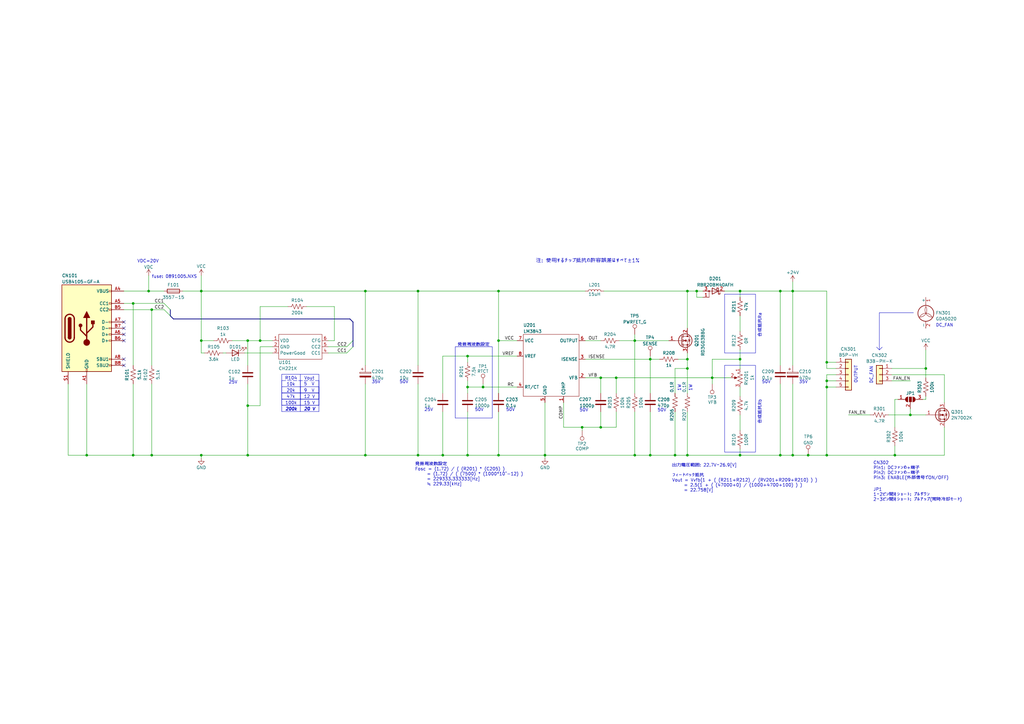
<source format=kicad_sch>
(kicad_sch (version 20230121) (generator eeschema)

  (uuid f78552d4-a2c5-4633-bab4-e98862afcd4b)

  (paper "A3")

  (lib_symbols
    (symbol "CH221K:CH221K" (in_bom yes) (on_board yes)
      (property "Reference" "U" (at 1.27 3.81 0)
        (effects (font (size 1.27 1.27)))
      )
      (property "Value" "CH221K" (at 3.81 1.27 0)
        (effects (font (size 1.27 1.27)))
      )
      (property "Footprint" "Package_TO_SOT_SMD:SOT-23-6_Handsoldering" (at 0 11.43 0)
        (effects (font (size 1.27 1.27)) hide)
      )
      (property "Datasheet" "https://akizukidenshi.com/download/ds/wch/CH224.pdf" (at 2.54 8.89 0)
        (effects (font (size 1.27 1.27)) hide)
      )
      (symbol "CH221K_0_1"
        (rectangle (start 0 0) (end 17.78 -10.16)
          (stroke (width 0) (type default))
          (fill (type none))
        )
      )
      (symbol "CH221K_1_1"
        (pin power_in line (at -2.54 -2.54 0) (length 2.54)
          (name "VDD" (effects (font (size 1.27 1.27))))
          (number "1" (effects (font (size 1.27 1.27))))
        )
        (pin power_in line (at -2.54 -5.08 0) (length 2.54)
          (name "GND" (effects (font (size 1.27 1.27))))
          (number "2" (effects (font (size 1.27 1.27))))
        )
        (pin open_collector line (at -2.54 -7.62 0) (length 2.54)
          (name "PowerGood" (effects (font (size 1.27 1.27))))
          (number "3" (effects (font (size 1.27 1.27))))
        )
        (pin bidirectional line (at 20.32 -7.62 180) (length 2.54)
          (name "CC1" (effects (font (size 1.27 1.27))))
          (number "4" (effects (font (size 1.27 1.27))))
        )
        (pin bidirectional line (at 20.32 -5.08 180) (length 2.54)
          (name "CC2" (effects (font (size 1.27 1.27))))
          (number "5" (effects (font (size 1.27 1.27))))
        )
        (pin input line (at 20.32 -2.54 180) (length 2.54)
          (name "CFG" (effects (font (size 1.27 1.27))))
          (number "6" (effects (font (size 1.27 1.27))))
        )
      )
    )
    (symbol "Connector:TestPoint" (pin_numbers hide) (pin_names (offset 0.762) hide) (in_bom yes) (on_board yes)
      (property "Reference" "TP" (at 0 6.858 0)
        (effects (font (size 1.27 1.27)))
      )
      (property "Value" "TestPoint" (at 0 5.08 0)
        (effects (font (size 1.27 1.27)))
      )
      (property "Footprint" "" (at 5.08 0 0)
        (effects (font (size 1.27 1.27)) hide)
      )
      (property "Datasheet" "~" (at 5.08 0 0)
        (effects (font (size 1.27 1.27)) hide)
      )
      (property "ki_keywords" "test point tp" (at 0 0 0)
        (effects (font (size 1.27 1.27)) hide)
      )
      (property "ki_description" "test point" (at 0 0 0)
        (effects (font (size 1.27 1.27)) hide)
      )
      (property "ki_fp_filters" "Pin* Test*" (at 0 0 0)
        (effects (font (size 1.27 1.27)) hide)
      )
      (symbol "TestPoint_0_1"
        (circle (center 0 3.302) (radius 0.762)
          (stroke (width 0) (type default))
          (fill (type none))
        )
      )
      (symbol "TestPoint_1_1"
        (pin passive line (at 0 0 90) (length 2.54)
          (name "1" (effects (font (size 1.27 1.27))))
          (number "1" (effects (font (size 1.27 1.27))))
        )
      )
    )
    (symbol "Connector:USB_C_Receptacle_USB2.0" (pin_names (offset 1.016)) (in_bom yes) (on_board yes)
      (property "Reference" "J" (at -10.16 19.05 0)
        (effects (font (size 1.27 1.27)) (justify left))
      )
      (property "Value" "USB_C_Receptacle_USB2.0" (at 19.05 19.05 0)
        (effects (font (size 1.27 1.27)) (justify right))
      )
      (property "Footprint" "" (at 3.81 0 0)
        (effects (font (size 1.27 1.27)) hide)
      )
      (property "Datasheet" "https://www.usb.org/sites/default/files/documents/usb_type-c.zip" (at 3.81 0 0)
        (effects (font (size 1.27 1.27)) hide)
      )
      (property "ki_keywords" "usb universal serial bus type-C USB2.0" (at 0 0 0)
        (effects (font (size 1.27 1.27)) hide)
      )
      (property "ki_description" "USB 2.0-only Type-C Receptacle connector" (at 0 0 0)
        (effects (font (size 1.27 1.27)) hide)
      )
      (property "ki_fp_filters" "USB*C*Receptacle*" (at 0 0 0)
        (effects (font (size 1.27 1.27)) hide)
      )
      (symbol "USB_C_Receptacle_USB2.0_0_0"
        (rectangle (start -0.254 -17.78) (end 0.254 -16.764)
          (stroke (width 0) (type default))
          (fill (type none))
        )
        (rectangle (start 10.16 -14.986) (end 9.144 -15.494)
          (stroke (width 0) (type default))
          (fill (type none))
        )
        (rectangle (start 10.16 -12.446) (end 9.144 -12.954)
          (stroke (width 0) (type default))
          (fill (type none))
        )
        (rectangle (start 10.16 -4.826) (end 9.144 -5.334)
          (stroke (width 0) (type default))
          (fill (type none))
        )
        (rectangle (start 10.16 -2.286) (end 9.144 -2.794)
          (stroke (width 0) (type default))
          (fill (type none))
        )
        (rectangle (start 10.16 0.254) (end 9.144 -0.254)
          (stroke (width 0) (type default))
          (fill (type none))
        )
        (rectangle (start 10.16 2.794) (end 9.144 2.286)
          (stroke (width 0) (type default))
          (fill (type none))
        )
        (rectangle (start 10.16 7.874) (end 9.144 7.366)
          (stroke (width 0) (type default))
          (fill (type none))
        )
        (rectangle (start 10.16 10.414) (end 9.144 9.906)
          (stroke (width 0) (type default))
          (fill (type none))
        )
        (rectangle (start 10.16 15.494) (end 9.144 14.986)
          (stroke (width 0) (type default))
          (fill (type none))
        )
      )
      (symbol "USB_C_Receptacle_USB2.0_0_1"
        (rectangle (start -10.16 17.78) (end 10.16 -17.78)
          (stroke (width 0.254) (type default))
          (fill (type background))
        )
        (arc (start -8.89 -3.81) (mid -6.985 -5.7067) (end -5.08 -3.81)
          (stroke (width 0.508) (type default))
          (fill (type none))
        )
        (arc (start -7.62 -3.81) (mid -6.985 -4.4423) (end -6.35 -3.81)
          (stroke (width 0.254) (type default))
          (fill (type none))
        )
        (arc (start -7.62 -3.81) (mid -6.985 -4.4423) (end -6.35 -3.81)
          (stroke (width 0.254) (type default))
          (fill (type outline))
        )
        (rectangle (start -7.62 -3.81) (end -6.35 3.81)
          (stroke (width 0.254) (type default))
          (fill (type outline))
        )
        (arc (start -6.35 3.81) (mid -6.985 4.4423) (end -7.62 3.81)
          (stroke (width 0.254) (type default))
          (fill (type none))
        )
        (arc (start -6.35 3.81) (mid -6.985 4.4423) (end -7.62 3.81)
          (stroke (width 0.254) (type default))
          (fill (type outline))
        )
        (arc (start -5.08 3.81) (mid -6.985 5.7067) (end -8.89 3.81)
          (stroke (width 0.508) (type default))
          (fill (type none))
        )
        (circle (center -2.54 1.143) (radius 0.635)
          (stroke (width 0.254) (type default))
          (fill (type outline))
        )
        (circle (center 0 -5.842) (radius 1.27)
          (stroke (width 0) (type default))
          (fill (type outline))
        )
        (polyline
          (pts
            (xy -8.89 -3.81)
            (xy -8.89 3.81)
          )
          (stroke (width 0.508) (type default))
          (fill (type none))
        )
        (polyline
          (pts
            (xy -5.08 3.81)
            (xy -5.08 -3.81)
          )
          (stroke (width 0.508) (type default))
          (fill (type none))
        )
        (polyline
          (pts
            (xy 0 -5.842)
            (xy 0 4.318)
          )
          (stroke (width 0.508) (type default))
          (fill (type none))
        )
        (polyline
          (pts
            (xy 0 -3.302)
            (xy -2.54 -0.762)
            (xy -2.54 0.508)
          )
          (stroke (width 0.508) (type default))
          (fill (type none))
        )
        (polyline
          (pts
            (xy 0 -2.032)
            (xy 2.54 0.508)
            (xy 2.54 1.778)
          )
          (stroke (width 0.508) (type default))
          (fill (type none))
        )
        (polyline
          (pts
            (xy -1.27 4.318)
            (xy 0 6.858)
            (xy 1.27 4.318)
            (xy -1.27 4.318)
          )
          (stroke (width 0.254) (type default))
          (fill (type outline))
        )
        (rectangle (start 1.905 1.778) (end 3.175 3.048)
          (stroke (width 0.254) (type default))
          (fill (type outline))
        )
      )
      (symbol "USB_C_Receptacle_USB2.0_1_1"
        (pin passive line (at 0 -22.86 90) (length 5.08)
          (name "GND" (effects (font (size 1.27 1.27))))
          (number "A1" (effects (font (size 1.27 1.27))))
        )
        (pin passive line (at 0 -22.86 90) (length 5.08) hide
          (name "GND" (effects (font (size 1.27 1.27))))
          (number "A12" (effects (font (size 1.27 1.27))))
        )
        (pin passive line (at 15.24 15.24 180) (length 5.08)
          (name "VBUS" (effects (font (size 1.27 1.27))))
          (number "A4" (effects (font (size 1.27 1.27))))
        )
        (pin bidirectional line (at 15.24 10.16 180) (length 5.08)
          (name "CC1" (effects (font (size 1.27 1.27))))
          (number "A5" (effects (font (size 1.27 1.27))))
        )
        (pin bidirectional line (at 15.24 -2.54 180) (length 5.08)
          (name "D+" (effects (font (size 1.27 1.27))))
          (number "A6" (effects (font (size 1.27 1.27))))
        )
        (pin bidirectional line (at 15.24 2.54 180) (length 5.08)
          (name "D-" (effects (font (size 1.27 1.27))))
          (number "A7" (effects (font (size 1.27 1.27))))
        )
        (pin bidirectional line (at 15.24 -12.7 180) (length 5.08)
          (name "SBU1" (effects (font (size 1.27 1.27))))
          (number "A8" (effects (font (size 1.27 1.27))))
        )
        (pin passive line (at 15.24 15.24 180) (length 5.08) hide
          (name "VBUS" (effects (font (size 1.27 1.27))))
          (number "A9" (effects (font (size 1.27 1.27))))
        )
        (pin passive line (at 0 -22.86 90) (length 5.08) hide
          (name "GND" (effects (font (size 1.27 1.27))))
          (number "B1" (effects (font (size 1.27 1.27))))
        )
        (pin passive line (at 0 -22.86 90) (length 5.08) hide
          (name "GND" (effects (font (size 1.27 1.27))))
          (number "B12" (effects (font (size 1.27 1.27))))
        )
        (pin passive line (at 15.24 15.24 180) (length 5.08) hide
          (name "VBUS" (effects (font (size 1.27 1.27))))
          (number "B4" (effects (font (size 1.27 1.27))))
        )
        (pin bidirectional line (at 15.24 7.62 180) (length 5.08)
          (name "CC2" (effects (font (size 1.27 1.27))))
          (number "B5" (effects (font (size 1.27 1.27))))
        )
        (pin bidirectional line (at 15.24 -5.08 180) (length 5.08)
          (name "D+" (effects (font (size 1.27 1.27))))
          (number "B6" (effects (font (size 1.27 1.27))))
        )
        (pin bidirectional line (at 15.24 0 180) (length 5.08)
          (name "D-" (effects (font (size 1.27 1.27))))
          (number "B7" (effects (font (size 1.27 1.27))))
        )
        (pin bidirectional line (at 15.24 -15.24 180) (length 5.08)
          (name "SBU2" (effects (font (size 1.27 1.27))))
          (number "B8" (effects (font (size 1.27 1.27))))
        )
        (pin passive line (at 15.24 15.24 180) (length 5.08) hide
          (name "VBUS" (effects (font (size 1.27 1.27))))
          (number "B9" (effects (font (size 1.27 1.27))))
        )
        (pin passive line (at -7.62 -22.86 90) (length 5.08)
          (name "SHIELD" (effects (font (size 1.27 1.27))))
          (number "S1" (effects (font (size 1.27 1.27))))
        )
      )
    )
    (symbol "Connector_Generic:Conn_01x03" (pin_names (offset 1.016) hide) (in_bom yes) (on_board yes)
      (property "Reference" "J" (at 0 5.08 0)
        (effects (font (size 1.27 1.27)))
      )
      (property "Value" "Conn_01x03" (at 0 -5.08 0)
        (effects (font (size 1.27 1.27)))
      )
      (property "Footprint" "" (at 0 0 0)
        (effects (font (size 1.27 1.27)) hide)
      )
      (property "Datasheet" "~" (at 0 0 0)
        (effects (font (size 1.27 1.27)) hide)
      )
      (property "ki_keywords" "connector" (at 0 0 0)
        (effects (font (size 1.27 1.27)) hide)
      )
      (property "ki_description" "Generic connector, single row, 01x03, script generated (kicad-library-utils/schlib/autogen/connector/)" (at 0 0 0)
        (effects (font (size 1.27 1.27)) hide)
      )
      (property "ki_fp_filters" "Connector*:*_1x??_*" (at 0 0 0)
        (effects (font (size 1.27 1.27)) hide)
      )
      (symbol "Conn_01x03_1_1"
        (rectangle (start -1.27 -2.413) (end 0 -2.667)
          (stroke (width 0.1524) (type default))
          (fill (type none))
        )
        (rectangle (start -1.27 0.127) (end 0 -0.127)
          (stroke (width 0.1524) (type default))
          (fill (type none))
        )
        (rectangle (start -1.27 2.667) (end 0 2.413)
          (stroke (width 0.1524) (type default))
          (fill (type none))
        )
        (rectangle (start -1.27 3.81) (end 1.27 -3.81)
          (stroke (width 0.254) (type default))
          (fill (type background))
        )
        (pin passive line (at -5.08 2.54 0) (length 3.81)
          (name "Pin_1" (effects (font (size 1.27 1.27))))
          (number "1" (effects (font (size 1.27 1.27))))
        )
        (pin passive line (at -5.08 0 0) (length 3.81)
          (name "Pin_2" (effects (font (size 1.27 1.27))))
          (number "2" (effects (font (size 1.27 1.27))))
        )
        (pin passive line (at -5.08 -2.54 0) (length 3.81)
          (name "Pin_3" (effects (font (size 1.27 1.27))))
          (number "3" (effects (font (size 1.27 1.27))))
        )
      )
    )
    (symbol "Connector_Generic:Conn_01x05" (pin_names (offset 1.016) hide) (in_bom yes) (on_board yes)
      (property "Reference" "J" (at 0 7.62 0)
        (effects (font (size 1.27 1.27)))
      )
      (property "Value" "Conn_01x05" (at 0 -7.62 0)
        (effects (font (size 1.27 1.27)))
      )
      (property "Footprint" "" (at 0 0 0)
        (effects (font (size 1.27 1.27)) hide)
      )
      (property "Datasheet" "~" (at 0 0 0)
        (effects (font (size 1.27 1.27)) hide)
      )
      (property "ki_keywords" "connector" (at 0 0 0)
        (effects (font (size 1.27 1.27)) hide)
      )
      (property "ki_description" "Generic connector, single row, 01x05, script generated (kicad-library-utils/schlib/autogen/connector/)" (at 0 0 0)
        (effects (font (size 1.27 1.27)) hide)
      )
      (property "ki_fp_filters" "Connector*:*_1x??_*" (at 0 0 0)
        (effects (font (size 1.27 1.27)) hide)
      )
      (symbol "Conn_01x05_1_1"
        (rectangle (start -1.27 -4.953) (end 0 -5.207)
          (stroke (width 0.1524) (type default))
          (fill (type none))
        )
        (rectangle (start -1.27 -2.413) (end 0 -2.667)
          (stroke (width 0.1524) (type default))
          (fill (type none))
        )
        (rectangle (start -1.27 0.127) (end 0 -0.127)
          (stroke (width 0.1524) (type default))
          (fill (type none))
        )
        (rectangle (start -1.27 2.667) (end 0 2.413)
          (stroke (width 0.1524) (type default))
          (fill (type none))
        )
        (rectangle (start -1.27 5.207) (end 0 4.953)
          (stroke (width 0.1524) (type default))
          (fill (type none))
        )
        (rectangle (start -1.27 6.35) (end 1.27 -6.35)
          (stroke (width 0.254) (type default))
          (fill (type background))
        )
        (pin passive line (at -5.08 5.08 0) (length 3.81)
          (name "Pin_1" (effects (font (size 1.27 1.27))))
          (number "1" (effects (font (size 1.27 1.27))))
        )
        (pin passive line (at -5.08 2.54 0) (length 3.81)
          (name "Pin_2" (effects (font (size 1.27 1.27))))
          (number "2" (effects (font (size 1.27 1.27))))
        )
        (pin passive line (at -5.08 0 0) (length 3.81)
          (name "Pin_3" (effects (font (size 1.27 1.27))))
          (number "3" (effects (font (size 1.27 1.27))))
        )
        (pin passive line (at -5.08 -2.54 0) (length 3.81)
          (name "Pin_4" (effects (font (size 1.27 1.27))))
          (number "4" (effects (font (size 1.27 1.27))))
        )
        (pin passive line (at -5.08 -5.08 0) (length 3.81)
          (name "Pin_5" (effects (font (size 1.27 1.27))))
          (number "5" (effects (font (size 1.27 1.27))))
        )
      )
    )
    (symbol "Device:C" (pin_numbers hide) (pin_names (offset 0.254)) (in_bom yes) (on_board yes)
      (property "Reference" "C" (at 0.635 2.54 0)
        (effects (font (size 1.27 1.27)) (justify left))
      )
      (property "Value" "C" (at 0.635 -2.54 0)
        (effects (font (size 1.27 1.27)) (justify left))
      )
      (property "Footprint" "" (at 0.9652 -3.81 0)
        (effects (font (size 1.27 1.27)) hide)
      )
      (property "Datasheet" "~" (at 0 0 0)
        (effects (font (size 1.27 1.27)) hide)
      )
      (property "ki_keywords" "cap capacitor" (at 0 0 0)
        (effects (font (size 1.27 1.27)) hide)
      )
      (property "ki_description" "Unpolarized capacitor" (at 0 0 0)
        (effects (font (size 1.27 1.27)) hide)
      )
      (property "ki_fp_filters" "C_*" (at 0 0 0)
        (effects (font (size 1.27 1.27)) hide)
      )
      (symbol "C_0_1"
        (polyline
          (pts
            (xy -2.032 -0.762)
            (xy 2.032 -0.762)
          )
          (stroke (width 0.508) (type default))
          (fill (type none))
        )
        (polyline
          (pts
            (xy -2.032 0.762)
            (xy 2.032 0.762)
          )
          (stroke (width 0.508) (type default))
          (fill (type none))
        )
      )
      (symbol "C_1_1"
        (pin passive line (at 0 3.81 270) (length 2.794)
          (name "~" (effects (font (size 1.27 1.27))))
          (number "1" (effects (font (size 1.27 1.27))))
        )
        (pin passive line (at 0 -3.81 90) (length 2.794)
          (name "~" (effects (font (size 1.27 1.27))))
          (number "2" (effects (font (size 1.27 1.27))))
        )
      )
    )
    (symbol "Device:C_Polarized" (pin_numbers hide) (pin_names (offset 0.254)) (in_bom yes) (on_board yes)
      (property "Reference" "C" (at 0.635 2.54 0)
        (effects (font (size 1.27 1.27)) (justify left))
      )
      (property "Value" "C_Polarized" (at 0.635 -2.54 0)
        (effects (font (size 1.27 1.27)) (justify left))
      )
      (property "Footprint" "" (at 0.9652 -3.81 0)
        (effects (font (size 1.27 1.27)) hide)
      )
      (property "Datasheet" "~" (at 0 0 0)
        (effects (font (size 1.27 1.27)) hide)
      )
      (property "ki_keywords" "cap capacitor" (at 0 0 0)
        (effects (font (size 1.27 1.27)) hide)
      )
      (property "ki_description" "Polarized capacitor" (at 0 0 0)
        (effects (font (size 1.27 1.27)) hide)
      )
      (property "ki_fp_filters" "CP_*" (at 0 0 0)
        (effects (font (size 1.27 1.27)) hide)
      )
      (symbol "C_Polarized_0_1"
        (rectangle (start -2.286 0.508) (end 2.286 1.016)
          (stroke (width 0) (type default))
          (fill (type none))
        )
        (polyline
          (pts
            (xy -1.778 2.286)
            (xy -0.762 2.286)
          )
          (stroke (width 0) (type default))
          (fill (type none))
        )
        (polyline
          (pts
            (xy -1.27 2.794)
            (xy -1.27 1.778)
          )
          (stroke (width 0) (type default))
          (fill (type none))
        )
        (rectangle (start 2.286 -0.508) (end -2.286 -1.016)
          (stroke (width 0) (type default))
          (fill (type outline))
        )
      )
      (symbol "C_Polarized_1_1"
        (pin passive line (at 0 3.81 270) (length 2.794)
          (name "~" (effects (font (size 1.27 1.27))))
          (number "1" (effects (font (size 1.27 1.27))))
        )
        (pin passive line (at 0 -3.81 90) (length 2.794)
          (name "~" (effects (font (size 1.27 1.27))))
          (number "2" (effects (font (size 1.27 1.27))))
        )
      )
    )
    (symbol "Device:D_Schottky_AKA" (pin_names (offset 0) hide) (in_bom yes) (on_board yes)
      (property "Reference" "D" (at 0 2.54 0)
        (effects (font (size 1.27 1.27)))
      )
      (property "Value" "D_Schottky_AKA" (at 0 -2.54 0)
        (effects (font (size 1.27 1.27)))
      )
      (property "Footprint" "" (at 0 0 0)
        (effects (font (size 1.27 1.27)) hide)
      )
      (property "Datasheet" "~" (at 0 0 0)
        (effects (font (size 1.27 1.27)) hide)
      )
      (property "ki_keywords" "diode Schottky SCHDPAK" (at 0 0 0)
        (effects (font (size 1.27 1.27)) hide)
      )
      (property "ki_description" "Schottky diode, anode on pins 1 and 3" (at 0 0 0)
        (effects (font (size 1.27 1.27)) hide)
      )
      (property "ki_fp_filters" "TO-???* *_Diode_* *SingleDiode* D_*" (at 0 0 0)
        (effects (font (size 1.27 1.27)) hide)
      )
      (symbol "D_Schottky_AKA_0_1"
        (polyline
          (pts
            (xy 1.27 1.27)
            (xy 1.27 -1.27)
            (xy -1.27 0)
            (xy 1.27 1.27)
          )
          (stroke (width 0.254) (type default))
          (fill (type none))
        )
        (polyline
          (pts
            (xy 3.81 2.54)
            (xy 2.54 2.54)
            (xy 2.54 0)
            (xy -1.27 0)
          )
          (stroke (width 0) (type default))
          (fill (type none))
        )
        (polyline
          (pts
            (xy -1.905 0.635)
            (xy -1.905 1.27)
            (xy -1.27 1.27)
            (xy -1.27 -1.27)
            (xy -0.635 -1.27)
            (xy -0.635 -0.635)
          )
          (stroke (width 0.254) (type default))
          (fill (type none))
        )
        (circle (center 2.54 0) (radius 0.254)
          (stroke (width 0) (type default))
          (fill (type outline))
        )
      )
      (symbol "D_Schottky_AKA_1_1"
        (pin input line (at 5.08 2.54 180) (length 2.54)
          (name "A" (effects (font (size 1.27 1.27))))
          (number "1" (effects (font (size 1.27 1.27))))
        )
        (pin passive line (at -3.81 0 0) (length 2.54)
          (name "K" (effects (font (size 1.27 1.27))))
          (number "2" (effects (font (size 1.27 1.27))))
        )
        (pin passive line (at 5.08 0 180) (length 2.54)
          (name "A" (effects (font (size 1.27 1.27))))
          (number "3" (effects (font (size 1.27 1.27))))
        )
      )
    )
    (symbol "Device:Fuse" (pin_numbers hide) (pin_names (offset 0)) (in_bom yes) (on_board yes)
      (property "Reference" "F" (at 2.032 0 90)
        (effects (font (size 1.27 1.27)))
      )
      (property "Value" "Fuse" (at -1.905 0 90)
        (effects (font (size 1.27 1.27)))
      )
      (property "Footprint" "" (at -1.778 0 90)
        (effects (font (size 1.27 1.27)) hide)
      )
      (property "Datasheet" "~" (at 0 0 0)
        (effects (font (size 1.27 1.27)) hide)
      )
      (property "ki_keywords" "fuse" (at 0 0 0)
        (effects (font (size 1.27 1.27)) hide)
      )
      (property "ki_description" "Fuse" (at 0 0 0)
        (effects (font (size 1.27 1.27)) hide)
      )
      (property "ki_fp_filters" "*Fuse*" (at 0 0 0)
        (effects (font (size 1.27 1.27)) hide)
      )
      (symbol "Fuse_0_1"
        (rectangle (start -0.762 -2.54) (end 0.762 2.54)
          (stroke (width 0.254) (type default))
          (fill (type none))
        )
        (polyline
          (pts
            (xy 0 2.54)
            (xy 0 -2.54)
          )
          (stroke (width 0) (type default))
          (fill (type none))
        )
      )
      (symbol "Fuse_1_1"
        (pin passive line (at 0 3.81 270) (length 1.27)
          (name "~" (effects (font (size 1.27 1.27))))
          (number "1" (effects (font (size 1.27 1.27))))
        )
        (pin passive line (at 0 -3.81 90) (length 1.27)
          (name "~" (effects (font (size 1.27 1.27))))
          (number "2" (effects (font (size 1.27 1.27))))
        )
      )
    )
    (symbol "Device:L" (pin_numbers hide) (pin_names (offset 1.016) hide) (in_bom yes) (on_board yes)
      (property "Reference" "L" (at -1.27 0 90)
        (effects (font (size 1.27 1.27)))
      )
      (property "Value" "L" (at 1.905 0 90)
        (effects (font (size 1.27 1.27)))
      )
      (property "Footprint" "" (at 0 0 0)
        (effects (font (size 1.27 1.27)) hide)
      )
      (property "Datasheet" "~" (at 0 0 0)
        (effects (font (size 1.27 1.27)) hide)
      )
      (property "ki_keywords" "inductor choke coil reactor magnetic" (at 0 0 0)
        (effects (font (size 1.27 1.27)) hide)
      )
      (property "ki_description" "Inductor" (at 0 0 0)
        (effects (font (size 1.27 1.27)) hide)
      )
      (property "ki_fp_filters" "Choke_* *Coil* Inductor_* L_*" (at 0 0 0)
        (effects (font (size 1.27 1.27)) hide)
      )
      (symbol "L_0_1"
        (arc (start 0 -2.54) (mid 0.6323 -1.905) (end 0 -1.27)
          (stroke (width 0) (type default))
          (fill (type none))
        )
        (arc (start 0 -1.27) (mid 0.6323 -0.635) (end 0 0)
          (stroke (width 0) (type default))
          (fill (type none))
        )
        (arc (start 0 0) (mid 0.6323 0.635) (end 0 1.27)
          (stroke (width 0) (type default))
          (fill (type none))
        )
        (arc (start 0 1.27) (mid 0.6323 1.905) (end 0 2.54)
          (stroke (width 0) (type default))
          (fill (type none))
        )
      )
      (symbol "L_1_1"
        (pin passive line (at 0 3.81 270) (length 1.27)
          (name "1" (effects (font (size 1.27 1.27))))
          (number "1" (effects (font (size 1.27 1.27))))
        )
        (pin passive line (at 0 -3.81 90) (length 1.27)
          (name "2" (effects (font (size 1.27 1.27))))
          (number "2" (effects (font (size 1.27 1.27))))
        )
      )
    )
    (symbol "Device:LED" (pin_numbers hide) (pin_names (offset 1.016) hide) (in_bom yes) (on_board yes)
      (property "Reference" "D" (at 0 2.54 0)
        (effects (font (size 1.27 1.27)))
      )
      (property "Value" "LED" (at 0 -2.54 0)
        (effects (font (size 1.27 1.27)))
      )
      (property "Footprint" "" (at 0 0 0)
        (effects (font (size 1.27 1.27)) hide)
      )
      (property "Datasheet" "~" (at 0 0 0)
        (effects (font (size 1.27 1.27)) hide)
      )
      (property "ki_keywords" "LED diode" (at 0 0 0)
        (effects (font (size 1.27 1.27)) hide)
      )
      (property "ki_description" "Light emitting diode" (at 0 0 0)
        (effects (font (size 1.27 1.27)) hide)
      )
      (property "ki_fp_filters" "LED* LED_SMD:* LED_THT:*" (at 0 0 0)
        (effects (font (size 1.27 1.27)) hide)
      )
      (symbol "LED_0_1"
        (polyline
          (pts
            (xy -1.27 -1.27)
            (xy -1.27 1.27)
          )
          (stroke (width 0.254) (type default))
          (fill (type none))
        )
        (polyline
          (pts
            (xy -1.27 0)
            (xy 1.27 0)
          )
          (stroke (width 0) (type default))
          (fill (type none))
        )
        (polyline
          (pts
            (xy 1.27 -1.27)
            (xy 1.27 1.27)
            (xy -1.27 0)
            (xy 1.27 -1.27)
          )
          (stroke (width 0.254) (type default))
          (fill (type none))
        )
        (polyline
          (pts
            (xy -3.048 -0.762)
            (xy -4.572 -2.286)
            (xy -3.81 -2.286)
            (xy -4.572 -2.286)
            (xy -4.572 -1.524)
          )
          (stroke (width 0) (type default))
          (fill (type none))
        )
        (polyline
          (pts
            (xy -1.778 -0.762)
            (xy -3.302 -2.286)
            (xy -2.54 -2.286)
            (xy -3.302 -2.286)
            (xy -3.302 -1.524)
          )
          (stroke (width 0) (type default))
          (fill (type none))
        )
      )
      (symbol "LED_1_1"
        (pin passive line (at -3.81 0 0) (length 2.54)
          (name "K" (effects (font (size 1.27 1.27))))
          (number "1" (effects (font (size 1.27 1.27))))
        )
        (pin passive line (at 3.81 0 180) (length 2.54)
          (name "A" (effects (font (size 1.27 1.27))))
          (number "2" (effects (font (size 1.27 1.27))))
        )
      )
    )
    (symbol "Device:Q_NMOS_GDS" (pin_names (offset 0) hide) (in_bom yes) (on_board yes)
      (property "Reference" "Q" (at 5.08 1.27 0)
        (effects (font (size 1.27 1.27)) (justify left))
      )
      (property "Value" "Q_NMOS_GDS" (at 5.08 -1.27 0)
        (effects (font (size 1.27 1.27)) (justify left))
      )
      (property "Footprint" "" (at 5.08 2.54 0)
        (effects (font (size 1.27 1.27)) hide)
      )
      (property "Datasheet" "~" (at 0 0 0)
        (effects (font (size 1.27 1.27)) hide)
      )
      (property "ki_keywords" "transistor NMOS N-MOS N-MOSFET" (at 0 0 0)
        (effects (font (size 1.27 1.27)) hide)
      )
      (property "ki_description" "N-MOSFET transistor, gate/drain/source" (at 0 0 0)
        (effects (font (size 1.27 1.27)) hide)
      )
      (symbol "Q_NMOS_GDS_0_1"
        (polyline
          (pts
            (xy 0.254 0)
            (xy -2.54 0)
          )
          (stroke (width 0) (type default))
          (fill (type none))
        )
        (polyline
          (pts
            (xy 0.254 1.905)
            (xy 0.254 -1.905)
          )
          (stroke (width 0.254) (type default))
          (fill (type none))
        )
        (polyline
          (pts
            (xy 0.762 -1.27)
            (xy 0.762 -2.286)
          )
          (stroke (width 0.254) (type default))
          (fill (type none))
        )
        (polyline
          (pts
            (xy 0.762 0.508)
            (xy 0.762 -0.508)
          )
          (stroke (width 0.254) (type default))
          (fill (type none))
        )
        (polyline
          (pts
            (xy 0.762 2.286)
            (xy 0.762 1.27)
          )
          (stroke (width 0.254) (type default))
          (fill (type none))
        )
        (polyline
          (pts
            (xy 2.54 2.54)
            (xy 2.54 1.778)
          )
          (stroke (width 0) (type default))
          (fill (type none))
        )
        (polyline
          (pts
            (xy 2.54 -2.54)
            (xy 2.54 0)
            (xy 0.762 0)
          )
          (stroke (width 0) (type default))
          (fill (type none))
        )
        (polyline
          (pts
            (xy 0.762 -1.778)
            (xy 3.302 -1.778)
            (xy 3.302 1.778)
            (xy 0.762 1.778)
          )
          (stroke (width 0) (type default))
          (fill (type none))
        )
        (polyline
          (pts
            (xy 1.016 0)
            (xy 2.032 0.381)
            (xy 2.032 -0.381)
            (xy 1.016 0)
          )
          (stroke (width 0) (type default))
          (fill (type outline))
        )
        (polyline
          (pts
            (xy 2.794 0.508)
            (xy 2.921 0.381)
            (xy 3.683 0.381)
            (xy 3.81 0.254)
          )
          (stroke (width 0) (type default))
          (fill (type none))
        )
        (polyline
          (pts
            (xy 3.302 0.381)
            (xy 2.921 -0.254)
            (xy 3.683 -0.254)
            (xy 3.302 0.381)
          )
          (stroke (width 0) (type default))
          (fill (type none))
        )
        (circle (center 1.651 0) (radius 2.794)
          (stroke (width 0.254) (type default))
          (fill (type none))
        )
        (circle (center 2.54 -1.778) (radius 0.254)
          (stroke (width 0) (type default))
          (fill (type outline))
        )
        (circle (center 2.54 1.778) (radius 0.254)
          (stroke (width 0) (type default))
          (fill (type outline))
        )
      )
      (symbol "Q_NMOS_GDS_1_1"
        (pin input line (at -5.08 0 0) (length 2.54)
          (name "G" (effects (font (size 1.27 1.27))))
          (number "1" (effects (font (size 1.27 1.27))))
        )
        (pin passive line (at 2.54 5.08 270) (length 2.54)
          (name "D" (effects (font (size 1.27 1.27))))
          (number "2" (effects (font (size 1.27 1.27))))
        )
        (pin passive line (at 2.54 -5.08 90) (length 2.54)
          (name "S" (effects (font (size 1.27 1.27))))
          (number "3" (effects (font (size 1.27 1.27))))
        )
      )
    )
    (symbol "Device:R_Potentiometer_US" (pin_names (offset 1.016) hide) (in_bom yes) (on_board yes)
      (property "Reference" "RV" (at -4.445 0 90)
        (effects (font (size 1.27 1.27)))
      )
      (property "Value" "R_Potentiometer_US" (at -2.54 0 90)
        (effects (font (size 1.27 1.27)))
      )
      (property "Footprint" "" (at 0 0 0)
        (effects (font (size 1.27 1.27)) hide)
      )
      (property "Datasheet" "~" (at 0 0 0)
        (effects (font (size 1.27 1.27)) hide)
      )
      (property "ki_keywords" "resistor variable" (at 0 0 0)
        (effects (font (size 1.27 1.27)) hide)
      )
      (property "ki_description" "Potentiometer, US symbol" (at 0 0 0)
        (effects (font (size 1.27 1.27)) hide)
      )
      (property "ki_fp_filters" "Potentiometer*" (at 0 0 0)
        (effects (font (size 1.27 1.27)) hide)
      )
      (symbol "R_Potentiometer_US_0_1"
        (polyline
          (pts
            (xy 0 -2.286)
            (xy 0 -2.54)
          )
          (stroke (width 0) (type default))
          (fill (type none))
        )
        (polyline
          (pts
            (xy 0 2.54)
            (xy 0 2.286)
          )
          (stroke (width 0) (type default))
          (fill (type none))
        )
        (polyline
          (pts
            (xy 2.54 0)
            (xy 1.524 0)
          )
          (stroke (width 0) (type default))
          (fill (type none))
        )
        (polyline
          (pts
            (xy 1.143 0)
            (xy 2.286 0.508)
            (xy 2.286 -0.508)
            (xy 1.143 0)
          )
          (stroke (width 0) (type default))
          (fill (type outline))
        )
        (polyline
          (pts
            (xy 0 -0.762)
            (xy 1.016 -1.143)
            (xy 0 -1.524)
            (xy -1.016 -1.905)
            (xy 0 -2.286)
          )
          (stroke (width 0) (type default))
          (fill (type none))
        )
        (polyline
          (pts
            (xy 0 0.762)
            (xy 1.016 0.381)
            (xy 0 0)
            (xy -1.016 -0.381)
            (xy 0 -0.762)
          )
          (stroke (width 0) (type default))
          (fill (type none))
        )
        (polyline
          (pts
            (xy 0 2.286)
            (xy 1.016 1.905)
            (xy 0 1.524)
            (xy -1.016 1.143)
            (xy 0 0.762)
          )
          (stroke (width 0) (type default))
          (fill (type none))
        )
      )
      (symbol "R_Potentiometer_US_1_1"
        (pin passive line (at 0 3.81 270) (length 1.27)
          (name "1" (effects (font (size 1.27 1.27))))
          (number "1" (effects (font (size 1.27 1.27))))
        )
        (pin passive line (at 3.81 0 180) (length 1.27)
          (name "2" (effects (font (size 1.27 1.27))))
          (number "2" (effects (font (size 1.27 1.27))))
        )
        (pin passive line (at 0 -3.81 90) (length 1.27)
          (name "3" (effects (font (size 1.27 1.27))))
          (number "3" (effects (font (size 1.27 1.27))))
        )
      )
    )
    (symbol "Device:R_US" (pin_numbers hide) (pin_names (offset 0)) (in_bom yes) (on_board yes)
      (property "Reference" "R" (at 2.54 0 90)
        (effects (font (size 1.27 1.27)))
      )
      (property "Value" "R_US" (at -2.54 0 90)
        (effects (font (size 1.27 1.27)))
      )
      (property "Footprint" "" (at 1.016 -0.254 90)
        (effects (font (size 1.27 1.27)) hide)
      )
      (property "Datasheet" "~" (at 0 0 0)
        (effects (font (size 1.27 1.27)) hide)
      )
      (property "ki_keywords" "R res resistor" (at 0 0 0)
        (effects (font (size 1.27 1.27)) hide)
      )
      (property "ki_description" "Resistor, US symbol" (at 0 0 0)
        (effects (font (size 1.27 1.27)) hide)
      )
      (property "ki_fp_filters" "R_*" (at 0 0 0)
        (effects (font (size 1.27 1.27)) hide)
      )
      (symbol "R_US_0_1"
        (polyline
          (pts
            (xy 0 -2.286)
            (xy 0 -2.54)
          )
          (stroke (width 0) (type default))
          (fill (type none))
        )
        (polyline
          (pts
            (xy 0 2.286)
            (xy 0 2.54)
          )
          (stroke (width 0) (type default))
          (fill (type none))
        )
        (polyline
          (pts
            (xy 0 -0.762)
            (xy 1.016 -1.143)
            (xy 0 -1.524)
            (xy -1.016 -1.905)
            (xy 0 -2.286)
          )
          (stroke (width 0) (type default))
          (fill (type none))
        )
        (polyline
          (pts
            (xy 0 0.762)
            (xy 1.016 0.381)
            (xy 0 0)
            (xy -1.016 -0.381)
            (xy 0 -0.762)
          )
          (stroke (width 0) (type default))
          (fill (type none))
        )
        (polyline
          (pts
            (xy 0 2.286)
            (xy 1.016 1.905)
            (xy 0 1.524)
            (xy -1.016 1.143)
            (xy 0 0.762)
          )
          (stroke (width 0) (type default))
          (fill (type none))
        )
      )
      (symbol "R_US_1_1"
        (pin passive line (at 0 3.81 270) (length 1.27)
          (name "~" (effects (font (size 1.27 1.27))))
          (number "1" (effects (font (size 1.27 1.27))))
        )
        (pin passive line (at 0 -3.81 90) (length 1.27)
          (name "~" (effects (font (size 1.27 1.27))))
          (number "2" (effects (font (size 1.27 1.27))))
        )
      )
    )
    (symbol "Jumper:SolderJumper_3_Open" (pin_names (offset 0) hide) (in_bom yes) (on_board yes)
      (property "Reference" "JP" (at -2.54 -2.54 0)
        (effects (font (size 1.27 1.27)))
      )
      (property "Value" "SolderJumper_3_Open" (at 0 2.794 0)
        (effects (font (size 1.27 1.27)))
      )
      (property "Footprint" "" (at 0 0 0)
        (effects (font (size 1.27 1.27)) hide)
      )
      (property "Datasheet" "~" (at 0 0 0)
        (effects (font (size 1.27 1.27)) hide)
      )
      (property "ki_keywords" "Solder Jumper SPDT" (at 0 0 0)
        (effects (font (size 1.27 1.27)) hide)
      )
      (property "ki_description" "Solder Jumper, 3-pole, open" (at 0 0 0)
        (effects (font (size 1.27 1.27)) hide)
      )
      (property "ki_fp_filters" "SolderJumper*Open*" (at 0 0 0)
        (effects (font (size 1.27 1.27)) hide)
      )
      (symbol "SolderJumper_3_Open_0_1"
        (arc (start -1.016 1.016) (mid -2.0276 0) (end -1.016 -1.016)
          (stroke (width 0) (type default))
          (fill (type none))
        )
        (arc (start -1.016 1.016) (mid -2.0276 0) (end -1.016 -1.016)
          (stroke (width 0) (type default))
          (fill (type outline))
        )
        (rectangle (start -0.508 1.016) (end 0.508 -1.016)
          (stroke (width 0) (type default))
          (fill (type outline))
        )
        (polyline
          (pts
            (xy -2.54 0)
            (xy -2.032 0)
          )
          (stroke (width 0) (type default))
          (fill (type none))
        )
        (polyline
          (pts
            (xy -1.016 1.016)
            (xy -1.016 -1.016)
          )
          (stroke (width 0) (type default))
          (fill (type none))
        )
        (polyline
          (pts
            (xy 0 -1.27)
            (xy 0 -1.016)
          )
          (stroke (width 0) (type default))
          (fill (type none))
        )
        (polyline
          (pts
            (xy 1.016 1.016)
            (xy 1.016 -1.016)
          )
          (stroke (width 0) (type default))
          (fill (type none))
        )
        (polyline
          (pts
            (xy 2.54 0)
            (xy 2.032 0)
          )
          (stroke (width 0) (type default))
          (fill (type none))
        )
        (arc (start 1.016 -1.016) (mid 2.0276 0) (end 1.016 1.016)
          (stroke (width 0) (type default))
          (fill (type none))
        )
        (arc (start 1.016 -1.016) (mid 2.0276 0) (end 1.016 1.016)
          (stroke (width 0) (type default))
          (fill (type outline))
        )
      )
      (symbol "SolderJumper_3_Open_1_1"
        (pin passive line (at -5.08 0 0) (length 2.54)
          (name "A" (effects (font (size 1.27 1.27))))
          (number "1" (effects (font (size 1.27 1.27))))
        )
        (pin passive line (at 0 -3.81 90) (length 2.54)
          (name "C" (effects (font (size 1.27 1.27))))
          (number "2" (effects (font (size 1.27 1.27))))
        )
        (pin passive line (at 5.08 0 180) (length 2.54)
          (name "B" (effects (font (size 1.27 1.27))))
          (number "3" (effects (font (size 1.27 1.27))))
        )
      )
    )
    (symbol "LM3842:LM3842" (in_bom yes) (on_board yes)
      (property "Reference" "U" (at 0 3.81 0)
        (effects (font (size 1.27 1.27)))
      )
      (property "Value" "LM3842" (at 3.81 1.27 0)
        (effects (font (size 1.27 1.27)))
      )
      (property "Footprint" "" (at 0 0 0)
        (effects (font (size 1.27 1.27)) hide)
      )
      (property "Datasheet" "" (at 0 0 0)
        (effects (font (size 1.27 1.27)) hide)
      )
      (symbol "LM3842_0_1"
        (rectangle (start 0 0) (end 22.86 -25.4)
          (stroke (width 0) (type default))
          (fill (type none))
        )
      )
      (symbol "LM3842_1_1"
        (pin output line (at 16.51 -27.94 90) (length 2.54)
          (name "COMP" (effects (font (size 1.27 1.27))))
          (number "1" (effects (font (size 1.27 1.27))))
        )
        (pin input line (at 25.4 -17.78 180) (length 2.54)
          (name "VFB" (effects (font (size 1.27 1.27))))
          (number "2" (effects (font (size 1.27 1.27))))
        )
        (pin input line (at 25.4 -10.16 180) (length 2.54)
          (name "ISENSE" (effects (font (size 1.27 1.27))))
          (number "3" (effects (font (size 1.27 1.27))))
        )
        (pin bidirectional line (at -2.54 -21.59 0) (length 2.54)
          (name "RT/CT" (effects (font (size 1.27 1.27))))
          (number "4" (effects (font (size 1.27 1.27))))
        )
        (pin power_in line (at 8.89 -27.94 90) (length 2.54)
          (name "GND" (effects (font (size 1.27 1.27))))
          (number "5" (effects (font (size 1.27 1.27))))
        )
        (pin output line (at 25.4 -2.54 180) (length 2.54)
          (name "OUTPUT" (effects (font (size 1.27 1.27))))
          (number "6" (effects (font (size 1.27 1.27))))
        )
        (pin power_in line (at -2.54 -2.54 0) (length 2.54)
          (name "VCC" (effects (font (size 1.27 1.27))))
          (number "7" (effects (font (size 1.27 1.27))))
        )
        (pin output line (at -2.54 -8.89 0) (length 2.54)
          (name "VREF" (effects (font (size 1.27 1.27))))
          (number "8" (effects (font (size 1.27 1.27))))
        )
      )
    )
    (symbol "Motor:Fan" (pin_names (offset 0)) (in_bom yes) (on_board yes)
      (property "Reference" "M" (at 2.54 5.08 0)
        (effects (font (size 1.27 1.27)) (justify left))
      )
      (property "Value" "Fan" (at 2.54 -2.54 0)
        (effects (font (size 1.27 1.27)) (justify left top))
      )
      (property "Footprint" "" (at 0 0.254 0)
        (effects (font (size 1.27 1.27)) hide)
      )
      (property "Datasheet" "~" (at 0 0.254 0)
        (effects (font (size 1.27 1.27)) hide)
      )
      (property "ki_keywords" "Fan Motor" (at 0 0 0)
        (effects (font (size 1.27 1.27)) hide)
      )
      (property "ki_description" "Fan" (at 0 0 0)
        (effects (font (size 1.27 1.27)) hide)
      )
      (property "ki_fp_filters" "PinHeader*P2.54mm* TerminalBlock*" (at 0 0 0)
        (effects (font (size 1.27 1.27)) hide)
      )
      (symbol "Fan_0_1"
        (arc (start -2.54 -0.508) (mid 0.0028 0.9121) (end 0 3.81)
          (stroke (width 0) (type default))
          (fill (type none))
        )
        (polyline
          (pts
            (xy 0 -5.08)
            (xy 0 -4.572)
          )
          (stroke (width 0) (type default))
          (fill (type none))
        )
        (polyline
          (pts
            (xy 0 -2.2352)
            (xy 0 -2.6416)
          )
          (stroke (width 0) (type default))
          (fill (type none))
        )
        (polyline
          (pts
            (xy 0 4.2672)
            (xy 0 4.6228)
          )
          (stroke (width 0) (type default))
          (fill (type none))
        )
        (polyline
          (pts
            (xy 0 4.572)
            (xy 0 5.08)
          )
          (stroke (width 0) (type default))
          (fill (type none))
        )
        (circle (center 0 1.016) (radius 3.2512)
          (stroke (width 0.254) (type default))
          (fill (type none))
        )
        (arc (start 0 3.81) (mid 0.053 0.921) (end 2.54 -0.508)
          (stroke (width 0) (type default))
          (fill (type none))
        )
        (arc (start 2.54 -0.508) (mid 0 1.0618) (end -2.54 -0.508)
          (stroke (width 0) (type default))
          (fill (type none))
        )
      )
      (symbol "Fan_1_1"
        (pin passive line (at 0 7.62 270) (length 2.54)
          (name "+" (effects (font (size 1.27 1.27))))
          (number "1" (effects (font (size 1.27 1.27))))
        )
        (pin passive line (at 0 -5.08 90) (length 2.54)
          (name "-" (effects (font (size 1.27 1.27))))
          (number "2" (effects (font (size 1.27 1.27))))
        )
      )
    )
    (symbol "Transistor_FET:2N7002" (pin_names hide) (in_bom yes) (on_board yes)
      (property "Reference" "Q" (at 5.08 1.905 0)
        (effects (font (size 1.27 1.27)) (justify left))
      )
      (property "Value" "2N7002" (at 5.08 0 0)
        (effects (font (size 1.27 1.27)) (justify left))
      )
      (property "Footprint" "Package_TO_SOT_SMD:SOT-23" (at 5.08 -1.905 0)
        (effects (font (size 1.27 1.27) italic) (justify left) hide)
      )
      (property "Datasheet" "https://www.onsemi.com/pub/Collateral/NDS7002A-D.PDF" (at 0 0 0)
        (effects (font (size 1.27 1.27)) (justify left) hide)
      )
      (property "ki_keywords" "N-Channel Switching MOSFET" (at 0 0 0)
        (effects (font (size 1.27 1.27)) hide)
      )
      (property "ki_description" "0.115A Id, 60V Vds, N-Channel MOSFET, SOT-23" (at 0 0 0)
        (effects (font (size 1.27 1.27)) hide)
      )
      (property "ki_fp_filters" "SOT?23*" (at 0 0 0)
        (effects (font (size 1.27 1.27)) hide)
      )
      (symbol "2N7002_0_1"
        (polyline
          (pts
            (xy 0.254 0)
            (xy -2.54 0)
          )
          (stroke (width 0) (type default))
          (fill (type none))
        )
        (polyline
          (pts
            (xy 0.254 1.905)
            (xy 0.254 -1.905)
          )
          (stroke (width 0.254) (type default))
          (fill (type none))
        )
        (polyline
          (pts
            (xy 0.762 -1.27)
            (xy 0.762 -2.286)
          )
          (stroke (width 0.254) (type default))
          (fill (type none))
        )
        (polyline
          (pts
            (xy 0.762 0.508)
            (xy 0.762 -0.508)
          )
          (stroke (width 0.254) (type default))
          (fill (type none))
        )
        (polyline
          (pts
            (xy 0.762 2.286)
            (xy 0.762 1.27)
          )
          (stroke (width 0.254) (type default))
          (fill (type none))
        )
        (polyline
          (pts
            (xy 2.54 2.54)
            (xy 2.54 1.778)
          )
          (stroke (width 0) (type default))
          (fill (type none))
        )
        (polyline
          (pts
            (xy 2.54 -2.54)
            (xy 2.54 0)
            (xy 0.762 0)
          )
          (stroke (width 0) (type default))
          (fill (type none))
        )
        (polyline
          (pts
            (xy 0.762 -1.778)
            (xy 3.302 -1.778)
            (xy 3.302 1.778)
            (xy 0.762 1.778)
          )
          (stroke (width 0) (type default))
          (fill (type none))
        )
        (polyline
          (pts
            (xy 1.016 0)
            (xy 2.032 0.381)
            (xy 2.032 -0.381)
            (xy 1.016 0)
          )
          (stroke (width 0) (type default))
          (fill (type outline))
        )
        (polyline
          (pts
            (xy 2.794 0.508)
            (xy 2.921 0.381)
            (xy 3.683 0.381)
            (xy 3.81 0.254)
          )
          (stroke (width 0) (type default))
          (fill (type none))
        )
        (polyline
          (pts
            (xy 3.302 0.381)
            (xy 2.921 -0.254)
            (xy 3.683 -0.254)
            (xy 3.302 0.381)
          )
          (stroke (width 0) (type default))
          (fill (type none))
        )
        (circle (center 1.651 0) (radius 2.794)
          (stroke (width 0.254) (type default))
          (fill (type none))
        )
        (circle (center 2.54 -1.778) (radius 0.254)
          (stroke (width 0) (type default))
          (fill (type outline))
        )
        (circle (center 2.54 1.778) (radius 0.254)
          (stroke (width 0) (type default))
          (fill (type outline))
        )
      )
      (symbol "2N7002_1_1"
        (pin input line (at -5.08 0 0) (length 2.54)
          (name "G" (effects (font (size 1.27 1.27))))
          (number "1" (effects (font (size 1.27 1.27))))
        )
        (pin passive line (at 2.54 -5.08 90) (length 2.54)
          (name "S" (effects (font (size 1.27 1.27))))
          (number "2" (effects (font (size 1.27 1.27))))
        )
        (pin passive line (at 2.54 5.08 270) (length 2.54)
          (name "D" (effects (font (size 1.27 1.27))))
          (number "3" (effects (font (size 1.27 1.27))))
        )
      )
    )
    (symbol "power:+24V" (power) (pin_names (offset 0)) (in_bom yes) (on_board yes)
      (property "Reference" "#PWR" (at 0 -3.81 0)
        (effects (font (size 1.27 1.27)) hide)
      )
      (property "Value" "+24V" (at 0 3.556 0)
        (effects (font (size 1.27 1.27)))
      )
      (property "Footprint" "" (at 0 0 0)
        (effects (font (size 1.27 1.27)) hide)
      )
      (property "Datasheet" "" (at 0 0 0)
        (effects (font (size 1.27 1.27)) hide)
      )
      (property "ki_keywords" "global power" (at 0 0 0)
        (effects (font (size 1.27 1.27)) hide)
      )
      (property "ki_description" "Power symbol creates a global label with name \"+24V\"" (at 0 0 0)
        (effects (font (size 1.27 1.27)) hide)
      )
      (symbol "+24V_0_1"
        (polyline
          (pts
            (xy -0.762 1.27)
            (xy 0 2.54)
          )
          (stroke (width 0) (type default))
          (fill (type none))
        )
        (polyline
          (pts
            (xy 0 0)
            (xy 0 2.54)
          )
          (stroke (width 0) (type default))
          (fill (type none))
        )
        (polyline
          (pts
            (xy 0 2.54)
            (xy 0.762 1.27)
          )
          (stroke (width 0) (type default))
          (fill (type none))
        )
      )
      (symbol "+24V_1_1"
        (pin power_in line (at 0 0 90) (length 0) hide
          (name "+24V" (effects (font (size 1.27 1.27))))
          (number "1" (effects (font (size 1.27 1.27))))
        )
      )
    )
    (symbol "power:GND" (power) (pin_names (offset 0)) (in_bom yes) (on_board yes)
      (property "Reference" "#PWR" (at 0 -6.35 0)
        (effects (font (size 1.27 1.27)) hide)
      )
      (property "Value" "GND" (at 0 -3.81 0)
        (effects (font (size 1.27 1.27)))
      )
      (property "Footprint" "" (at 0 0 0)
        (effects (font (size 1.27 1.27)) hide)
      )
      (property "Datasheet" "" (at 0 0 0)
        (effects (font (size 1.27 1.27)) hide)
      )
      (property "ki_keywords" "global power" (at 0 0 0)
        (effects (font (size 1.27 1.27)) hide)
      )
      (property "ki_description" "Power symbol creates a global label with name \"GND\" , ground" (at 0 0 0)
        (effects (font (size 1.27 1.27)) hide)
      )
      (symbol "GND_0_1"
        (polyline
          (pts
            (xy 0 0)
            (xy 0 -1.27)
            (xy 1.27 -1.27)
            (xy 0 -2.54)
            (xy -1.27 -1.27)
            (xy 0 -1.27)
          )
          (stroke (width 0) (type default))
          (fill (type none))
        )
      )
      (symbol "GND_1_1"
        (pin power_in line (at 0 0 270) (length 0) hide
          (name "GND" (effects (font (size 1.27 1.27))))
          (number "1" (effects (font (size 1.27 1.27))))
        )
      )
    )
    (symbol "power:VCC" (power) (pin_names (offset 0)) (in_bom yes) (on_board yes)
      (property "Reference" "#PWR" (at 0 -3.81 0)
        (effects (font (size 1.27 1.27)) hide)
      )
      (property "Value" "VCC" (at 0 3.81 0)
        (effects (font (size 1.27 1.27)))
      )
      (property "Footprint" "" (at 0 0 0)
        (effects (font (size 1.27 1.27)) hide)
      )
      (property "Datasheet" "" (at 0 0 0)
        (effects (font (size 1.27 1.27)) hide)
      )
      (property "ki_keywords" "global power" (at 0 0 0)
        (effects (font (size 1.27 1.27)) hide)
      )
      (property "ki_description" "Power symbol creates a global label with name \"VCC\"" (at 0 0 0)
        (effects (font (size 1.27 1.27)) hide)
      )
      (symbol "VCC_0_1"
        (polyline
          (pts
            (xy -0.762 1.27)
            (xy 0 2.54)
          )
          (stroke (width 0) (type default))
          (fill (type none))
        )
        (polyline
          (pts
            (xy 0 0)
            (xy 0 2.54)
          )
          (stroke (width 0) (type default))
          (fill (type none))
        )
        (polyline
          (pts
            (xy 0 2.54)
            (xy 0.762 1.27)
          )
          (stroke (width 0) (type default))
          (fill (type none))
        )
      )
      (symbol "VCC_1_1"
        (pin power_in line (at 0 0 90) (length 0) hide
          (name "VCC" (effects (font (size 1.27 1.27))))
          (number "1" (effects (font (size 1.27 1.27))))
        )
      )
    )
    (symbol "power:VDC" (power) (pin_names (offset 0)) (in_bom yes) (on_board yes)
      (property "Reference" "#PWR" (at 0 -2.54 0)
        (effects (font (size 1.27 1.27)) hide)
      )
      (property "Value" "VDC" (at 0 6.35 0)
        (effects (font (size 1.27 1.27)))
      )
      (property "Footprint" "" (at 0 0 0)
        (effects (font (size 1.27 1.27)) hide)
      )
      (property "Datasheet" "" (at 0 0 0)
        (effects (font (size 1.27 1.27)) hide)
      )
      (property "ki_keywords" "global power" (at 0 0 0)
        (effects (font (size 1.27 1.27)) hide)
      )
      (property "ki_description" "Power symbol creates a global label with name \"VDC\"" (at 0 0 0)
        (effects (font (size 1.27 1.27)) hide)
      )
      (symbol "VDC_0_1"
        (polyline
          (pts
            (xy -0.762 1.27)
            (xy 0 2.54)
          )
          (stroke (width 0) (type default))
          (fill (type none))
        )
        (polyline
          (pts
            (xy 0 0)
            (xy 0 2.54)
          )
          (stroke (width 0) (type default))
          (fill (type none))
        )
        (polyline
          (pts
            (xy 0 2.54)
            (xy 0.762 1.27)
          )
          (stroke (width 0) (type default))
          (fill (type none))
        )
      )
      (symbol "VDC_1_1"
        (pin power_in line (at 0 0 90) (length 0) hide
          (name "VDC" (effects (font (size 1.27 1.27))))
          (number "1" (effects (font (size 1.27 1.27))))
        )
      )
    )
  )

  (junction (at 281.94 186.69) (diameter 0) (color 0 0 0 0)
    (uuid 040c8c9e-720c-461c-bb56-f8122bd68e8a)
  )
  (junction (at 191.77 146.05) (diameter 0) (color 0 0 0 0)
    (uuid 06bdf463-a49b-47ab-86a5-d9a165135e2d)
  )
  (junction (at 339.09 148.59) (diameter 0) (color 0 0 0 0)
    (uuid 0831915a-e48a-44e6-8152-bc74d4439e51)
  )
  (junction (at 238.76 175.26) (diameter 0) (color 0 0 0 0)
    (uuid 08fe4e9f-e65a-4350-af9f-02f89e238f0f)
  )
  (junction (at 60.96 119.38) (diameter 0) (color 0 0 0 0)
    (uuid 0ef8890c-8d7f-4d05-9d1c-327dbcca2650)
  )
  (junction (at 252.73 154.94) (diameter 0) (color 0 0 0 0)
    (uuid 12abe918-58ae-44db-ac33-eb51163a86bb)
  )
  (junction (at 198.12 158.75) (diameter 0) (color 0 0 0 0)
    (uuid 13128ea0-63aa-4c08-b3d9-ceb2eb44cbcf)
  )
  (junction (at 303.53 119.38) (diameter 0) (color 0 0 0 0)
    (uuid 1ae65524-bd12-4f77-824a-055df60d636c)
  )
  (junction (at 320.04 186.69) (diameter 0) (color 0 0 0 0)
    (uuid 1c344e03-afcc-42cd-a6c1-291e384277f6)
  )
  (junction (at 62.23 186.69) (diameter 0) (color 0 0 0 0)
    (uuid 2efc46e0-5dee-4e26-999e-6a149f218186)
  )
  (junction (at 62.23 127) (diameter 0) (color 0 0 0 0)
    (uuid 37afc030-30fc-4984-9c61-ebd950b79474)
  )
  (junction (at 285.75 119.38) (diameter 0) (color 0 0 0 0)
    (uuid 4097c26e-eb7e-45d6-948f-ef4960a6c624)
  )
  (junction (at 266.7 186.69) (diameter 0) (color 0 0 0 0)
    (uuid 43c08131-d1c4-470a-ae35-d20f98163f3f)
  )
  (junction (at 171.45 119.38) (diameter 0) (color 0 0 0 0)
    (uuid 49d99a10-5f04-48a1-b763-bb7d29505283)
  )
  (junction (at 379.73 151.13) (diameter 0) (color 0 0 0 0)
    (uuid 4a6b51d3-e47e-46eb-a93a-ca51c3149110)
  )
  (junction (at 204.47 119.38) (diameter 0) (color 0 0 0 0)
    (uuid 4bc7dd98-e0d3-4a09-b282-4aaca385240f)
  )
  (junction (at 204.47 139.7) (diameter 0) (color 0 0 0 0)
    (uuid 4c225d3e-c83f-4755-ad40-9dd310929196)
  )
  (junction (at 303.53 186.69) (diameter 0) (color 0 0 0 0)
    (uuid 4f2a5696-2ada-4833-ab7e-d185b431edb7)
  )
  (junction (at 54.61 186.69) (diameter 0) (color 0 0 0 0)
    (uuid 4fcb8842-4129-4023-b3bd-202f94c3cd57)
  )
  (junction (at 281.94 119.38) (diameter 0) (color 0 0 0 0)
    (uuid 50445f2e-d8c8-4ccb-bc77-73f7b0951a10)
  )
  (junction (at 325.12 186.69) (diameter 0) (color 0 0 0 0)
    (uuid 57207d0a-62a2-4725-a0a1-7845aef23678)
  )
  (junction (at 191.77 158.75) (diameter 0) (color 0 0 0 0)
    (uuid 5832001a-20d2-4abc-bdfc-3de4d03adeb9)
  )
  (junction (at 54.61 124.46) (diameter 0) (color 0 0 0 0)
    (uuid 5abaecb4-575b-475a-86ae-c36d9a778f61)
  )
  (junction (at 82.55 186.69) (diameter 0) (color 0 0 0 0)
    (uuid 6017434d-ee23-46df-b0b4-0315a9d11e81)
  )
  (junction (at 82.55 119.38) (diameter 0) (color 0 0 0 0)
    (uuid 6572366b-5d37-4b90-afca-73f86c6ab619)
  )
  (junction (at 171.45 186.69) (diameter 0) (color 0 0 0 0)
    (uuid 6714076d-ce61-48ff-b6fb-6e30a74867a0)
  )
  (junction (at 246.38 175.26) (diameter 0) (color 0 0 0 0)
    (uuid 68276304-a7ad-4214-b6bf-c84d3042065e)
  )
  (junction (at 292.1 154.94) (diameter 0) (color 0 0 0 0)
    (uuid 682df466-4d55-4b04-b1c6-5bebc25c9404)
  )
  (junction (at 181.61 186.69) (diameter 0) (color 0 0 0 0)
    (uuid 6cf93932-100e-498f-9904-6edb50000250)
  )
  (junction (at 266.7 147.32) (diameter 0) (color 0 0 0 0)
    (uuid 6e78e263-a05f-43a9-84ee-fe154d21c0f0)
  )
  (junction (at 82.55 139.7) (diameter 0) (color 0 0 0 0)
    (uuid 75e86c51-aae3-4e30-bf69-d1c9f5d0c377)
  )
  (junction (at 204.47 186.69) (diameter 0) (color 0 0 0 0)
    (uuid 77b26417-213a-4952-a7fe-b45a3a0b6492)
  )
  (junction (at 339.09 186.69) (diameter 0) (color 0 0 0 0)
    (uuid 7cfdfa82-ea0a-470c-a4bb-f3ac3c11db52)
  )
  (junction (at 281.94 147.32) (diameter 0) (color 0 0 0 0)
    (uuid 7f2f2b8c-c709-4e26-9a41-afc1bd9cbad7)
  )
  (junction (at 106.68 139.7) (diameter 0) (color 0 0 0 0)
    (uuid 85e41c71-8caf-44fd-a14c-1a7454508c6b)
  )
  (junction (at 149.86 186.69) (diameter 0) (color 0 0 0 0)
    (uuid 88dd8ddd-0406-4612-b4bd-f2724f871f5f)
  )
  (junction (at 101.6 139.7) (diameter 0) (color 0 0 0 0)
    (uuid 8a144de7-3469-4c2c-ba1b-e29020b9497a)
  )
  (junction (at 276.86 186.69) (diameter 0) (color 0 0 0 0)
    (uuid 9df83c4f-c4f9-401e-94a4-2e45f8f8c521)
  )
  (junction (at 281.94 151.13) (diameter 0) (color 0 0 0 0)
    (uuid a0ac2e10-f5d9-4a79-876c-2fafd0d9b052)
  )
  (junction (at 101.6 166.37) (diameter 0) (color 0 0 0 0)
    (uuid a987a2fa-6dc9-49f1-8930-574209737ce5)
  )
  (junction (at 35.56 186.69) (diameter 0) (color 0 0 0 0)
    (uuid ad19c0a3-009c-4a12-956f-76c5e81d9425)
  )
  (junction (at 339.09 158.75) (diameter 0) (color 0 0 0 0)
    (uuid b8afac1e-4681-454f-b2d2-d37c3f40fb79)
  )
  (junction (at 339.09 156.21) (diameter 0) (color 0 0 0 0)
    (uuid c0d9e6f8-0068-4480-ac8b-66dd83c6ca85)
  )
  (junction (at 303.53 147.32) (diameter 0) (color 0 0 0 0)
    (uuid c2a506c6-adda-4231-bd32-5456bd551cbc)
  )
  (junction (at 260.35 186.69) (diameter 0) (color 0 0 0 0)
    (uuid c39ac146-2f6c-441c-ad1c-f013d9cb4853)
  )
  (junction (at 149.86 119.38) (diameter 0) (color 0 0 0 0)
    (uuid c7d2a25d-682f-4d34-8188-dcf95ce236f0)
  )
  (junction (at 320.04 119.38) (diameter 0) (color 0 0 0 0)
    (uuid c925132b-eecf-41a2-9dea-b5215ac98f21)
  )
  (junction (at 101.6 186.69) (diameter 0) (color 0 0 0 0)
    (uuid cc643332-7dd4-45b4-b4d1-1f5ebd7043ef)
  )
  (junction (at 331.47 186.69) (diameter 0) (color 0 0 0 0)
    (uuid cc70d87a-1c20-4904-bebd-a5bdfc3026de)
  )
  (junction (at 223.52 186.69) (diameter 0) (color 0 0 0 0)
    (uuid d2ac023e-1502-4f87-ae56-3f14f04d85db)
  )
  (junction (at 325.12 119.38) (diameter 0) (color 0 0 0 0)
    (uuid d4ce157a-4ad8-428d-98d7-2cde8842f9ac)
  )
  (junction (at 373.38 170.18) (diameter 0) (color 0 0 0 0)
    (uuid dac4bf72-cebb-4473-a892-e338ae1a0a1c)
  )
  (junction (at 191.77 186.69) (diameter 0) (color 0 0 0 0)
    (uuid e8914b96-ed2a-4965-a07e-2f8834e1014e)
  )
  (junction (at 367.03 186.69) (diameter 0) (color 0 0 0 0)
    (uuid ed2e9d66-fa53-4dcc-8c83-56a0757456be)
  )
  (junction (at 246.38 154.94) (diameter 0) (color 0 0 0 0)
    (uuid f0897188-740f-48d2-aa15-ed013c909a1c)
  )
  (junction (at 260.35 139.7) (diameter 0) (color 0 0 0 0)
    (uuid facf10d6-766f-4aeb-930f-0569cb6be28e)
  )

  (no_connect (at 50.8 132.08) (uuid 20f33c52-da9b-4f0a-b490-bd63db181513))
  (no_connect (at 50.8 149.86) (uuid 3ba70bca-85d2-47f4-ab31-041d7b9e429a))
  (no_connect (at 50.8 137.16) (uuid b089c242-39ab-4cc6-bca8-1e76cf816d0a))
  (no_connect (at 50.8 134.62) (uuid ce4b99c6-a525-40ff-9a52-7a7d202f26c3))
  (no_connect (at 50.8 139.7) (uuid d61b5ed6-341d-43dc-97ef-b92a982d9312))
  (no_connect (at 50.8 147.32) (uuid fe7c7148-d09c-4b64-8f3b-09f60fda2229))

  (bus_entry (at 142.24 144.78) (size 2.54 -2.54)
    (stroke (width 0) (type default))
    (uuid 2dd07dfb-5ff0-4542-b558-00324de8404a)
  )
  (bus_entry (at 67.31 127) (size 2.54 2.54)
    (stroke (width 0) (type default))
    (uuid 80228130-2383-4867-a245-942df6ac6689)
  )
  (bus_entry (at 67.31 124.46) (size 2.54 2.54)
    (stroke (width 0) (type default))
    (uuid ba51cef7-0d2f-4997-a9b0-7d3c54b5e0bd)
  )
  (bus_entry (at 142.24 142.24) (size 2.54 -2.54)
    (stroke (width 0) (type default))
    (uuid ca67b2ba-dbe6-49e0-a0a7-ccbc6a51a6f9)
  )

  (wire (pts (xy 339.09 186.69) (xy 367.03 186.69))
    (stroke (width 0) (type default))
    (uuid 00da9b6e-adec-4007-b09d-fd7135e4aefe)
  )
  (wire (pts (xy 342.9 151.13) (xy 339.09 151.13))
    (stroke (width 0) (type default))
    (uuid 018905a6-9fc9-41c0-98af-017b267e39a3)
  )
  (polyline (pts (xy 115.57 156.083) (xy 130.81 156.083))
    (stroke (width 0) (type dash))
    (uuid 01e83ada-22f4-41e3-93ef-e0bb5b557d5b)
  )
  (polyline (pts (xy 360.68 143.51) (xy 361.823 142.367))
    (stroke (width 0) (type default))
    (uuid 02184373-6337-4bcd-8999-e2d425ab100f)
  )
  (polyline (pts (xy 115.57 168.783) (xy 130.81 168.783))
    (stroke (width 0) (type default))
    (uuid 036adfa4-e978-4828-8df6-53afcbac98a7)
  )
  (polyline (pts (xy 374.65 128.27) (xy 360.68 128.27))
    (stroke (width 0) (type default))
    (uuid 03b305f5-b070-4ae7-a49a-0ac502fbe218)
  )

  (wire (pts (xy 331.47 186.69) (xy 339.09 186.69))
    (stroke (width 0) (type default))
    (uuid 04930f24-18ec-48c9-b838-0ae7ffe88bbe)
  )
  (wire (pts (xy 281.94 147.32) (xy 281.94 151.13))
    (stroke (width 0) (type default))
    (uuid 08b54ef4-7644-4a73-91a0-6c2fb3f83df2)
  )
  (wire (pts (xy 82.55 119.38) (xy 149.86 119.38))
    (stroke (width 0) (type default))
    (uuid 0ba33a92-774f-41ea-86f4-9f88d28476f3)
  )
  (wire (pts (xy 365.76 151.13) (xy 379.73 151.13))
    (stroke (width 0) (type default))
    (uuid 0e120fd1-9e74-477d-a3e4-fc0c6953b874)
  )
  (wire (pts (xy 339.09 119.38) (xy 339.09 148.59))
    (stroke (width 0) (type default))
    (uuid 0f18fb22-9581-45b3-b5f4-093ed03640e9)
  )
  (wire (pts (xy 367.03 182.88) (xy 367.03 186.69))
    (stroke (width 0) (type default))
    (uuid 1054f1a5-c1e1-48ea-a28b-a3fa2f12bc7d)
  )
  (wire (pts (xy 266.7 147.32) (xy 270.51 147.32))
    (stroke (width 0) (type default))
    (uuid 15a82bfe-1acf-4879-bc92-2c821cd04db0)
  )
  (wire (pts (xy 260.35 137.16) (xy 260.35 139.7))
    (stroke (width 0) (type default))
    (uuid 166c2163-3d2c-4cf3-b6ef-b200446c7193)
  )
  (wire (pts (xy 62.23 127) (xy 67.31 127))
    (stroke (width 0) (type default))
    (uuid 18b2cf36-4dcd-4510-a7f0-4de12b7e1a17)
  )
  (wire (pts (xy 276.86 168.91) (xy 276.86 186.69))
    (stroke (width 0) (type default))
    (uuid 197c0c5c-8840-43da-b9f3-54ecb580cce8)
  )
  (wire (pts (xy 82.55 139.7) (xy 87.63 139.7))
    (stroke (width 0) (type default))
    (uuid 19805cbd-33c5-4653-bc85-d1b45fe9f607)
  )
  (wire (pts (xy 171.45 157.48) (xy 171.45 186.69))
    (stroke (width 0) (type default))
    (uuid 19b63327-9b85-4790-a8e1-8893e8c5339c)
  )
  (wire (pts (xy 60.96 119.38) (xy 67.31 119.38))
    (stroke (width 0) (type default))
    (uuid 1a63d2f3-3c53-4e0e-94bf-e04a140af3a7)
  )
  (wire (pts (xy 82.55 113.03) (xy 82.55 119.38))
    (stroke (width 0) (type default))
    (uuid 1a7e0386-4b8b-4e78-95d4-fd94f13cf07c)
  )
  (wire (pts (xy 276.86 151.13) (xy 281.94 151.13))
    (stroke (width 0) (type default))
    (uuid 1c233afe-091e-42fc-bc43-776144d8a9a7)
  )
  (wire (pts (xy 106.68 139.7) (xy 111.76 139.7))
    (stroke (width 0) (type default))
    (uuid 1d775cb0-1de9-4a3e-9621-d42b250a9a83)
  )
  (polyline (pts (xy 130.81 161.163) (xy 130.81 168.783))
    (stroke (width 0) (type default))
    (uuid 1e194ccf-fc07-4d65-8993-cd4f5f2fa010)
  )
  (polyline (pts (xy 123.19 153.543) (xy 123.19 161.163))
    (stroke (width 0) (type default))
    (uuid 20c7ba0a-c16b-4ba0-b9f8-f02f03fa3ab9)
  )

  (wire (pts (xy 367.03 163.83) (xy 367.03 175.26))
    (stroke (width 0) (type default))
    (uuid 21f333bc-a248-4ace-a1af-eeabccea0c87)
  )
  (wire (pts (xy 134.62 142.24) (xy 142.24 142.24))
    (stroke (width 0) (type default))
    (uuid 2217ba4e-78f6-477f-9ad0-610cd29717a2)
  )
  (polyline (pts (xy 115.57 166.243) (xy 130.81 166.243))
    (stroke (width 0) (type default))
    (uuid 229baab1-f376-4367-afba-0fc2805f11ba)
  )

  (bus (pts (xy 144.78 132.08) (xy 144.78 139.7))
    (stroke (width 0) (type default))
    (uuid 239fe072-d358-43e9-b08d-0839a9b04a1c)
  )

  (wire (pts (xy 281.94 147.32) (xy 281.94 144.78))
    (stroke (width 0) (type default))
    (uuid 2545366b-4a87-4995-a770-4d92de0d456f)
  )
  (wire (pts (xy 191.77 146.05) (xy 191.77 148.59))
    (stroke (width 0) (type default))
    (uuid 28d8c2f2-273d-47e9-978e-1df16a30e076)
  )
  (wire (pts (xy 125.73 125.73) (xy 137.16 125.73))
    (stroke (width 0) (type default))
    (uuid 294c2546-5fe7-4f02-b71b-90519e1f7c3f)
  )
  (wire (pts (xy 325.12 186.69) (xy 331.47 186.69))
    (stroke (width 0) (type default))
    (uuid 2a15ceb7-f145-404f-ac5c-308b37836496)
  )
  (wire (pts (xy 288.29 121.92) (xy 285.75 121.92))
    (stroke (width 0) (type default))
    (uuid 2ef86604-b418-46e1-8a23-3829663918e6)
  )
  (wire (pts (xy 149.86 119.38) (xy 149.86 149.86))
    (stroke (width 0) (type default))
    (uuid 309a6f53-bdad-47b6-9987-f11d1f3ac0a4)
  )
  (wire (pts (xy 204.47 168.91) (xy 204.47 186.69))
    (stroke (width 0) (type default))
    (uuid 3127aa34-cac8-4abd-9d8a-bb7c2e84a707)
  )
  (wire (pts (xy 325.12 149.86) (xy 325.12 119.38))
    (stroke (width 0) (type default))
    (uuid 324b2319-ae9a-4e7f-b35c-ae3518cd30d5)
  )
  (wire (pts (xy 191.77 186.69) (xy 204.47 186.69))
    (stroke (width 0) (type default))
    (uuid 33bbbd8e-8c5f-4dbe-9ff0-9426807dcbfd)
  )
  (wire (pts (xy 35.56 186.69) (xy 54.61 186.69))
    (stroke (width 0) (type default))
    (uuid 35cc3245-abaa-4df7-aae2-9b0085e528bd)
  )
  (wire (pts (xy 50.8 124.46) (xy 54.61 124.46))
    (stroke (width 0) (type default))
    (uuid 3719a827-9f75-4706-a1a6-d21b6b0f8f64)
  )
  (wire (pts (xy 342.9 148.59) (xy 339.09 148.59))
    (stroke (width 0) (type default))
    (uuid 3ace95a6-faa8-4d87-81e8-d899ce64a7ea)
  )
  (wire (pts (xy 342.9 156.21) (xy 339.09 156.21))
    (stroke (width 0) (type default))
    (uuid 3b87f68d-4145-426a-bdac-554cd23a00b1)
  )
  (wire (pts (xy 285.75 121.92) (xy 285.75 119.38))
    (stroke (width 0) (type default))
    (uuid 3bbaa0fb-9f84-46c6-8306-763d534dff07)
  )
  (polyline (pts (xy 130.81 156.083) (xy 130.81 163.703))
    (stroke (width 0) (type default))
    (uuid 3bbaf1d0-56d3-476c-9615-854a57c2097a)
  )

  (wire (pts (xy 240.03 154.94) (xy 246.38 154.94))
    (stroke (width 0) (type default))
    (uuid 3d87751e-b180-42c4-b1fc-6fd43171f304)
  )
  (polyline (pts (xy 115.57 161.163) (xy 115.57 168.783))
    (stroke (width 0) (type default))
    (uuid 3e911b29-d229-4980-a260-2cdb5e8de4ae)
  )

  (wire (pts (xy 134.62 139.7) (xy 137.16 139.7))
    (stroke (width 0) (type default))
    (uuid 409a5543-6979-4e07-9c92-cb859dd1dab1)
  )
  (wire (pts (xy 281.94 186.69) (xy 303.53 186.69))
    (stroke (width 0) (type default))
    (uuid 4218f515-6a81-4301-bf23-187ba3b121a8)
  )
  (wire (pts (xy 266.7 168.91) (xy 266.7 186.69))
    (stroke (width 0) (type default))
    (uuid 42fc0d74-adb2-4a65-b6ec-62e9d9a37c56)
  )
  (wire (pts (xy 373.38 167.64) (xy 373.38 170.18))
    (stroke (width 0) (type default))
    (uuid 43380ee9-24b2-4afa-8271-f27862efca33)
  )
  (wire (pts (xy 181.61 186.69) (xy 191.77 186.69))
    (stroke (width 0) (type default))
    (uuid 443efca3-02ba-4456-9f8c-99d96330fd03)
  )
  (wire (pts (xy 254 139.7) (xy 260.35 139.7))
    (stroke (width 0) (type default))
    (uuid 4478965c-2f4f-4102-a298-deb56c6155b8)
  )
  (wire (pts (xy 303.53 147.32) (xy 303.53 151.13))
    (stroke (width 0) (type default))
    (uuid 4913fd1e-ca6f-4421-9a84-6e3bee47d50a)
  )
  (wire (pts (xy 303.53 119.38) (xy 303.53 121.92))
    (stroke (width 0) (type default))
    (uuid 4b8b3653-d613-4a24-93f0-bd79f12fd966)
  )
  (wire (pts (xy 303.53 119.38) (xy 320.04 119.38))
    (stroke (width 0) (type default))
    (uuid 4c35f26a-20ed-4f53-a207-c14908edc870)
  )
  (wire (pts (xy 106.68 125.73) (xy 118.11 125.73))
    (stroke (width 0) (type default))
    (uuid 4d297776-3b74-4682-9302-aae9af7961ac)
  )
  (wire (pts (xy 303.53 158.75) (xy 303.53 162.56))
    (stroke (width 0) (type default))
    (uuid 4d5aabae-e9dc-49e8-b6d5-debcfb8b1729)
  )
  (wire (pts (xy 379.73 163.83) (xy 379.73 162.56))
    (stroke (width 0) (type default))
    (uuid 4d7092d8-3476-47f0-b901-15e92d493be0)
  )
  (wire (pts (xy 101.6 166.37) (xy 101.6 186.69))
    (stroke (width 0) (type default))
    (uuid 4da6d584-4309-4f3d-9baf-8f7a6544817c)
  )
  (wire (pts (xy 27.94 186.69) (xy 35.56 186.69))
    (stroke (width 0) (type default))
    (uuid 4e681522-8aaa-476d-8dcf-036c7f7b8fbe)
  )
  (wire (pts (xy 101.6 139.7) (xy 101.6 149.86))
    (stroke (width 0) (type default))
    (uuid 4f577c32-658b-4c5e-8d39-a7c16351396a)
  )
  (wire (pts (xy 134.62 144.78) (xy 142.24 144.78))
    (stroke (width 0) (type default))
    (uuid 525466e0-3652-427c-9d93-d775819ff52b)
  )
  (wire (pts (xy 303.53 147.32) (xy 292.1 147.32))
    (stroke (width 0) (type default))
    (uuid 5336a6d7-9d7b-4244-b831-125da3af8225)
  )
  (wire (pts (xy 266.7 146.05) (xy 266.7 147.32))
    (stroke (width 0) (type default))
    (uuid 53433b3d-50fb-461e-a2f1-21ddeeda39ec)
  )
  (wire (pts (xy 111.76 142.24) (xy 106.68 142.24))
    (stroke (width 0) (type default))
    (uuid 53bf4fd5-3f86-418d-a209-d0efc37cfaba)
  )
  (wire (pts (xy 260.35 186.69) (xy 266.7 186.69))
    (stroke (width 0) (type default))
    (uuid 566c7966-d8e1-458d-b7f2-884cb319baaa)
  )
  (wire (pts (xy 246.38 154.94) (xy 246.38 161.29))
    (stroke (width 0) (type default))
    (uuid 56e1a006-589f-4e5d-b737-7976008c5744)
  )
  (wire (pts (xy 223.52 165.1) (xy 223.52 186.69))
    (stroke (width 0) (type default))
    (uuid 571ddcd6-b2ef-46a4-af95-66bb3fcf1f39)
  )
  (polyline (pts (xy 115.57 163.703) (xy 130.81 163.703))
    (stroke (width 0) (type default))
    (uuid 59cc1550-148b-4edf-8233-b7dd700d042d)
  )

  (wire (pts (xy 260.35 139.7) (xy 274.32 139.7))
    (stroke (width 0) (type default))
    (uuid 59ddb745-4149-42c6-acfb-d93947d0cbf3)
  )
  (wire (pts (xy 82.55 119.38) (xy 82.55 139.7))
    (stroke (width 0) (type default))
    (uuid 5a5d1930-7cc5-4040-984e-531d50dd872f)
  )
  (wire (pts (xy 281.94 168.91) (xy 281.94 186.69))
    (stroke (width 0) (type default))
    (uuid 5b94e16b-0afe-4870-8f08-18d7d3a13d70)
  )
  (wire (pts (xy 240.03 147.32) (xy 266.7 147.32))
    (stroke (width 0) (type default))
    (uuid 5db03870-3c6b-4149-b5c7-a7d9a27dea24)
  )
  (bus (pts (xy 69.85 127) (xy 69.85 129.54))
    (stroke (width 0) (type default))
    (uuid 5e8f3702-08e8-464f-b857-259cabb86772)
  )

  (wire (pts (xy 171.45 119.38) (xy 171.45 149.86))
    (stroke (width 0) (type default))
    (uuid 5ffc468c-ca07-4837-8aa8-edbbd3266894)
  )
  (wire (pts (xy 240.03 119.38) (xy 204.47 119.38))
    (stroke (width 0) (type default))
    (uuid 60ca38fe-3d2b-4fe2-908c-0d0581de0b07)
  )
  (wire (pts (xy 276.86 186.69) (xy 281.94 186.69))
    (stroke (width 0) (type default))
    (uuid 63585d3b-8f21-4c51-b5d4-761ca3807436)
  )
  (wire (pts (xy 191.77 158.75) (xy 198.12 158.75))
    (stroke (width 0) (type default))
    (uuid 63d743cc-d376-4bde-8c4a-57a88f26eb8d)
  )
  (wire (pts (xy 191.77 168.91) (xy 191.77 186.69))
    (stroke (width 0) (type default))
    (uuid 63de3b69-6d1c-4f10-ae38-80411967833e)
  )
  (wire (pts (xy 320.04 149.86) (xy 320.04 119.38))
    (stroke (width 0) (type default))
    (uuid 64842e5b-0bd2-4802-9d4b-019ff0c04a7e)
  )
  (wire (pts (xy 252.73 154.94) (xy 292.1 154.94))
    (stroke (width 0) (type default))
    (uuid 661baa0b-6535-4c38-abcc-f8e995ca7425)
  )
  (polyline (pts (xy 130.81 158.623) (xy 130.81 166.243))
    (stroke (width 0) (type default))
    (uuid 664201f5-4285-4e8c-a779-dedeb1138f59)
  )

  (wire (pts (xy 149.86 119.38) (xy 171.45 119.38))
    (stroke (width 0) (type default))
    (uuid 68948e8a-ecb5-4fc0-924f-8e8d42a6a662)
  )
  (wire (pts (xy 292.1 154.94) (xy 299.72 154.94))
    (stroke (width 0) (type default))
    (uuid 6ac46a15-ca8c-4770-93c7-6b304068597f)
  )
  (wire (pts (xy 325.12 119.38) (xy 320.04 119.38))
    (stroke (width 0) (type default))
    (uuid 6c5e75e6-9716-4a93-87c3-cd49ae2e22d5)
  )
  (wire (pts (xy 100.33 144.78) (xy 111.76 144.78))
    (stroke (width 0) (type default))
    (uuid 6ea2e31c-4741-48a4-98cf-3a7652a6fde7)
  )
  (wire (pts (xy 379.73 143.51) (xy 379.73 151.13))
    (stroke (width 0) (type default))
    (uuid 6f4fa2e6-51ce-4829-9ee4-83b49fff354d)
  )
  (wire (pts (xy 252.73 154.94) (xy 252.73 161.29))
    (stroke (width 0) (type default))
    (uuid 72ffff20-fb76-4d0c-8e70-884b0736bdef)
  )
  (wire (pts (xy 223.52 186.69) (xy 223.52 187.96))
    (stroke (width 0) (type default))
    (uuid 7313ccb8-8631-4d36-9bf7-649928a39fab)
  )
  (wire (pts (xy 62.23 157.48) (xy 62.23 186.69))
    (stroke (width 0) (type default))
    (uuid 74b49a20-5076-4996-920e-53a1eaa89a3b)
  )
  (polyline (pts (xy 115.57 163.703) (xy 130.81 163.703))
    (stroke (width 0) (type default))
    (uuid 770167a5-8b75-4851-99a9-273fc5693efc)
  )

  (wire (pts (xy 82.55 139.7) (xy 82.55 144.78))
    (stroke (width 0) (type default))
    (uuid 773df808-7a01-4ae7-ad54-28d57e7c7eeb)
  )
  (wire (pts (xy 339.09 153.67) (xy 339.09 156.21))
    (stroke (width 0) (type default))
    (uuid 78570635-3868-4822-bbfe-319f4eaaa224)
  )
  (bus (pts (xy 71.12 130.81) (xy 143.51 130.81))
    (stroke (width 0) (type default))
    (uuid 7dcb33f0-a25b-42dc-b952-59aca81ca70a)
  )

  (wire (pts (xy 204.47 119.38) (xy 204.47 139.7))
    (stroke (width 0) (type default))
    (uuid 7de4cc07-3ae9-4e78-868e-1e1f58690d23)
  )
  (wire (pts (xy 252.73 168.91) (xy 252.73 175.26))
    (stroke (width 0) (type default))
    (uuid 7fc46295-1795-4285-87e2-828b0fed932f)
  )
  (wire (pts (xy 204.47 186.69) (xy 223.52 186.69))
    (stroke (width 0) (type default))
    (uuid 805659ca-8add-464c-98a1-71e7e9a0495a)
  )
  (wire (pts (xy 364.49 170.18) (xy 373.38 170.18))
    (stroke (width 0) (type default))
    (uuid 813faf31-2969-4aef-95d0-6fd3f6e2ef35)
  )
  (bus (pts (xy 144.78 139.7) (xy 144.78 142.24))
    (stroke (width 0) (type default))
    (uuid 8434e9f0-f221-4206-b99a-c069a1c77e4a)
  )

  (wire (pts (xy 303.53 129.54) (xy 303.53 135.89))
    (stroke (width 0) (type default))
    (uuid 865d0650-8da3-463b-b5a2-88b71b43c7c3)
  )
  (wire (pts (xy 101.6 166.37) (xy 106.68 166.37))
    (stroke (width 0) (type default))
    (uuid 887df882-bce5-4b2b-9cc4-288543e72f58)
  )
  (wire (pts (xy 297.18 119.38) (xy 303.53 119.38))
    (stroke (width 0) (type default))
    (uuid 898b91c5-8a41-43be-91e5-f67a625017fd)
  )
  (wire (pts (xy 266.7 147.32) (xy 266.7 161.29))
    (stroke (width 0) (type default))
    (uuid 8c75b003-3a4d-44c8-bbc0-ab9181ec52a3)
  )
  (wire (pts (xy 231.14 175.26) (xy 238.76 175.26))
    (stroke (width 0) (type default))
    (uuid 8e9b9d76-0d9e-45dc-ae5d-daea51fe38a0)
  )
  (bus (pts (xy 69.85 129.54) (xy 71.12 130.81))
    (stroke (width 0) (type default))
    (uuid 8f5d0eba-0819-46bf-bade-c36d106a274a)
  )

  (wire (pts (xy 367.03 186.69) (xy 387.35 186.69))
    (stroke (width 0) (type default))
    (uuid 9001e8b2-448d-4dee-980a-a40fab0fca98)
  )
  (wire (pts (xy 342.9 158.75) (xy 339.09 158.75))
    (stroke (width 0) (type default))
    (uuid 929ea76b-3036-42fc-9514-96e1d4cf04ad)
  )
  (polyline (pts (xy 115.57 161.163) (xy 130.81 161.163))
    (stroke (width 0) (type default))
    (uuid 941d2e6c-6d88-4b21-ab1b-ec40341c0887)
  )

  (wire (pts (xy 82.55 186.69) (xy 101.6 186.69))
    (stroke (width 0) (type default))
    (uuid 945869b1-d21b-4afb-b603-2c2f57228267)
  )
  (wire (pts (xy 260.35 168.91) (xy 260.35 186.69))
    (stroke (width 0) (type default))
    (uuid 949333db-61cf-4b5d-8a07-0a1236c33787)
  )
  (wire (pts (xy 95.25 139.7) (xy 101.6 139.7))
    (stroke (width 0) (type default))
    (uuid 95122c80-a822-48d8-8b42-a8fb4f57e330)
  )
  (polyline (pts (xy 123.19 161.163) (xy 123.19 168.783))
    (stroke (width 0) (type default))
    (uuid 9535c8a0-0c13-4240-a51b-214d59e191fe)
  )

  (wire (pts (xy 54.61 124.46) (xy 54.61 149.86))
    (stroke (width 0) (type default))
    (uuid 97dd6bc5-3414-4278-9ace-3511dceab910)
  )
  (polyline (pts (xy 115.57 166.243) (xy 130.81 166.243))
    (stroke (width 0) (type default))
    (uuid 97f86a17-6cb8-449d-a676-072d488a2a79)
  )

  (wire (pts (xy 303.53 186.69) (xy 303.53 184.15))
    (stroke (width 0) (type default))
    (uuid 984c5f0f-611c-4382-ad69-58e6259bc62e)
  )
  (wire (pts (xy 231.14 165.1) (xy 231.14 175.26))
    (stroke (width 0) (type default))
    (uuid 9865f9f0-27ee-41ce-a659-05113ef44bf7)
  )
  (wire (pts (xy 204.47 139.7) (xy 212.09 139.7))
    (stroke (width 0) (type default))
    (uuid 991c0e36-2cea-4e72-8471-30e4c04686df)
  )
  (wire (pts (xy 149.86 157.48) (xy 149.86 186.69))
    (stroke (width 0) (type default))
    (uuid 99719573-f5c6-4ef3-9518-375e6fa27edd)
  )
  (wire (pts (xy 191.77 146.05) (xy 212.09 146.05))
    (stroke (width 0) (type default))
    (uuid 9cd3a6a2-f92d-40b2-b381-96d390144241)
  )
  (wire (pts (xy 281.94 151.13) (xy 281.94 161.29))
    (stroke (width 0) (type default))
    (uuid 9eb2f775-434c-46b1-ab6c-00a230a87d6f)
  )
  (polyline (pts (xy 360.68 143.51) (xy 359.537 142.367))
    (stroke (width 0) (type default))
    (uuid 9ef256ed-7bc0-4653-a7a5-4f6fa5bb30fe)
  )

  (wire (pts (xy 378.46 163.83) (xy 379.73 163.83))
    (stroke (width 0) (type default))
    (uuid 9fb0b8c1-9e84-4ed3-8e2d-4540e8adcf54)
  )
  (wire (pts (xy 204.47 161.29) (xy 204.47 139.7))
    (stroke (width 0) (type default))
    (uuid a01eed85-7544-4505-ab64-165f37769f05)
  )
  (wire (pts (xy 54.61 124.46) (xy 67.31 124.46))
    (stroke (width 0) (type default))
    (uuid a4318044-45e2-42f3-904e-f1f4fdc3128a)
  )
  (wire (pts (xy 292.1 147.32) (xy 292.1 154.94))
    (stroke (width 0) (type default))
    (uuid a58c8b84-6b09-4fcf-8deb-03935b2eb74e)
  )
  (wire (pts (xy 181.61 168.91) (xy 181.61 186.69))
    (stroke (width 0) (type default))
    (uuid a613851a-bf3f-4ea9-8769-2dfc3ffe0a94)
  )
  (wire (pts (xy 54.61 157.48) (xy 54.61 186.69))
    (stroke (width 0) (type default))
    (uuid a74547f6-46b7-486a-9a60-6557df502bb4)
  )
  (wire (pts (xy 238.76 175.26) (xy 238.76 176.53))
    (stroke (width 0) (type default))
    (uuid a7ea299e-c197-4c4e-93cc-12d64c740939)
  )
  (wire (pts (xy 347.98 170.18) (xy 356.87 170.18))
    (stroke (width 0) (type default))
    (uuid aa812ee8-53c7-4a47-aed1-c2363e57faca)
  )
  (wire (pts (xy 191.77 156.21) (xy 191.77 158.75))
    (stroke (width 0) (type default))
    (uuid ad37cee9-0745-4e8b-9734-a4f37eeb23ad)
  )
  (wire (pts (xy 281.94 119.38) (xy 285.75 119.38))
    (stroke (width 0) (type default))
    (uuid adf2e144-348f-47cb-8467-5a2d283f1e42)
  )
  (polyline (pts (xy 115.57 158.623) (xy 115.57 166.243))
    (stroke (width 0) (type default))
    (uuid b188c191-ed1f-4cb5-8292-82b73a8fb3d4)
  )

  (wire (pts (xy 240.03 139.7) (xy 246.38 139.7))
    (stroke (width 0) (type default))
    (uuid b1a0e686-b3d0-4233-ab22-0c883e315702)
  )
  (wire (pts (xy 373.38 170.18) (xy 379.73 170.18))
    (stroke (width 0) (type default))
    (uuid b23acf04-210b-41b0-a7a3-8e6ed19b923a)
  )
  (wire (pts (xy 50.8 127) (xy 62.23 127))
    (stroke (width 0) (type default))
    (uuid b24977e1-dc13-4b8d-8cde-fa8ca11e44b8)
  )
  (wire (pts (xy 303.53 186.69) (xy 320.04 186.69))
    (stroke (width 0) (type default))
    (uuid b8104c29-8c73-483d-b28f-22de06cd5910)
  )
  (wire (pts (xy 281.94 134.62) (xy 281.94 119.38))
    (stroke (width 0) (type default))
    (uuid ba6547ad-d74f-4dcf-b20a-cf92d7a2237b)
  )
  (wire (pts (xy 191.77 158.75) (xy 191.77 161.29))
    (stroke (width 0) (type default))
    (uuid bb4991df-41ef-4532-953e-248d69ae9d9d)
  )
  (wire (pts (xy 320.04 157.48) (xy 320.04 186.69))
    (stroke (width 0) (type default))
    (uuid bcae6deb-03cc-4ba5-afc6-46ce9556bc58)
  )
  (wire (pts (xy 223.52 186.69) (xy 260.35 186.69))
    (stroke (width 0) (type default))
    (uuid bee5a5a2-ccdc-420d-9917-f1eb25b905c7)
  )
  (polyline (pts (xy 123.19 158.623) (xy 123.19 166.243))
    (stroke (width 0) (type default))
    (uuid bf0b1c6d-8a62-4edf-b122-105a88ba0ca0)
  )

  (wire (pts (xy 101.6 157.48) (xy 101.6 166.37))
    (stroke (width 0) (type default))
    (uuid c05e9fdc-bbbc-46fb-8b4b-d3ee9bfbaae9)
  )
  (wire (pts (xy 50.8 119.38) (xy 60.96 119.38))
    (stroke (width 0) (type default))
    (uuid c1f7b5c9-4aea-43bc-9e6b-2a1117db7b7d)
  )
  (wire (pts (xy 191.77 146.05) (xy 181.61 146.05))
    (stroke (width 0) (type default))
    (uuid c3185da8-cc8c-481a-bd5a-08c8a6383d38)
  )
  (polyline (pts (xy 360.68 128.27) (xy 360.68 143.51))
    (stroke (width 0) (type default))
    (uuid c584c573-6295-420f-9255-8ec1627dc2ad)
  )

  (wire (pts (xy 285.75 119.38) (xy 288.29 119.38))
    (stroke (width 0) (type default))
    (uuid c6ddd4c8-a63f-445b-ad83-c004036580df)
  )
  (wire (pts (xy 106.68 142.24) (xy 106.68 166.37))
    (stroke (width 0) (type default))
    (uuid c72837f9-1d60-461c-a9ec-0d459b6e97c6)
  )
  (wire (pts (xy 278.13 147.32) (xy 281.94 147.32))
    (stroke (width 0) (type default))
    (uuid c9aec1e3-4dc7-4f0e-bb5a-42fac072616b)
  )
  (wire (pts (xy 74.93 119.38) (xy 82.55 119.38))
    (stroke (width 0) (type default))
    (uuid cab8c0fc-b1ee-4740-8f77-25f4cc89c68d)
  )
  (wire (pts (xy 247.65 119.38) (xy 281.94 119.38))
    (stroke (width 0) (type default))
    (uuid cb198efa-c926-4bf7-9ca1-79ae8896ccf9)
  )
  (wire (pts (xy 325.12 157.48) (xy 325.12 186.69))
    (stroke (width 0) (type default))
    (uuid cb5d248d-b61b-4d5c-a73b-022844489371)
  )
  (polyline (pts (xy 115.57 153.543) (xy 115.57 161.163))
    (stroke (width 0) (type default))
    (uuid cb7e2281-46e1-4c96-8fb3-4bec57b6064a)
  )

  (wire (pts (xy 252.73 175.26) (xy 246.38 175.26))
    (stroke (width 0) (type default))
    (uuid cbc11a4a-664c-47a4-a991-3f5ddc2e0dcb)
  )
  (polyline (pts (xy 115.57 153.543) (xy 130.81 153.543))
    (stroke (width 0) (type default))
    (uuid cbc820c4-eb6c-4f32-bbee-c2aae9c8bd76)
  )

  (wire (pts (xy 368.3 163.83) (xy 367.03 163.83))
    (stroke (width 0) (type default))
    (uuid ce47b627-7c98-40e8-bbac-11554150b1df)
  )
  (wire (pts (xy 320.04 186.69) (xy 325.12 186.69))
    (stroke (width 0) (type default))
    (uuid ce880120-d7e1-4dd9-a2af-111d1f02c452)
  )
  (wire (pts (xy 27.94 157.48) (xy 27.94 186.69))
    (stroke (width 0) (type default))
    (uuid ceaf622d-ad66-4fb4-9cb7-bc66d0410f31)
  )
  (wire (pts (xy 91.44 144.78) (xy 92.71 144.78))
    (stroke (width 0) (type default))
    (uuid cee7e4f0-3632-420d-bafb-e955121d1048)
  )
  (wire (pts (xy 365.76 153.67) (xy 387.35 153.67))
    (stroke (width 0) (type default))
    (uuid cf423dfc-0b37-40aa-bf1b-cdad51818e5b)
  )
  (wire (pts (xy 303.53 143.51) (xy 303.53 147.32))
    (stroke (width 0) (type default))
    (uuid cf48157d-fe3e-4527-99ce-c2f505977a09)
  )
  (wire (pts (xy 171.45 119.38) (xy 204.47 119.38))
    (stroke (width 0) (type default))
    (uuid cf5f34b0-8a65-4412-8b85-43b587df4c34)
  )
  (wire (pts (xy 171.45 186.69) (xy 181.61 186.69))
    (stroke (width 0) (type default))
    (uuid d107166f-da84-439d-9f8f-634f05f668ed)
  )
  (wire (pts (xy 246.38 154.94) (xy 252.73 154.94))
    (stroke (width 0) (type default))
    (uuid d16eab44-c0c5-47ff-9d10-9d0d71f4723c)
  )
  (wire (pts (xy 276.86 161.29) (xy 276.86 151.13))
    (stroke (width 0) (type default))
    (uuid d1b4fe92-f236-4277-b601-0e500a414c9b)
  )
  (wire (pts (xy 379.73 154.94) (xy 379.73 151.13))
    (stroke (width 0) (type default))
    (uuid d5273eee-cee0-49e7-9a6c-f42cbc63f65f)
  )
  (wire (pts (xy 266.7 186.69) (xy 276.86 186.69))
    (stroke (width 0) (type default))
    (uuid d573f9b6-9258-4bea-b57d-647cc2ef7bed)
  )
  (wire (pts (xy 137.16 125.73) (xy 137.16 139.7))
    (stroke (width 0) (type default))
    (uuid d72874cb-d493-4488-9b47-59ce2c8220ad)
  )
  (wire (pts (xy 342.9 153.67) (xy 339.09 153.67))
    (stroke (width 0) (type default))
    (uuid d89eb90e-4759-4ee6-a900-ce90b3426c0c)
  )
  (wire (pts (xy 198.12 158.75) (xy 212.09 158.75))
    (stroke (width 0) (type default))
    (uuid d9f37c58-ba6a-4e60-99c3-85eb7eac4a4c)
  )
  (polyline (pts (xy 130.81 153.543) (xy 130.81 161.163))
    (stroke (width 0) (type default))
    (uuid db2e592e-6a91-44b9-beb5-82bc6739ea68)
  )

  (wire (pts (xy 83.82 144.78) (xy 82.55 144.78))
    (stroke (width 0) (type default))
    (uuid db3c1613-fca9-4ce5-b892-1e8d2b2fea49)
  )
  (polyline (pts (xy 115.57 158.623) (xy 130.81 158.623))
    (stroke (width 0) (type default))
    (uuid dbc3d85e-e844-4705-b301-42895e696fcd)
  )

  (wire (pts (xy 62.23 127) (xy 62.23 149.86))
    (stroke (width 0) (type default))
    (uuid dd0497a9-fa0b-4d1f-aad0-31d048b4230c)
  )
  (wire (pts (xy 339.09 158.75) (xy 339.09 186.69))
    (stroke (width 0) (type default))
    (uuid de7e43ed-b6e1-42e4-9790-99d0f8c893d0)
  )
  (wire (pts (xy 101.6 186.69) (xy 149.86 186.69))
    (stroke (width 0) (type default))
    (uuid df29799c-19e8-4c12-a747-69e49259052b)
  )
  (wire (pts (xy 35.56 157.48) (xy 35.56 186.69))
    (stroke (width 0) (type default))
    (uuid df449d26-6208-4efa-82be-b2ed51debe4b)
  )
  (wire (pts (xy 198.12 157.48) (xy 198.12 158.75))
    (stroke (width 0) (type default))
    (uuid e502ff3a-6619-4a68-a6b4-7556f94861df)
  )
  (bus (pts (xy 143.51 130.81) (xy 144.78 132.08))
    (stroke (width 0) (type default))
    (uuid e714bc9c-84fe-490b-aaee-0aa39a4b0097)
  )

  (wire (pts (xy 292.1 154.94) (xy 292.1 157.48))
    (stroke (width 0) (type default))
    (uuid e799d8f6-ef04-4660-b319-dfc288b26886)
  )
  (wire (pts (xy 238.76 175.26) (xy 246.38 175.26))
    (stroke (width 0) (type default))
    (uuid e8029b3c-457c-45b1-9d8b-a74f05d2dbec)
  )
  (wire (pts (xy 181.61 146.05) (xy 181.61 161.29))
    (stroke (width 0) (type default))
    (uuid e881c01b-507e-4586-ae8d-ef0bdd3195e3)
  )
  (wire (pts (xy 387.35 175.26) (xy 387.35 186.69))
    (stroke (width 0) (type default))
    (uuid eb56a9ec-f0e6-45b9-a50f-a9470e75e01c)
  )
  (wire (pts (xy 246.38 168.91) (xy 246.38 175.26))
    (stroke (width 0) (type default))
    (uuid ec27bc2a-f1d7-493f-91da-0591ee2b701d)
  )
  (wire (pts (xy 339.09 156.21) (xy 339.09 158.75))
    (stroke (width 0) (type default))
    (uuid eda82a22-682b-4f97-ab84-cda3e464723a)
  )
  (wire (pts (xy 339.09 151.13) (xy 339.09 148.59))
    (stroke (width 0) (type default))
    (uuid ef56164a-9bc2-4b06-a3aa-eaab265bd287)
  )
  (wire (pts (xy 106.68 139.7) (xy 106.68 125.73))
    (stroke (width 0) (type default))
    (uuid eff94d5b-a4bc-461a-9b2c-e968ef357a91)
  )
  (wire (pts (xy 60.96 113.03) (xy 60.96 119.38))
    (stroke (width 0) (type default))
    (uuid f08a8953-191c-48aa-9489-fd3c19f51de2)
  )
  (wire (pts (xy 54.61 186.69) (xy 62.23 186.69))
    (stroke (width 0) (type default))
    (uuid f08f91a3-c860-4a4b-86d8-5402f6c56da4)
  )
  (wire (pts (xy 303.53 176.53) (xy 303.53 170.18))
    (stroke (width 0) (type default))
    (uuid f09da500-7bfb-4d2a-bfe1-ed48b9457bc0)
  )
  (wire (pts (xy 62.23 186.69) (xy 82.55 186.69))
    (stroke (width 0) (type default))
    (uuid f2de5468-593e-4819-86f2-aab739a5fcc9)
  )
  (polyline (pts (xy 123.19 156.083) (xy 123.19 163.703))
    (stroke (width 0) (type default))
    (uuid f36c0f58-4037-4ea6-affa-d906131473f1)
  )
  (polyline (pts (xy 115.57 156.083) (xy 115.57 163.703))
    (stroke (width 0) (type default))
    (uuid f5dc4b9a-fa6c-451f-ba4f-0a022bdbdf85)
  )

  (wire (pts (xy 387.35 153.67) (xy 387.35 165.1))
    (stroke (width 0) (type default))
    (uuid f6f98544-591a-40c5-8ce6-29dff1abca76)
  )
  (polyline (pts (xy 115.57 161.163) (xy 130.81 161.163))
    (stroke (width 0) (type default))
    (uuid f74c56b3-de6b-4dfe-8c11-f9d71705639d)
  )

  (wire (pts (xy 325.12 119.38) (xy 339.09 119.38))
    (stroke (width 0) (type default))
    (uuid f8303a9a-262b-4c30-87f2-4494623f4508)
  )
  (wire (pts (xy 149.86 186.69) (xy 171.45 186.69))
    (stroke (width 0) (type default))
    (uuid fa3a18a6-6bef-4212-a2bf-ba31c8617055)
  )
  (wire (pts (xy 82.55 186.69) (xy 82.55 187.96))
    (stroke (width 0) (type default))
    (uuid fab4f414-b525-4a4a-bbf1-4161cdd64b8d)
  )
  (wire (pts (xy 101.6 139.7) (xy 106.68 139.7))
    (stroke (width 0) (type default))
    (uuid fbed4409-6b72-4885-94a0-73ce8618c7e6)
  )
  (wire (pts (xy 325.12 115.57) (xy 325.12 119.38))
    (stroke (width 0) (type default))
    (uuid fc6bc555-2624-4ba4-b7bc-2cbaedb4ab1a)
  )
  (wire (pts (xy 365.76 156.21) (xy 373.38 156.21))
    (stroke (width 0) (type default))
    (uuid fde6d6cd-9a22-4135-b5f7-2e785c95daff)
  )
  (wire (pts (xy 260.35 139.7) (xy 260.35 161.29))
    (stroke (width 0) (type default))
    (uuid fffa1cb0-1e1d-4021-b028-b3ccc84ace3e)
  )

  (rectangle (start 297.18 149.86) (end 309.88 185.42)
    (stroke (width 0) (type default))
    (fill (type none))
    (uuid 5902236d-16b2-4d63-b240-38711a1cff3b)
  )
  (rectangle (start 297.18 120.65) (end 309.88 144.78)
    (stroke (width 0) (type default))
    (fill (type none))
    (uuid 94068bf9-fd19-46bb-8615-6a37c156bcb2)
  )
  (rectangle (start 186.69 142.24) (end 201.93 171.45)
    (stroke (width 0) (type default))
    (fill (type none))
    (uuid a4b490d5-186d-4d74-9e07-9a0589ae29a0)
  )

  (text "9  V" (at 124.587 161.036 0)
    (effects (font (size 1.27 1.27)) (justify left bottom))
    (uuid 1cd75a71-9ba0-4e5b-8607-3dbd5b91e2a8)
  )
  (text "注: 使用するチップ抵抗の許容誤差はすべて±1%" (at 219.71 107.95 0)
    (effects (font (size 1.5 1.5)) (justify left bottom))
    (uuid 216f70cf-0e72-4868-b3d9-e8012da4c4b4)
  )
  (text "5  V" (at 124.587 158.369 0)
    (effects (font (size 1.27 1.27)) (justify left bottom))
    (uuid 27a8658a-f385-4f43-895f-55dc45b519c7)
  )
  (text "R104" (at 116.84 155.956 0)
    (effects (font (size 1.27 1.27)) (justify left bottom))
    (uuid 2c998540-19da-409f-9108-8da3ae08d1e9)
  )
  (text "20k" (at 117.475 161.036 0)
    (effects (font (size 1.27 1.27)) (justify left bottom))
    (uuid 2e7b8fdf-59da-488a-a3f6-bf12c6d2193f)
  )
  (text "Vout" (at 124.714 155.956 0)
    (effects (font (size 1.27 1.27)) (justify left bottom))
    (uuid 35279987-f757-423d-9927-677c6f0abcba)
  )
  (text "35V" (at 327.66 157.48 0)
    (effects (font (size 1.27 1.27)) (justify left bottom))
    (uuid 3e1e6b93-b166-4ca3-b919-ff450ccf4987)
  )
  (text "合成抵抗Rb" (at 312.42 173.99 90)
    (effects (font (size 1.27 1.27)) (justify left bottom))
    (uuid 42078240-258b-4cfb-8301-afb49a19b55e)
  )
  (text "CN302\nPin1: DCファンの+端子\nPin2: DCファンの-端子\nPin3: ENABLE(外部信号でON/OFF)"
    (at 358.14 196.85 0)
    (effects (font (size 1.27 1.27)) (justify left bottom))
    (uuid 4ec5897b-6970-46e4-aec8-32d1caad5ecf)
  )
  (text "100k" (at 116.967 166.116 0)
    (effects (font (size 1.27 1.27)) (justify left bottom))
    (uuid 51ee0818-5262-4b42-8805-f561e5be5ace)
  )
  (text "15 V" (at 124.587 166.116 0)
    (effects (font (size 1.27 1.27)) (justify left bottom))
    (uuid 629f43f0-e614-4125-8353-9c237aa8bdc4)
  )
  (text "DC_FAN" (at 358.14 157.48 90)
    (effects (font (size 1.27 1.27)) (justify left bottom))
    (uuid 657cef2b-981c-4526-9860-64cab07a4697)
  )
  (text "発振周波数設定\nFosc = (1.72) / ( (R201) * (C205) )\n     = (1.72) / ( (7500) * (1000*10^-12) )\n     = 229333.333333[Hz]\n     ≒ 229.33[kHz]"
    (at 170.18 199.39 0)
    (effects (font (size 1.27 1.27)) (justify left bottom))
    (uuid 67257409-9ea2-4c81-8896-da8fa96025d4)
  )
  (text "出力電圧範囲: 22.7V～26.9[V]\n\nフィードバック抵抗\nVout = Vvfb(1 + ( (R211+R212) / (RV201+R209+R210) ) )\n     = 2.5(1 + ( (47000+0) / (1000+4700+100) ) )\n     = 22.758[V]"
    (at 275.59 201.93 0)
    (effects (font (size 1.27 1.27)) (justify left bottom))
    (uuid 6bf499c9-a889-41c7-8d9d-a79c965f4dca)
  )
  (text "50V" (at 312.42 157.48 0)
    (effects (font (size 1.27 1.27)) (justify left bottom))
    (uuid 6cff6cab-438e-44a7-ae13-cfcec0c79ee3)
  )
  (text "50V" (at 163.83 157.48 0)
    (effects (font (size 1.27 1.27)) (justify left bottom))
    (uuid 77a2a6b4-f307-4cc5-9eba-12aa1f2fe231)
  )
  (text "25V" (at 173.99 168.91 0)
    (effects (font (size 1.27 1.27)) (justify left bottom))
    (uuid 7897bbf7-89e4-4b21-a7dc-5825526b31aa)
  )
  (text "12 V" (at 124.587 163.576 0)
    (effects (font (size 1.27 1.27)) (justify left bottom))
    (uuid 81f73ca4-9c1b-47fa-bffb-3ece6612b2a4)
  )
  (text "25V" (at 93.726 157.607 0)
    (effects (font (size 1.27 1.27)) (justify left bottom))
    (uuid 864d9300-121e-43c5-b4cc-c53cb8023fcb)
  )
  (text "OUTPUT" (at 351.79 149.86 90)
    (effects (font (size 1.27 1.27)) (justify right bottom))
    (uuid 868b0c8d-30a7-419b-8f7e-82b46b374f3f)
  )
  (text "50V" (at 207.518 168.91 0)
    (effects (font (size 1.27 1.27)) (justify left bottom))
    (uuid 9101f20e-c7b3-4d83-aef8-2e157d436139)
  )
  (text "50V" (at 237.617 169.037 0)
    (effects (font (size 1.27 1.27)) (justify left bottom))
    (uuid 95732e17-bab5-4c65-a1a1-82db010701f6)
  )
  (text "発振周波数設定" (at 200.914 142.24 0)
    (effects (font (size 1.27 1.27)) (justify right bottom))
    (uuid 9ff96463-05f9-4418-ad37-886d6945f60e)
  )
  (text "JP1\n1～2ピン間をショート: プルダウン\n2～3ピン間をショート: プルアップ(常時冷却モード)"
    (at 358.14 205.74 0)
    (effects (font (size 1.27 1.27)) (justify left bottom))
    (uuid a40f2a2a-65ee-4d0f-9c7c-3d2a022fed55)
  )
  (text "10k" (at 117.475 158.496 0)
    (effects (font (size 1.27 1.27)) (justify left bottom))
    (uuid a5b9aae0-2127-4086-adbc-ad80f2d0d053)
  )
  (text "DC_FAN" (at 383.794 134.239 0)
    (effects (font (size 1.27 1.27)) (justify left bottom))
    (uuid a73fdfb8-985f-4abc-bb32-49b8c56ef9d6)
  )
  (text "200k" (at 116.967 168.656 0)
    (effects (font (size 1.27 1.27) (thickness 0.254) bold italic) (justify left bottom))
    (uuid a9a2e94e-5c5a-49b4-bfdd-22a458d5b810)
  )
  (text "fuse: 0891005.NXS" (at 62.23 114.3 0)
    (effects (font (size 1.27 1.27)) (justify left bottom))
    (uuid ab8cbbe9-07b2-4d3c-bab6-cbff3ac5e3fd)
  )
  (text "1W" (at 279.4 160.528 90)
    (effects (font (size 1.27 1.27)) (justify left bottom))
    (uuid b6982115-b04f-4b62-bc55-079fd45c5cb3)
  )
  (text "VDC=20V" (at 56.261 107.95 0)
    (effects (font (size 1.27 1.27)) (justify left bottom))
    (uuid bdba9491-6dab-400c-8d6a-3a6588c6848b)
  )
  (text "50V" (at 269.621 169.037 0)
    (effects (font (size 1.27 1.27)) (justify left bottom))
    (uuid d0453f54-2caa-496f-bcad-13d051e36f11)
  )
  (text "35V" (at 152.4 157.48 0)
    (effects (font (size 1.27 1.27)) (justify left bottom))
    (uuid d8be6706-39b1-4e0d-bcf8-3cf51dd4e09b)
  )
  (text "20 V" (at 124.587 168.656 0)
    (effects (font (size 1.27 1.27) (thickness 0.254) bold italic) (justify left bottom))
    (uuid d973f2b7-9251-477d-9c28-18a6e30f1242)
  )
  (text "47k" (at 117.475 163.576 0)
    (effects (font (size 1.27 1.27)) (justify left bottom))
    (uuid dc42e77f-c069-469e-9490-64c8f961910d)
  )
  (text "合成抵抗Ra" (at 312.42 138.43 90)
    (effects (font (size 1.27 1.27)) (justify left bottom))
    (uuid e2b50bb2-71f3-463b-afed-49a11c94a112)
  )
  (text "1W" (at 283.972 160.528 90)
    (effects (font (size 1.27 1.27)) (justify left bottom))
    (uuid ed898275-784c-46ec-a52c-bb597f134620)
  )
  (text "50V" (at 194.691 168.91 0)
    (effects (font (size 1.27 1.27)) (justify left bottom))
    (uuid fb4f0650-4262-46e1-ba09-1b4bc4e5cbd7)
  )

  (label "FAN_EN" (at 347.98 170.18 0) (fields_autoplaced)
    (effects (font (size 1.27 1.27)) (justify left bottom))
    (uuid 1641fc87-c9ef-4f37-a00a-930aba94e689)
  )
  (label "VCC" (at 210.82 139.7 180) (fields_autoplaced)
    (effects (font (size 1.27 1.27)) (justify right bottom))
    (uuid 3ac18690-ec56-4af9-a621-eca6882c6bfb)
  )
  (label "RC" (at 210.82 158.75 180) (fields_autoplaced)
    (effects (font (size 1.27 1.27)) (justify right bottom))
    (uuid 3de2f5ba-5c33-4e03-9f11-cf4101d97095)
  )
  (label "FAN_EN" (at 373.38 156.21 180) (fields_autoplaced)
    (effects (font (size 1.27 1.27)) (justify right bottom))
    (uuid 4540d2e9-d93e-431c-8625-d055300ca8c8)
  )
  (label "ISENSE" (at 241.3 147.32 0) (fields_autoplaced)
    (effects (font (size 1.27 1.27)) (justify left bottom))
    (uuid 8258a1b9-f961-43b5-94bb-e25432219bd2)
  )
  (label "CC1" (at 142.24 144.78 180) (fields_autoplaced)
    (effects (font (size 1.27 1.27)) (justify right bottom))
    (uuid 8ea9a054-f91b-4391-8f75-59ae587f2e11)
  )
  (label "CC1" (at 67.31 124.46 180) (fields_autoplaced)
    (effects (font (size 1.27 1.27)) (justify right bottom))
    (uuid a332d99b-10ea-485e-934c-feef0c35fab0)
  )
  (label "COMP" (at 231.14 166.37 270) (fields_autoplaced)
    (effects (font (size 1.27 1.27)) (justify right bottom))
    (uuid ab1f3c5b-d31b-46ba-8d82-27a0c8df21a4)
  )
  (label "OUT" (at 245.11 139.7 180) (fields_autoplaced)
    (effects (font (size 1.27 1.27)) (justify right bottom))
    (uuid c9bbdf30-e149-4b2e-b575-e4651fda08c7)
  )
  (label "VREF" (at 210.82 146.05 180) (fields_autoplaced)
    (effects (font (size 1.27 1.27)) (justify right bottom))
    (uuid d2a74455-16ca-42b7-97dc-a052cf2f8f61)
  )
  (label "VFB" (at 241.3 154.94 0) (fields_autoplaced)
    (effects (font (size 1.27 1.27)) (justify left bottom))
    (uuid d49d9f64-0396-44be-abfd-a84a5ce4248c)
  )
  (label "CC2" (at 142.24 142.24 180) (fields_autoplaced)
    (effects (font (size 1.27 1.27)) (justify right bottom))
    (uuid dac7635b-9909-414b-800b-75cad7b586b8)
  )
  (label "CC2" (at 67.31 127 180) (fields_autoplaced)
    (effects (font (size 1.27 1.27)) (justify right bottom))
    (uuid e3685b10-85ee-48d1-89bc-a9d07ebae1dd)
  )

  (symbol (lib_id "Connector:USB_C_Receptacle_USB2.0") (at 35.56 134.62 0) (unit 1)
    (in_bom yes) (on_board yes) (dnp no)
    (uuid 169439ae-7c12-42f4-84aa-0655d033f454)
    (property "Reference" "CN?" (at 25.4 113.03 0)
      (effects (font (size 1.27 1.27)) (justify left))
    )
    (property "Value" "USB4105-GF-A" (at 25.4 115.57 0)
      (effects (font (size 1.27 1.27)) (justify left))
    )
    (property "Footprint" "Connector_USB:USB_C_Receptacle_GCT_USB4105-xx-A_16P_TopMnt_Horizontal" (at 39.37 134.62 0)
      (effects (font (size 1.27 1.27)) hide)
    )
    (property "Datasheet" "https://gct.co/files/drawings/usb4105.pdf" (at 39.37 134.62 0)
      (effects (font (size 1.27 1.27)) hide)
    )
    (property "Akizuki.PN" "114356" (at 35.56 134.62 0)
      (effects (font (size 1.27 1.27)) hide)
    )
    (property "LCSC.PN" "C2760486" (at 35.56 134.62 0)
      (effects (font (size 1.27 1.27)) hide)
    )
    (property "MPN" "USB4105-GF-A" (at 35.56 134.62 0)
      (effects (font (size 1.27 1.27)) hide)
    )
    (property "notes" "秋月だと5077CR(略 が類似品, 耐圧はなんとかなれよしらんけど" (at 35.56 134.62 0)
      (effects (font (size 1.27 1.27)) hide)
    )
    (property "Sim.Enable" "0" (at 35.56 134.62 0)
      (effects (font (size 1.27 1.27)) hide)
    )
    (pin "A1" (uuid 170382cf-a211-4c9a-9ad3-2ef29d92d556))
    (pin "A12" (uuid ea90cebe-84ad-460c-bd24-37553e52e510))
    (pin "A4" (uuid 3f7a95bc-8e2e-45c0-adcf-3ebd0e359db2))
    (pin "A5" (uuid b38b5b67-218e-44cb-867c-4679504d86ab))
    (pin "A6" (uuid e349f523-5e75-48ea-8fcd-e1f594bdb04f))
    (pin "A7" (uuid 7a0f7d6c-7ca8-47e9-a7f5-59dacc952231))
    (pin "A8" (uuid f08cff25-8409-4b37-86aa-90b127332fde))
    (pin "A9" (uuid 5cac4044-6913-4157-a0e5-9a3c9dc2e3c3))
    (pin "B1" (uuid 8427d30d-6a09-40f1-8e17-f5ad77a4b0ca))
    (pin "B12" (uuid 4c1218bc-5265-4997-810a-56ddd4334873))
    (pin "B4" (uuid 867bafe6-63ec-4f6b-b96e-5dc21a790dd3))
    (pin "B5" (uuid 4e2241fe-1258-4027-b200-ff3c969b05a8))
    (pin "B6" (uuid 13819a6a-2462-49c5-b761-051a9a5cce70))
    (pin "B7" (uuid 36c28d04-9e26-4077-a545-88544da31efb))
    (pin "B8" (uuid ada1a3be-7567-41c8-93a3-2f759f66fac3))
    (pin "B9" (uuid 9fca0945-f461-4599-a389-b8080c29d60c))
    (pin "S1" (uuid fee6cc39-bde2-42dd-8dcc-3d3e4d599c99))
    (instances
      (project "Zerochanus_Expander"
        (path "/32ae7e53-3e7e-4303-b55a-a9cdbefc3712"
          (reference "CN?") (unit 1)
        )
      )
      (project "PDB24100-x_PCBr2"
        (path "/f78552d4-a2c5-4633-bab4-e98862afcd4b"
          (reference "CN101") (unit 1)
        )
      )
    )
  )

  (symbol (lib_id "Jumper:SolderJumper_3_Open") (at 373.38 163.83 0) (unit 1)
    (in_bom yes) (on_board yes) (dnp no)
    (uuid 1822bcad-1e23-4352-8b53-db811e8fcd6a)
    (property "Reference" "JP1" (at 371.602 161.29 0)
      (effects (font (size 1.27 1.27)) (justify left))
    )
    (property "Value" "SolderJumper_3_Open" (at 361.95 161.29 0)
      (effects (font (size 1.27 1.27)) (justify left) hide)
    )
    (property "Footprint" "Jumper:SolderJumper-3_P1.3mm_Open_RoundedPad1.0x1.5mm_NumberLabels" (at 373.38 163.83 0)
      (effects (font (size 1.27 1.27)) hide)
    )
    (property "Datasheet" "~" (at 373.38 163.83 0)
      (effects (font (size 1.27 1.27)) hide)
    )
    (property "Akizuki.PN" "~" (at 373.38 163.83 0)
      (effects (font (size 1.27 1.27)) hide)
    )
    (property "LCSC.PN" "~" (at 373.38 163.83 0)
      (effects (font (size 1.27 1.27)) hide)
    )
    (property "MPN" "~" (at 373.38 163.83 0)
      (effects (font (size 1.27 1.27)) hide)
    )
    (property "notes" "冷却ファン駆動FETのプルアップ/プルダウン選択ジャンパ" (at 373.38 163.83 0)
      (effects (font (size 1.27 1.27)) hide)
    )
    (property "Sim.Enable" "0" (at 373.38 163.83 0)
      (effects (font (size 1.27 1.27)) hide)
    )
    (pin "1" (uuid 84288f59-23a1-4b91-aa2d-cdfc908cbd30))
    (pin "2" (uuid 31e5ef8f-0bda-4e70-ba55-cfc72a66f8d6))
    (pin "3" (uuid a1606d7a-6677-4135-acd4-7733381af142))
    (instances
      (project "PDB24100-x_PCBr2"
        (path "/f78552d4-a2c5-4633-bab4-e98862afcd4b"
          (reference "JP1") (unit 1)
        )
      )
    )
  )

  (symbol (lib_id "Device:R_US") (at 303.53 139.7 180) (unit 1)
    (in_bom yes) (on_board yes) (dnp no)
    (uuid 235e8995-ec5d-410f-9ff7-261706165f04)
    (property "Reference" "R212" (at 300.99 139.7 90)
      (effects (font (size 1.27 1.27)))
    )
    (property "Value" "0R" (at 306.07 139.7 90)
      (effects (font (size 1.27 1.27)))
    )
    (property "Footprint" "Resistor_SMD:R_0603_1608Metric_Pad0.98x0.95mm_HandSolder" (at 302.514 139.446 90)
      (effects (font (size 1.27 1.27)) hide)
    )
    (property "Datasheet" "https://www.koaglobal.com/~/media/Files/KOA_Global/product/commonpdf/rk73z" (at 303.53 139.7 0)
      (effects (font (size 1.27 1.27)) hide)
    )
    (property "MPN" "RK73Z1JTTD" (at 303.53 139.7 0)
      (effects (font (size 1.27 1.27)) hide)
    )
    (property "Akizuki.PN" "~" (at 303.53 139.7 0)
      (effects (font (size 1.27 1.27)) hide)
    )
    (property "notes" "" (at 303.53 139.7 0)
      (effects (font (size 1.27 1.27)) hide)
    )
    (property "LCSC.PN" "C130238" (at 303.53 139.7 0)
      (effects (font (size 1.27 1.27)) hide)
    )
    (pin "1" (uuid 2b14b538-922b-4da1-b50d-526eb130941a))
    (pin "2" (uuid f3c7773b-77fe-4398-ba22-92dc610696dd))
    (instances
      (project "PDB24100-x_PCBr2"
        (path "/f78552d4-a2c5-4633-bab4-e98862afcd4b"
          (reference "R212") (unit 1)
        )
      )
    )
  )

  (symbol (lib_id "Connector:TestPoint") (at 331.47 186.69 0) (unit 1)
    (in_bom yes) (on_board yes) (dnp no)
    (uuid 25efa57d-6834-427d-adce-dc728a86a44a)
    (property "Reference" "TP6" (at 329.692 179.07 0)
      (effects (font (size 1.27 1.27)) (justify left))
    )
    (property "Value" "GND" (at 329.438 181.61 0)
      (effects (font (size 1.27 1.27)) (justify left))
    )
    (property "Footprint" "TestPoint:TestPoint_Pad_D2.5mm" (at 336.55 186.69 0)
      (effects (font (size 1.27 1.27)) hide)
    )
    (property "Datasheet" "~" (at 336.55 186.69 0)
      (effects (font (size 1.27 1.27)) hide)
    )
    (property "Akizuki.PN" "~" (at 331.47 186.69 0)
      (effects (font (size 1.27 1.27)) hide)
    )
    (property "LCSC.PN" "~" (at 331.47 186.69 0)
      (effects (font (size 1.27 1.27)) hide)
    )
    (property "MPN" "~" (at 331.47 186.69 0)
      (effects (font (size 1.27 1.27)) hide)
    )
    (property "notes" "デバッグ用" (at 331.47 186.69 0)
      (effects (font (size 1.27 1.27)) hide)
    )
    (pin "1" (uuid 4c916d9e-e336-4d35-957d-7b7d5306128e))
    (instances
      (project "PDB24100-x_PCBr2"
        (path "/f78552d4-a2c5-4633-bab4-e98862afcd4b"
          (reference "TP6") (unit 1)
        )
      )
    )
  )

  (symbol (lib_id "Device:R_US") (at 360.68 170.18 90) (unit 1)
    (in_bom yes) (on_board yes) (dnp no)
    (uuid 2a24316f-876b-41f0-9644-963715ab2d3f)
    (property "Reference" "R301" (at 360.68 167.64 90)
      (effects (font (size 1.27 1.27)))
    )
    (property "Value" "4.7R" (at 360.68 172.72 90)
      (effects (font (size 1.27 1.27)))
    )
    (property "Footprint" "Resistor_SMD:R_0603_1608Metric_Pad0.98x0.95mm_HandSolder" (at 360.934 169.164 90)
      (effects (font (size 1.27 1.27)) hide)
    )
    (property "Datasheet" "https://www.koaglobal.com/~/media/Files/KOA_Global/product/commonpdf/rk73h" (at 360.68 170.18 0)
      (effects (font (size 1.27 1.27)) hide)
    )
    (property "MPN" "RK73H1JTTD4R70F" (at 360.68 170.18 0)
      (effects (font (size 1.27 1.27)) hide)
    )
    (property "Akizuki.PN" "~" (at 360.68 170.18 0)
      (effects (font (size 1.27 1.27)) hide)
    )
    (property "LCSC.PN" "C137705" (at 360.68 170.18 0)
      (effects (font (size 1.27 1.27)) hide)
    )
    (property "Sim.Enable" "0" (at 360.68 170.18 0)
      (effects (font (size 1.27 1.27)) hide)
    )
    (pin "1" (uuid d749c6ca-1c5d-479a-97f0-f3ad112a6fd2))
    (pin "2" (uuid 10eeeebe-0723-497d-ae01-52030ba4aefb))
    (instances
      (project "PDB24100-x_PCBr2"
        (path "/f78552d4-a2c5-4633-bab4-e98862afcd4b"
          (reference "R301") (unit 1)
        )
      )
    )
  )

  (symbol (lib_id "Device:R_US") (at 87.63 144.78 90) (unit 1)
    (in_bom yes) (on_board yes) (dnp no)
    (uuid 2b108908-eb11-40f2-94a8-068a42df5f5e)
    (property "Reference" "R105" (at 87.63 142.24 90)
      (effects (font (size 1.27 1.27)))
    )
    (property "Value" "3.6k" (at 87.63 147.32 90)
      (effects (font (size 1.27 1.27)))
    )
    (property "Footprint" "Resistor_SMD:R_0603_1608Metric_Pad0.98x0.95mm_HandSolder" (at 87.884 143.764 90)
      (effects (font (size 1.27 1.27)) hide)
    )
    (property "Datasheet" "https://www.koaglobal.com/~/media/Files/KOA_Global/product/commonpdf/rk73h" (at 87.63 144.78 0)
      (effects (font (size 1.27 1.27)) hide)
    )
    (property "Akizuki.PN" "~" (at 87.63 144.78 0)
      (effects (font (size 1.27 1.27)) hide)
    )
    (property "LCSC.PN" "C137729" (at 87.63 144.78 0)
      (effects (font (size 1.27 1.27)) hide)
    )
    (property "MPN" "RK73H1JTTD3601F" (at 87.63 144.78 0)
      (effects (font (size 1.27 1.27)) hide)
    )
    (property "Sim.Enable" "0" (at 87.63 144.78 0)
      (effects (font (size 1.27 1.27)) hide)
    )
    (pin "1" (uuid 09e2bb64-1969-4fff-bf1b-2cb7efe32971))
    (pin "2" (uuid 10e1ae12-99bd-4df9-8deb-ddd1ea3d0786))
    (instances
      (project "PDB24100-x_PCBr2"
        (path "/f78552d4-a2c5-4633-bab4-e98862afcd4b"
          (reference "R105") (unit 1)
        )
      )
    )
  )

  (symbol (lib_id "Device:R_US") (at 281.94 165.1 180) (unit 1)
    (in_bom yes) (on_board yes) (dnp no)
    (uuid 2cacf57f-4e5b-42e3-be4b-546d8b1451a6)
    (property "Reference" "R207" (at 280.67 170.18 90)
      (effects (font (size 1.27 1.27)))
    )
    (property "Value" "0.1R" (at 280.67 158.75 90)
      (effects (font (size 1.27 1.27)))
    )
    (property "Footprint" "Resistor_SMD:R_1210_3225Metric_Pad1.30x2.65mm_HandSolder" (at 280.924 164.846 90)
      (effects (font (size 1.27 1.27)) hide)
    )
    (property "Datasheet" "https://www.vishay.com/docs/20019/rcwe.pdf" (at 281.94 165.1 0)
      (effects (font (size 1.27 1.27)) hide)
    )
    (property "MPN" "RCWE1210R100FKEA" (at 281.94 165.1 0)
      (effects (font (size 1.27 1.27)) hide)
    )
    (property "notes" "digikey: 541-4390-1-ND" (at 281.94 165.1 0)
      (effects (font (size 1.27 1.27)) hide)
    )
    (property "Akizuki.PN" "~" (at 281.94 165.1 0)
      (effects (font (size 1.27 1.27)) hide)
    )
    (property "LCSC.PN" "C2094571" (at 281.94 165.1 0)
      (effects (font (size 1.27 1.27)) hide)
    )
    (pin "1" (uuid 941bcb2e-6e99-435c-8383-54dca11fda1d))
    (pin "2" (uuid c6b05fff-4144-4e1f-824c-9105059513cb))
    (instances
      (project "PDB24100-x_PCBr2"
        (path "/f78552d4-a2c5-4633-bab4-e98862afcd4b"
          (reference "R207") (unit 1)
        )
      )
    )
  )

  (symbol (lib_id "Device:R_US") (at 54.61 153.67 0) (unit 1)
    (in_bom yes) (on_board yes) (dnp no)
    (uuid 2f2cb431-7c0d-4058-95e3-c7c60a7d1210)
    (property "Reference" "R?" (at 52.07 153.67 90)
      (effects (font (size 1.27 1.27)))
    )
    (property "Value" "5.1k" (at 57.15 153.67 90)
      (effects (font (size 1.27 1.27)))
    )
    (property "Footprint" "Resistor_SMD:R_0603_1608Metric_Pad0.98x0.95mm_HandSolder" (at 55.626 153.924 90)
      (effects (font (size 1.27 1.27)) hide)
    )
    (property "Datasheet" "https://www.koaglobal.com/~/media/Files/KOA_Global/product/commonpdf/rk73h" (at 54.61 153.67 0)
      (effects (font (size 1.27 1.27)) hide)
    )
    (property "Akizuki.PN" "~" (at 54.61 153.67 0)
      (effects (font (size 1.27 1.27)) hide)
    )
    (property "LCSC.PN" "C105580" (at 54.61 153.67 0)
      (effects (font (size 1.27 1.27)) hide)
    )
    (property "MPN" "RK73H1JTTD5101F" (at 54.61 153.67 0)
      (effects (font (size 1.27 1.27)) hide)
    )
    (property "notes" "チップ抵抗はすべて許容誤差±1%品, 0.1R以外はマルツ在庫" (at 54.61 153.67 0)
      (effects (font (size 1.27 1.27)) hide)
    )
    (property "Sim.Enable" "0" (at 54.61 153.67 0)
      (effects (font (size 1.27 1.27)) hide)
    )
    (pin "1" (uuid f79dcb61-ed27-4dbf-95c4-59d3c9daaee8))
    (pin "2" (uuid 47c53bb0-997c-48f5-95da-d2e7e58d16a2))
    (instances
      (project "Zerochanus_Expander"
        (path "/32ae7e53-3e7e-4303-b55a-a9cdbefc3712"
          (reference "R?") (unit 1)
        )
      )
      (project "PDB24100-x_PCBr2"
        (path "/f78552d4-a2c5-4633-bab4-e98862afcd4b"
          (reference "R101") (unit 1)
        )
      )
    )
  )

  (symbol (lib_id "Connector:TestPoint") (at 198.12 157.48 0) (unit 1)
    (in_bom yes) (on_board yes) (dnp no)
    (uuid 3580010a-dc7d-45fe-8662-7b9048a00093)
    (property "Reference" "TP1" (at 196.215 150.241 0)
      (effects (font (size 1.27 1.27)) (justify left))
    )
    (property "Value" "RTCT" (at 195.707 152.273 0)
      (effects (font (size 1.27 1.27)) (justify left))
    )
    (property "Footprint" "TestPoint:TestPoint_Pad_D1.5mm" (at 203.2 157.48 0)
      (effects (font (size 1.27 1.27)) hide)
    )
    (property "Datasheet" "~" (at 203.2 157.48 0)
      (effects (font (size 1.27 1.27)) hide)
    )
    (property "Akizuki.PN" "~" (at 198.12 157.48 0)
      (effects (font (size 1.27 1.27)) hide)
    )
    (property "LCSC.PN" "~" (at 198.12 157.48 0)
      (effects (font (size 1.27 1.27)) hide)
    )
    (property "MPN" "~" (at 198.12 157.48 0)
      (effects (font (size 1.27 1.27)) hide)
    )
    (property "notes" "デバッグ用" (at 198.12 157.48 0)
      (effects (font (size 1.27 1.27)) hide)
    )
    (property "Sim.Enable" "0" (at 198.12 157.48 0)
      (effects (font (size 1.27 1.27)) hide)
    )
    (pin "1" (uuid 066354cd-205a-4560-a445-df76c9302a3f))
    (instances
      (project "PDB24100-x_PCBr2"
        (path "/f78552d4-a2c5-4633-bab4-e98862afcd4b"
          (reference "TP1") (unit 1)
        )
      )
    )
  )

  (symbol (lib_id "Device:C") (at 320.04 153.67 0) (mirror y) (unit 1)
    (in_bom yes) (on_board yes) (dnp no)
    (uuid 49449250-849b-47d6-9097-27184e826bac)
    (property "Reference" "C?" (at 317.5 152.4 0)
      (effects (font (size 1.27 1.27)) (justify left))
    )
    (property "Value" "0.1u" (at 316.865 154.94 0)
      (effects (font (size 1.27 1.27)) (justify left))
    )
    (property "Footprint" "Capacitor_SMD:C_0603_1608Metric_Pad1.08x0.95mm_HandSolder" (at 319.0748 157.48 0)
      (effects (font (size 1.27 1.27)) hide)
    )
    (property "Datasheet" "https://www.murata.com/ja-jp/products/productdetail?partno=GRM188R72A104KA35%23" (at 320.04 153.67 0)
      (effects (font (size 1.27 1.27)) hide)
    )
    (property "Akizuki.PN" "114559" (at 320.04 153.67 0)
      (effects (font (size 1.27 1.27)) hide)
    )
    (property "LCSC.PN" "C77055" (at 320.04 153.67 0)
      (effects (font (size 1.27 1.27)) hide)
    )
    (property "MPN" "GRM188R72A104KA35D" (at 320.04 153.67 0)
      (effects (font (size 1.27 1.27)) hide)
    )
    (property "notes" "" (at 320.04 153.67 0)
      (effects (font (size 1.27 1.27)) hide)
    )
    (pin "1" (uuid e9af3bb4-097a-4f39-90ef-42a71a39688a))
    (pin "2" (uuid 4c6e7cd7-ff63-4342-9826-5ba6de959cce))
    (instances
      (project "Zerochanus_Expander"
        (path "/32ae7e53-3e7e-4303-b55a-a9cdbefc3712"
          (reference "C?") (unit 1)
        )
      )
      (project "PDB24100-x_PCBr2"
        (path "/f78552d4-a2c5-4633-bab4-e98862afcd4b"
          (reference "C209") (unit 1)
        )
      )
    )
  )

  (symbol (lib_id "Device:C") (at 266.7 165.1 0) (unit 1)
    (in_bom yes) (on_board yes) (dnp no) (fields_autoplaced)
    (uuid 4b9f75c7-cf93-4eb6-acb8-6984753f5b0a)
    (property "Reference" "C208" (at 269.621 163.8879 0)
      (effects (font (size 1.27 1.27)) (justify left))
    )
    (property "Value" "470p" (at 269.621 166.3121 0)
      (effects (font (size 1.27 1.27)) (justify left))
    )
    (property "Footprint" "Capacitor_SMD:C_0603_1608Metric_Pad1.08x0.95mm_HandSolder" (at 267.6652 168.91 0)
      (effects (font (size 1.27 1.27)) hide)
    )
    (property "Datasheet" "https://www.murata.com/ja-jp/products/productdetail?partno=GCM1885C2A471JA16%23" (at 266.7 165.1 0)
      (effects (font (size 1.27 1.27)) hide)
    )
    (property "MPN" "GCM1885C2A471JA16D" (at 266.7 165.1 0)
      (effects (font (size 1.27 1.27)) hide)
    )
    (property "notes" "digikey: 490-4949-1-ND" (at 266.7 165.1 0)
      (effects (font (size 1.27 1.27)) hide)
    )
    (property "Akizuki.PN" "~" (at 266.7 165.1 0)
      (effects (font (size 1.27 1.27)) hide)
    )
    (property "LCSC.PN" "C184771" (at 266.7 165.1 0)
      (effects (font (size 1.27 1.27)) hide)
    )
    (pin "1" (uuid 0c0d511d-7252-4ccc-9b03-c882dc71c18c))
    (pin "2" (uuid 209c02df-6a2c-49e1-99b1-e01249bf537b))
    (instances
      (project "PDB24100-x_PCBr2"
        (path "/f78552d4-a2c5-4633-bab4-e98862afcd4b"
          (reference "C208") (unit 1)
        )
      )
    )
  )

  (symbol (lib_id "Device:R_US") (at 303.53 125.73 180) (unit 1)
    (in_bom yes) (on_board yes) (dnp no)
    (uuid 4ebe7e0a-ce1b-42ea-b285-bad719dc4518)
    (property "Reference" "R211" (at 300.99 125.73 90)
      (effects (font (size 1.27 1.27)))
    )
    (property "Value" "47k" (at 306.07 125.73 90)
      (effects (font (size 1.27 1.27)))
    )
    (property "Footprint" "Resistor_SMD:R_0603_1608Metric_Pad0.98x0.95mm_HandSolder" (at 302.514 125.476 90)
      (effects (font (size 1.27 1.27)) hide)
    )
    (property "Datasheet" "https://www.koaglobal.com/~/media/Files/KOA_Global/product/commonpdf/rk73h" (at 303.53 125.73 0)
      (effects (font (size 1.27 1.27)) hide)
    )
    (property "MPN" "RK73H1JTTD4702F" (at 303.53 125.73 0)
      (effects (font (size 1.27 1.27)) hide)
    )
    (property "Akizuki.PN" "~" (at 303.53 125.73 0)
      (effects (font (size 1.27 1.27)) hide)
    )
    (property "notes" "" (at 303.53 125.73 0)
      (effects (font (size 1.27 1.27)) hide)
    )
    (property "LCSC.PN" "C105579" (at 303.53 125.73 0)
      (effects (font (size 1.27 1.27)) hide)
    )
    (property "Sim.Device" "R" (at 303.53 125.73 0)
      (effects (font (size 1.27 1.27)) hide)
    )
    (property "Sim.Pins" "1=+ 2=-" (at 303.53 125.73 0)
      (effects (font (size 1.27 1.27)) hide)
    )
    (pin "1" (uuid ed841080-1041-4933-829f-e7e557ccf997))
    (pin "2" (uuid c987a400-025d-4779-9d2f-c4132c059be1))
    (instances
      (project "PDB24100-x_PCBr2"
        (path "/f78552d4-a2c5-4633-bab4-e98862afcd4b"
          (reference "R211") (unit 1)
        )
      )
    )
  )

  (symbol (lib_id "Device:C_Polarized") (at 325.12 153.67 0) (unit 1)
    (in_bom yes) (on_board yes) (dnp no)
    (uuid 4f3d2f93-875d-4289-90e1-a5dd98332f21)
    (property "Reference" "C?" (at 327.66 152.4 0)
      (effects (font (size 1.27 1.27)) (justify left))
    )
    (property "Value" "470u" (at 327.66 154.94 0)
      (effects (font (size 1.27 1.27)) (justify left))
    )
    (property "Footprint" "Capacitor_THT:CP_Radial_D10.0mm_P5.00mm" (at 326.0852 157.48 0)
      (effects (font (size 1.27 1.27)) hide)
    )
    (property "Datasheet" "https://www.rubycon.co.jp/wp-content/uploads/catalog-aluminum/ZLH.pdf" (at 325.12 153.67 0)
      (effects (font (size 1.27 1.27)) hide)
    )
    (property "Akizuki.PN" "102719" (at 325.12 153.67 0)
      (effects (font (size 1.27 1.27)) hide)
    )
    (property "LCSC.PN" "C338196" (at 325.12 153.67 0)
      (effects (font (size 1.27 1.27)) hide)
    )
    (property "MPN" "35ZLH470MEFC10X16" (at 325.12 153.67 0)
      (effects (font (size 1.27 1.27)) hide)
    )
    (property "notes" "" (at 325.12 153.67 0)
      (effects (font (size 1.27 1.27)) hide)
    )
    (pin "1" (uuid d19b9f36-0b91-4ed7-af00-fba1a719b8a8))
    (pin "2" (uuid d146c7e0-0375-4a1d-9642-0d475a3c937c))
    (instances
      (project "Zerochanus_Expander"
        (path "/32ae7e53-3e7e-4303-b55a-a9cdbefc3712"
          (reference "C?") (unit 1)
        )
      )
      (project "PDB24100-x_PCBr2"
        (path "/f78552d4-a2c5-4633-bab4-e98862afcd4b"
          (reference "C210") (unit 1)
        )
      )
    )
  )

  (symbol (lib_id "Device:R_US") (at 121.92 125.73 90) (unit 1)
    (in_bom yes) (on_board yes) (dnp no)
    (uuid 5286b0b3-359c-478b-a9f3-1b8562df064d)
    (property "Reference" "R104" (at 119.38 123.19 90)
      (effects (font (size 1.27 1.27)) (justify right))
    )
    (property "Value" "200k" (at 121.92 128.27 90)
      (effects (font (size 1.27 1.27)))
    )
    (property "Footprint" "Resistor_SMD:R_0603_1608Metric_Pad0.98x0.95mm_HandSolder" (at 122.174 124.714 90)
      (effects (font (size 1.27 1.27)) hide)
    )
    (property "Datasheet" "https://www.koaglobal.com/~/media/Files/KOA_Global/product/commonpdf/rk73h" (at 121.92 125.73 0)
      (effects (font (size 1.27 1.27)) hide)
    )
    (property "Akizuki.PN" "~" (at 121.92 125.73 0)
      (effects (font (size 1.27 1.27)) hide)
    )
    (property "MPN" "RK73H1JTTD2003F" (at 121.92 125.73 0)
      (effects (font (size 1.27 1.27)) hide)
    )
    (property "LCSC.PN" "C105574" (at 121.92 125.73 0)
      (effects (font (size 1.27 1.27)) hide)
    )
    (property "Sim.Enable" "0" (at 121.92 125.73 0)
      (effects (font (size 1.27 1.27)) hide)
    )
    (pin "1" (uuid fbe657ff-e837-412c-a859-1023c5109370))
    (pin "2" (uuid 8e06db99-ab91-497c-81ae-700efb5fb1a3))
    (instances
      (project "PDB24100-x_PCBr2"
        (path "/f78552d4-a2c5-4633-bab4-e98862afcd4b"
          (reference "R104") (unit 1)
        )
      )
    )
  )

  (symbol (lib_id "Connector_Generic:Conn_01x05") (at 347.98 153.67 0) (unit 1)
    (in_bom yes) (on_board yes) (dnp no) (fields_autoplaced)
    (uuid 53328a14-1f96-41cb-baaa-2ec0ff994e53)
    (property "Reference" "CN301" (at 347.98 143.1757 0)
      (effects (font (size 1.27 1.27)))
    )
    (property "Value" "B5P-VH" (at 347.98 145.5999 0)
      (effects (font (size 1.27 1.27)))
    )
    (property "Footprint" "Connector_JST:JST_VH_B5P-VH-B_1x05_P3.96mm_Vertical" (at 347.98 153.67 0)
      (effects (font (size 1.27 1.27)) hide)
    )
    (property "Datasheet" "https://www.jst-mfg.com/product/pdf/jpn/VH.pdf" (at 347.98 153.67 0)
      (effects (font (size 1.27 1.27)) hide)
    )
    (property "Akizuki.PN" "112818" (at 347.98 153.67 0)
      (effects (font (size 1.27 1.27)) hide)
    )
    (property "MPN" "B5P-VH(LF)(SN)" (at 347.98 153.67 0)
      (effects (font (size 1.27 1.27)) hide)
    )
    (property "notes" "VHR-5NとSVH-21T-P1.1が必要" (at 347.98 153.67 0)
      (effects (font (size 1.27 1.27)) hide)
    )
    (property "LCSC.PN" "C160318" (at 347.98 153.67 0)
      (effects (font (size 1.27 1.27)) hide)
    )
    (property "Sim.Enable" "0" (at 347.98 153.67 0)
      (effects (font (size 1.27 1.27)) hide)
    )
    (pin "1" (uuid a844268e-c031-42e4-910a-0b50f4146faf))
    (pin "2" (uuid 6affafee-182e-4e49-801d-98754322922a))
    (pin "3" (uuid 6c1c7ded-7975-478c-b751-3b40115fbf18))
    (pin "4" (uuid d7d2b0b2-06d8-4da1-8e17-3c8bfc765bd3))
    (pin "5" (uuid df878a8b-d746-4116-bc5a-6f33fab62d6e))
    (instances
      (project "PDB24100-x_PCBr2"
        (path "/f78552d4-a2c5-4633-bab4-e98862afcd4b"
          (reference "CN301") (unit 1)
        )
      )
    )
  )

  (symbol (lib_id "Connector:TestPoint") (at 260.35 137.16 0) (unit 1)
    (in_bom yes) (on_board yes) (dnp no)
    (uuid 604c58f3-a6b1-4233-84d8-8f30f2e09301)
    (property "Reference" "TP5" (at 258.445 129.54 0)
      (effects (font (size 1.27 1.27)) (justify left))
    )
    (property "Value" "PWRFET_G" (at 255.524 132.08 0)
      (effects (font (size 1.27 1.27)) (justify left))
    )
    (property "Footprint" "TestPoint:TestPoint_Pad_D1.5mm" (at 265.43 137.16 0)
      (effects (font (size 1.27 1.27)) hide)
    )
    (property "Datasheet" "~" (at 265.43 137.16 0)
      (effects (font (size 1.27 1.27)) hide)
    )
    (property "Akizuki.PN" "~" (at 260.35 137.16 0)
      (effects (font (size 1.27 1.27)) hide)
    )
    (property "LCSC.PN" "~" (at 260.35 137.16 0)
      (effects (font (size 1.27 1.27)) hide)
    )
    (property "MPN" "~" (at 260.35 137.16 0)
      (effects (font (size 1.27 1.27)) hide)
    )
    (property "notes" "デバッグ用" (at 260.35 137.16 0)
      (effects (font (size 1.27 1.27)) hide)
    )
    (property "Sim.Enable" "0" (at 260.35 137.16 0)
      (effects (font (size 1.27 1.27)) hide)
    )
    (pin "1" (uuid 3fdb7f33-503d-4910-b626-4dd038954357))
    (instances
      (project "PDB24100-x_PCBr2"
        (path "/f78552d4-a2c5-4633-bab4-e98862afcd4b"
          (reference "TP5") (unit 1)
        )
      )
    )
  )

  (symbol (lib_id "Device:C") (at 181.61 165.1 0) (unit 1)
    (in_bom yes) (on_board yes) (dnp no)
    (uuid 64e92044-aba6-4f0d-9d13-39b156589565)
    (property "Reference" "C204" (at 173.99 163.8879 0)
      (effects (font (size 1.27 1.27)) (justify left))
    )
    (property "Value" "1u" (at 173.99 166.3121 0)
      (effects (font (size 1.27 1.27)) (justify left))
    )
    (property "Footprint" "Capacitor_SMD:C_0603_1608Metric_Pad1.08x0.95mm_HandSolder" (at 182.5752 168.91 0)
      (effects (font (size 1.27 1.27)) hide)
    )
    (property "Datasheet" "https://www.murata.com/ja-jp/products/productdetail?partno=GRM188C81E105KA12%23" (at 181.61 165.1 0)
      (effects (font (size 1.27 1.27)) hide)
    )
    (property "Akizuki.PN" "116993" (at 181.61 165.1 0)
      (effects (font (size 1.27 1.27)) hide)
    )
    (property "MPN" "GRM188C81E105KA12" (at 181.61 165.1 0)
      (effects (font (size 1.27 1.27)) hide)
    )
    (property "notes" "EOL. 移行先は GRM185R61E105KA12" (at 181.61 165.1 0)
      (effects (font (size 1.27 1.27)) hide)
    )
    (property "LCSC.PN" "C469535" (at 181.61 165.1 0)
      (effects (font (size 1.27 1.27)) hide)
    )
    (pin "1" (uuid 12d97387-a15d-476c-baf3-7f5e36ad0bed))
    (pin "2" (uuid aed6ac08-502d-48c1-96d2-36235667771a))
    (instances
      (project "PDB24100-x_PCBr2"
        (path "/f78552d4-a2c5-4633-bab4-e98862afcd4b"
          (reference "C204") (unit 1)
        )
      )
    )
  )

  (symbol (lib_id "Device:LED") (at 96.52 144.78 180) (unit 1)
    (in_bom yes) (on_board yes) (dnp no)
    (uuid 6ffc4db2-4700-4047-9953-d47045aa4f69)
    (property "Reference" "D101" (at 96.52 142.24 0)
      (effects (font (size 1.27 1.27)))
    )
    (property "Value" "LED" (at 96.52 147.32 0)
      (effects (font (size 1.27 1.27)))
    )
    (property "Footprint" "LED_SMD:LED_0603_1608Metric_Pad1.05x0.95mm_HandSolder" (at 96.52 144.78 0)
      (effects (font (size 1.27 1.27)) hide)
    )
    (property "Datasheet" "https://fscdn.rohm.com/jp/products/databook/datasheet/opto/led/chip_mono/sml-e12p8wt86-j.pdf" (at 96.52 144.78 0)
      (effects (font (size 1.27 1.27)) hide)
    )
    (property "MPN" "SML-E12P8WT86" (at 96.52 144.78 0)
      (effects (font (size 1.27 1.27)) hide)
    )
    (property "Akizuki.PN" "111878" (at 96.52 144.78 0)
      (effects (font (size 1.27 1.27)) hide)
    )
    (property "LCSC.PN" "C126319" (at 96.52 144.78 0)
      (effects (font (size 1.27 1.27)) hide)
    )
    (property "Sim.Enable" "0" (at 96.52 144.78 0)
      (effects (font (size 1.27 1.27)) hide)
    )
    (pin "1" (uuid 408a6a51-d225-46db-a1e4-4f0dca550605))
    (pin "2" (uuid d3549846-d746-4eaf-a2fd-79b332d82471))
    (instances
      (project "PDB24100-x_PCBr2"
        (path "/f78552d4-a2c5-4633-bab4-e98862afcd4b"
          (reference "D101") (unit 1)
        )
      )
    )
  )

  (symbol (lib_id "Device:Q_NMOS_GDS") (at 279.4 139.7 0) (unit 1)
    (in_bom yes) (on_board yes) (dnp no)
    (uuid 7086369d-a94e-4044-bd87-a4f6f2bd2abb)
    (property "Reference" "Q201" (at 285.75 142.24 90)
      (effects (font (size 1.27 1.27)) (justify left))
    )
    (property "Value" "RD3G03BBG" (at 288.29 146.05 90)
      (effects (font (size 1.27 1.27)) (justify left))
    )
    (property "Footprint" "TO-252:TO-252-Handsoldering" (at 284.48 137.16 0)
      (effects (font (size 1.27 1.27)) hide)
    )
    (property "Datasheet" "https://fscdn.rohm.com/jp/products/databook/datasheet/discrete/transistor/mosfet/rd3g03bbgtl1-j.pdf" (at 279.4 139.7 0)
      (effects (font (size 1.27 1.27)) hide)
    )
    (property "MPN" "RD3G03BBGTL1" (at 279.4 139.7 0)
      (effects (font (size 1.27 1.27)) hide)
    )
    (property "Akizuki.PN" "" (at 279.4 139.7 0)
      (effects (font (size 1.27 1.27)) hide)
    )
    (property "LCSC.PN" "" (at 279.4 139.7 0)
      (effects (font (size 1.27 1.27)) hide)
    )
    (property "notes" "秋月: MTB7D0N06RJ3 (類似品, 未検証)" (at 279.4 139.7 0)
      (effects (font (size 1.27 1.27)) hide)
    )
    (pin "1" (uuid b31e2f2b-e08d-42bf-b7b4-d4179f787601))
    (pin "2" (uuid 632af9b1-9c80-49a8-b2a5-39dbb67ab44d))
    (pin "3" (uuid a733ed81-3b9e-49f0-bc12-6172a3abadfa))
    (instances
      (project "PDB24100-x_PCBr2"
        (path "/f78552d4-a2c5-4633-bab4-e98862afcd4b"
          (reference "Q201") (unit 1)
        )
      )
    )
  )

  (symbol (lib_id "Device:C") (at 101.6 153.67 0) (mirror y) (unit 1)
    (in_bom yes) (on_board yes) (dnp no)
    (uuid 71ef1e01-5643-4c37-ac44-ebfa96c2a28b)
    (property "Reference" "C?" (at 98.679 152.4579 0)
      (effects (font (size 1.27 1.27)) (justify left))
    )
    (property "Value" "1u" (at 96.266 154.94 0)
      (effects (font (size 1.27 1.27)) (justify left))
    )
    (property "Footprint" "Capacitor_SMD:C_0603_1608Metric_Pad1.08x0.95mm_HandSolder" (at 100.6348 157.48 0)
      (effects (font (size 1.27 1.27)) hide)
    )
    (property "Datasheet" "https://www.murata.com/ja-jp/products/productdetail?partno=GRM188C81E105KA12%23" (at 101.6 153.67 0)
      (effects (font (size 1.27 1.27)) hide)
    )
    (property "Akizuki.PN" "116993" (at 101.6 153.67 0)
      (effects (font (size 1.27 1.27)) hide)
    )
    (property "LCSC.PN" "C469535" (at 101.6 153.67 0)
      (effects (font (size 1.27 1.27)) hide)
    )
    (property "MPN" "GRM188C81E105KA12" (at 101.6 153.67 0)
      (effects (font (size 1.27 1.27)) hide)
    )
    (property "notes" "EOL. 移行先は GRM185R61E105KA12" (at 101.6 153.67 0)
      (effects (font (size 1.27 1.27)) hide)
    )
    (property "Sim.Enable" "0" (at 101.6 153.67 0)
      (effects (font (size 1.27 1.27)) hide)
    )
    (pin "1" (uuid 53ec146a-b116-43f8-8416-c52e272d09cb))
    (pin "2" (uuid 3d78d5f7-f8b2-4445-a23c-fca70fb9174a))
    (instances
      (project "Zerochanus_Expander"
        (path "/32ae7e53-3e7e-4303-b55a-a9cdbefc3712"
          (reference "C?") (unit 1)
        )
      )
      (project "PDB24100-x_PCBr2"
        (path "/f78552d4-a2c5-4633-bab4-e98862afcd4b"
          (reference "C102") (unit 1)
        )
      )
    )
  )

  (symbol (lib_id "power:GND") (at 82.55 187.96 0) (unit 1)
    (in_bom yes) (on_board yes) (dnp no)
    (uuid 776e45d8-e5f8-4bf5-876e-fe268657dea1)
    (property "Reference" "#PWR?" (at 82.55 194.31 0)
      (effects (font (size 1.27 1.27)) hide)
    )
    (property "Value" "GND" (at 82.55 191.77 0)
      (effects (font (size 1.27 1.27)))
    )
    (property "Footprint" "" (at 82.55 187.96 0)
      (effects (font (size 1.27 1.27)) hide)
    )
    (property "Datasheet" "" (at 82.55 187.96 0)
      (effects (font (size 1.27 1.27)) hide)
    )
    (pin "1" (uuid 2ba52591-93fd-4998-9945-620205c94411))
    (instances
      (project "Zerochanus_Expander"
        (path "/32ae7e53-3e7e-4303-b55a-a9cdbefc3712"
          (reference "#PWR?") (unit 1)
        )
      )
      (project "PDB24100-x_PCBr2"
        (path "/f78552d4-a2c5-4633-bab4-e98862afcd4b"
          (reference "#PWR03") (unit 1)
        )
      )
    )
  )

  (symbol (lib_id "power:+24V") (at 325.12 115.57 0) (unit 1)
    (in_bom yes) (on_board yes) (dnp no)
    (uuid 78ace9bf-22d4-46be-b83f-7ab7bf632f44)
    (property "Reference" "#PWR0105" (at 325.12 119.38 0)
      (effects (font (size 1.27 1.27)) hide)
    )
    (property "Value" "+24V" (at 325.12 111.76 0)
      (effects (font (size 1.27 1.27)))
    )
    (property "Footprint" "" (at 325.12 115.57 0)
      (effects (font (size 1.27 1.27)) hide)
    )
    (property "Datasheet" "" (at 325.12 115.57 0)
      (effects (font (size 1.27 1.27)) hide)
    )
    (pin "1" (uuid 5ae74fa9-78ee-4ee1-8518-ef3a24259bf3))
    (instances
      (project "PDB24100-x_PCBr2"
        (path "/f78552d4-a2c5-4633-bab4-e98862afcd4b"
          (reference "#PWR0105") (unit 1)
        )
      )
    )
  )

  (symbol (lib_id "Device:R_US") (at 303.53 180.34 180) (unit 1)
    (in_bom yes) (on_board yes) (dnp no)
    (uuid 83151a2b-e842-418f-b908-09666ff30776)
    (property "Reference" "R210" (at 300.99 180.34 90)
      (effects (font (size 1.27 1.27)))
    )
    (property "Value" "100R" (at 306.07 180.34 90)
      (effects (font (size 1.27 1.27)))
    )
    (property "Footprint" "Resistor_SMD:R_0603_1608Metric_Pad0.98x0.95mm_HandSolder" (at 302.514 180.086 90)
      (effects (font (size 1.27 1.27)) hide)
    )
    (property "Datasheet" "https://www.koaglobal.com/-/media/Files/KOA_Global/product/commonpdf/rk73z.pdf" (at 303.53 180.34 0)
      (effects (font (size 1.27 1.27)) hide)
    )
    (property "MPN" "RK73H1JTTD1000F" (at 303.53 180.34 0)
      (effects (font (size 1.27 1.27)) hide)
    )
    (property "Akizuki.PN" "~" (at 303.53 180.34 0)
      (effects (font (size 1.27 1.27)) hide)
    )
    (property "notes" "" (at 303.53 180.34 0)
      (effects (font (size 1.27 1.27)) hide)
    )
    (property "LCSC.PN" "C139043" (at 303.53 180.34 0)
      (effects (font (size 1.27 1.27)) hide)
    )
    (pin "1" (uuid 74671c13-380b-4f60-a8dc-f624e7d7cf49))
    (pin "2" (uuid b1b76946-6c31-42f2-a1e5-335f989e40aa))
    (instances
      (project "PDB24100-x_PCBr2"
        (path "/f78552d4-a2c5-4633-bab4-e98862afcd4b"
          (reference "R210") (unit 1)
        )
      )
    )
  )

  (symbol (lib_id "Device:R_US") (at 260.35 165.1 180) (unit 1)
    (in_bom yes) (on_board yes) (dnp no)
    (uuid 86d14f55-c1bb-49d8-b631-e56375365a87)
    (property "Reference" "R205" (at 257.81 165.1 90)
      (effects (font (size 1.27 1.27)))
    )
    (property "Value" "100k" (at 262.89 165.1 90)
      (effects (font (size 1.27 1.27)))
    )
    (property "Footprint" "Resistor_SMD:R_0603_1608Metric_Pad0.98x0.95mm_HandSolder" (at 259.334 164.846 90)
      (effects (font (size 1.27 1.27)) hide)
    )
    (property "Datasheet" "https://www.koaglobal.com/~/media/Files/KOA_Global/product/commonpdf/rk73h" (at 260.35 165.1 0)
      (effects (font (size 1.27 1.27)) hide)
    )
    (property "MPN" "RK73H1JTTD1003F" (at 260.35 165.1 0)
      (effects (font (size 1.27 1.27)) hide)
    )
    (property "Akizuki.PN" "~" (at 260.35 165.1 0)
      (effects (font (size 1.27 1.27)) hide)
    )
    (property "LCSC.PN" "C14675" (at 260.35 165.1 0)
      (effects (font (size 1.27 1.27)) hide)
    )
    (pin "1" (uuid 3350a23f-810d-4374-8c11-eff54aa1822a))
    (pin "2" (uuid 73fefd6b-12f5-4b1b-b936-9e03eb787d93))
    (instances
      (project "PDB24100-x_PCBr2"
        (path "/f78552d4-a2c5-4633-bab4-e98862afcd4b"
          (reference "R205") (unit 1)
        )
      )
    )
  )

  (symbol (lib_id "Device:R_US") (at 367.03 179.07 180) (unit 1)
    (in_bom yes) (on_board yes) (dnp no)
    (uuid 8b2871cd-efc9-4091-b318-6734d65b97ed)
    (property "Reference" "R302" (at 364.49 179.07 90)
      (effects (font (size 1.27 1.27)))
    )
    (property "Value" "100k" (at 369.57 179.07 90)
      (effects (font (size 1.27 1.27)))
    )
    (property "Footprint" "Resistor_SMD:R_0603_1608Metric_Pad0.98x0.95mm_HandSolder" (at 366.014 178.816 90)
      (effects (font (size 1.27 1.27)) hide)
    )
    (property "Datasheet" "https://www.koaglobal.com/~/media/Files/KOA_Global/product/commonpdf/rk73h" (at 367.03 179.07 0)
      (effects (font (size 1.27 1.27)) hide)
    )
    (property "MPN" "RK73H1JTTD1003F" (at 367.03 179.07 0)
      (effects (font (size 1.27 1.27)) hide)
    )
    (property "Akizuki.PN" "~" (at 367.03 179.07 0)
      (effects (font (size 1.27 1.27)) hide)
    )
    (property "LCSC.PN" "C14675" (at 367.03 179.07 0)
      (effects (font (size 1.27 1.27)) hide)
    )
    (property "Sim.Enable" "0" (at 367.03 179.07 0)
      (effects (font (size 1.27 1.27)) hide)
    )
    (pin "1" (uuid 96bab5c7-9a75-4837-9ed5-2a6d394198ba))
    (pin "2" (uuid dc6f8131-d97e-4b23-b9ee-7656ee9290d5))
    (instances
      (project "PDB24100-x_PCBr2"
        (path "/f78552d4-a2c5-4633-bab4-e98862afcd4b"
          (reference "R302") (unit 1)
        )
      )
    )
  )

  (symbol (lib_id "Connector:TestPoint") (at 292.1 157.48 180) (unit 1)
    (in_bom yes) (on_board yes) (dnp no)
    (uuid 8b78f702-b986-4491-9ac4-5953f51422f9)
    (property "Reference" "TP3" (at 293.878 162.941 0)
      (effects (font (size 1.27 1.27)) (justify left))
    )
    (property "Value" "VFB" (at 294.005 164.973 0)
      (effects (font (size 1.27 1.27)) (justify left))
    )
    (property "Footprint" "TestPoint:TestPoint_Pad_D1.5mm" (at 287.02 157.48 0)
      (effects (font (size 1.27 1.27)) hide)
    )
    (property "Datasheet" "~" (at 287.02 157.48 0)
      (effects (font (size 1.27 1.27)) hide)
    )
    (property "Akizuki.PN" "~" (at 292.1 157.48 0)
      (effects (font (size 1.27 1.27)) hide)
    )
    (property "LCSC.PN" "~" (at 292.1 157.48 0)
      (effects (font (size 1.27 1.27)) hide)
    )
    (property "MPN" "~" (at 292.1 157.48 0)
      (effects (font (size 1.27 1.27)) hide)
    )
    (property "notes" "デバッグ用" (at 292.1 157.48 0)
      (effects (font (size 1.27 1.27)) hide)
    )
    (property "Sim.Enable" "0" (at 292.1 157.48 0)
      (effects (font (size 1.27 1.27)) hide)
    )
    (pin "1" (uuid 3769b2e0-3356-41e4-b73a-1f68ba61d4a1))
    (instances
      (project "PDB24100-x_PCBr2"
        (path "/f78552d4-a2c5-4633-bab4-e98862afcd4b"
          (reference "TP3") (unit 1)
        )
      )
    )
  )

  (symbol (lib_id "power:VCC") (at 82.55 113.03 0) (unit 1)
    (in_bom yes) (on_board yes) (dnp no)
    (uuid 94f6197d-ea82-4783-ae94-bb9351245466)
    (property "Reference" "#PWR02" (at 82.55 116.84 0)
      (effects (font (size 1.27 1.27)) hide)
    )
    (property "Value" "VCC" (at 82.55 109.22 0)
      (effects (font (size 1.27 1.27)))
    )
    (property "Footprint" "" (at 82.55 113.03 0)
      (effects (font (size 1.27 1.27)) hide)
    )
    (property "Datasheet" "" (at 82.55 113.03 0)
      (effects (font (size 1.27 1.27)) hide)
    )
    (pin "1" (uuid e3fc2bbf-c074-4ed1-9afd-1c438f9b88ae))
    (instances
      (project "PDB24100-x_PCBr2"
        (path "/f78552d4-a2c5-4633-bab4-e98862afcd4b"
          (reference "#PWR02") (unit 1)
        )
      )
    )
  )

  (symbol (lib_id "Connector:TestPoint") (at 238.76 176.53 180) (unit 1)
    (in_bom yes) (on_board yes) (dnp no)
    (uuid 97efd897-45cf-497c-840c-96c71d4e2b76)
    (property "Reference" "TP2" (at 240.538 181.991 0)
      (effects (font (size 1.27 1.27)) (justify left))
    )
    (property "Value" "COMP" (at 241.554 184.023 0)
      (effects (font (size 1.27 1.27)) (justify left))
    )
    (property "Footprint" "TestPoint:TestPoint_Pad_D1.5mm" (at 233.68 176.53 0)
      (effects (font (size 1.27 1.27)) hide)
    )
    (property "Datasheet" "~" (at 233.68 176.53 0)
      (effects (font (size 1.27 1.27)) hide)
    )
    (property "Akizuki.PN" "~" (at 238.76 176.53 0)
      (effects (font (size 1.27 1.27)) hide)
    )
    (property "LCSC.PN" "~" (at 238.76 176.53 0)
      (effects (font (size 1.27 1.27)) hide)
    )
    (property "MPN" "~" (at 238.76 176.53 0)
      (effects (font (size 1.27 1.27)) hide)
    )
    (property "notes" "デバッグ用" (at 238.76 176.53 0)
      (effects (font (size 1.27 1.27)) hide)
    )
    (property "Sim.Enable" "0" (at 238.76 176.53 0)
      (effects (font (size 1.27 1.27)) hide)
    )
    (pin "1" (uuid 7e0cce0a-0aae-41cd-81e3-3a4887b3f740))
    (instances
      (project "PDB24100-x_PCBr2"
        (path "/f78552d4-a2c5-4633-bab4-e98862afcd4b"
          (reference "TP2") (unit 1)
        )
      )
    )
  )

  (symbol (lib_id "Device:R_Potentiometer_US") (at 303.53 154.94 0) (mirror y) (unit 1)
    (in_bom yes) (on_board yes) (dnp no)
    (uuid 98c02baa-d7fb-46f6-bfe9-b948030cdef8)
    (property "Reference" "RV201" (at 306.07 151.892 90)
      (effects (font (size 1.27 1.27)) (justify right))
    )
    (property "Value" "1k" (at 308.483 153.67 90)
      (effects (font (size 1.27 1.27)) (justify right))
    )
    (property "Footprint" "Potentiometer_TOCOS_GF063P:Potentiometer_TOCOS_GF063P" (at 303.53 154.94 0)
      (effects (font (size 1.27 1.27)) hide)
    )
    (property "Datasheet" "https://www.tocos-j.co.jp/tocos-j-wp/wp-content/uploads/2019/06/GF063_Series-1.pdf" (at 303.53 154.94 0)
      (effects (font (size 1.27 1.27)) hide)
    )
    (property "Akizuki.PN" "114901" (at 303.53 154.94 0)
      (effects (font (size 1.27 1.27)) hide)
    )
    (property "MPN" "GF063P B102K" (at 303.53 154.94 0)
      (effects (font (size 1.27 1.27)) hide)
    )
    (property "LCSC.PN" "-" (at 303.53 154.94 0)
      (effects (font (size 1.27 1.27)) hide)
    )
    (property "Sim.Device" "R" (at 303.53 154.94 0)
      (effects (font (size 1.27 1.27)) hide)
    )
    (property "Sim.Type" "POT" (at 303.53 154.94 0)
      (effects (font (size 1.27 1.27)) hide)
    )
    (property "Sim.Pins" "1=r0 2=wiper 3=r1" (at 303.53 154.94 0)
      (effects (font (size 1.27 1.27)) hide)
    )
    (property "Sim.Params" "r=2k pos=0" (at 303.53 154.94 0)
      (effects (font (size 1.27 1.27)) hide)
    )
    (property "notes" "ピン座標が若干違う GF063P1シリーズには非対応" (at 303.53 154.94 0)
      (effects (font (size 1.27 1.27)) hide)
    )
    (pin "1" (uuid 006c5b96-4de0-47af-9516-3b5111b171b9))
    (pin "2" (uuid a1481444-015a-40da-941c-a2b38bcecaf1))
    (pin "3" (uuid 6d30c081-0702-40ba-88df-8e4a44263a3c))
    (instances
      (project "PDB24100-x_PCBr2"
        (path "/f78552d4-a2c5-4633-bab4-e98862afcd4b"
          (reference "RV201") (unit 1)
        )
      )
    )
  )

  (symbol (lib_id "Device:Fuse") (at 71.12 119.38 90) (unit 1)
    (in_bom yes) (on_board yes) (dnp no)
    (uuid a0013158-f54a-472d-a503-a5ca36c1ecb3)
    (property "Reference" "F101" (at 71.12 116.84 90)
      (effects (font (size 1.27 1.27)))
    )
    (property "Value" "3557-15" (at 71.12 121.92 90)
      (effects (font (size 1.27 1.27)))
    )
    (property "Footprint" "3557-15:FUSE_3557-15" (at 71.12 121.158 90)
      (effects (font (size 1.27 1.27)) hide)
    )
    (property "Datasheet" "https://www.keyelco.com/userAssets/file/M65p41.pdf" (at 71.12 119.38 0)
      (effects (font (size 1.27 1.27)) hide)
    )
    (property "Akizuki.PN" "118223" (at 71.12 119.38 0)
      (effects (font (size 1.27 1.27)) hide)
    )
    (property "MPN" "3557-15" (at 71.12 119.38 0)
      (effects (font (size 1.27 1.27)) hide)
    )
    (property "notes" "fuse: 0891005.NXS(秋月: P-18217)" (at 71.12 119.38 0)
      (effects (font (size 1.27 1.27)) hide)
    )
    (property "LCSC.PN" "C3207044" (at 71.12 119.38 0)
      (effects (font (size 1.27 1.27)) hide)
    )
    (property "Sim.Enable" "0" (at 71.12 119.38 0)
      (effects (font (size 1.27 1.27)) hide)
    )
    (pin "1" (uuid 9f696882-9eb9-482f-9c3a-eee8e59a6c56))
    (pin "2" (uuid 1ae306f8-3e28-475d-b49e-e7304801810d))
    (instances
      (project "PDB24100-x_PCBr2"
        (path "/f78552d4-a2c5-4633-bab4-e98862afcd4b"
          (reference "F101") (unit 1)
        )
      )
    )
  )

  (symbol (lib_id "power:VCC") (at 379.73 143.51 0) (unit 1)
    (in_bom yes) (on_board yes) (dnp no)
    (uuid a055c9bd-b0ed-444c-a163-2f22e1463788)
    (property "Reference" "#PWR04" (at 379.73 147.32 0)
      (effects (font (size 1.27 1.27)) hide)
    )
    (property "Value" "VCC" (at 379.73 139.7 0)
      (effects (font (size 1.27 1.27)))
    )
    (property "Footprint" "" (at 379.73 143.51 0)
      (effects (font (size 1.27 1.27)) hide)
    )
    (property "Datasheet" "" (at 379.73 143.51 0)
      (effects (font (size 1.27 1.27)) hide)
    )
    (pin "1" (uuid 42a222b0-cc3f-4a75-820b-f83c216b911d))
    (instances
      (project "PDB24100-x_PCBr2"
        (path "/f78552d4-a2c5-4633-bab4-e98862afcd4b"
          (reference "#PWR04") (unit 1)
        )
      )
    )
  )

  (symbol (lib_id "power:GND") (at 223.52 187.96 0) (unit 1)
    (in_bom yes) (on_board yes) (dnp no)
    (uuid a24bd335-f44c-48d3-b319-6f5cd6e06655)
    (property "Reference" "#PWR?" (at 223.52 194.31 0)
      (effects (font (size 1.27 1.27)) hide)
    )
    (property "Value" "GND" (at 223.52 191.77 0)
      (effects (font (size 1.27 1.27)))
    )
    (property "Footprint" "" (at 223.52 187.96 0)
      (effects (font (size 1.27 1.27)) hide)
    )
    (property "Datasheet" "" (at 223.52 187.96 0)
      (effects (font (size 1.27 1.27)) hide)
    )
    (pin "1" (uuid 40613667-60f2-4d2b-909d-c485894bf9b2))
    (instances
      (project "Zerochanus_Expander"
        (path "/32ae7e53-3e7e-4303-b55a-a9cdbefc3712"
          (reference "#PWR?") (unit 1)
        )
      )
      (project "PDB24100-x_PCBr2"
        (path "/f78552d4-a2c5-4633-bab4-e98862afcd4b"
          (reference "#PWR06") (unit 1)
        )
      )
    )
  )

  (symbol (lib_id "power:VDC") (at 60.96 113.03 0) (unit 1)
    (in_bom yes) (on_board yes) (dnp no) (fields_autoplaced)
    (uuid a90f0903-ce19-4583-8811-08cbdd0b400c)
    (property "Reference" "#PWR?" (at 60.96 115.57 0)
      (effects (font (size 1.27 1.27)) hide)
    )
    (property "Value" "VDC" (at 60.96 109.5281 0)
      (effects (font (size 1.27 1.27)))
    )
    (property "Footprint" "" (at 60.96 113.03 0)
      (effects (font (size 1.27 1.27)) hide)
    )
    (property "Datasheet" "" (at 60.96 113.03 0)
      (effects (font (size 1.27 1.27)) hide)
    )
    (pin "1" (uuid 8f1f1ad3-327e-465f-8447-374a0dc91f30))
    (instances
      (project "Zerochanus_Expander"
        (path "/32ae7e53-3e7e-4303-b55a-a9cdbefc3712"
          (reference "#PWR?") (unit 1)
        )
      )
      (project "PDB24100-x_PCBr2"
        (path "/f78552d4-a2c5-4633-bab4-e98862afcd4b"
          (reference "#PWR0101") (unit 1)
        )
      )
    )
  )

  (symbol (lib_id "Device:R_US") (at 252.73 165.1 180) (unit 1)
    (in_bom yes) (on_board yes) (dnp no)
    (uuid b1d640f5-4bfe-4d03-85bd-e55735abf344)
    (property "Reference" "R203" (at 250.19 165.1 90)
      (effects (font (size 1.27 1.27)))
    )
    (property "Value" "100k" (at 255.27 165.1 90)
      (effects (font (size 1.27 1.27)))
    )
    (property "Footprint" "Resistor_SMD:R_0603_1608Metric_Pad0.98x0.95mm_HandSolder" (at 251.714 164.846 90)
      (effects (font (size 1.27 1.27)) hide)
    )
    (property "Datasheet" "https://www.koaglobal.com/~/media/Files/KOA_Global/product/commonpdf/rk73h" (at 252.73 165.1 0)
      (effects (font (size 1.27 1.27)) hide)
    )
    (property "MPN" "RK73H1JTTD1003F" (at 252.73 165.1 0)
      (effects (font (size 1.27 1.27)) hide)
    )
    (property "Akizuki.PN" "~" (at 252.73 165.1 0)
      (effects (font (size 1.27 1.27)) hide)
    )
    (property "LCSC.PN" "C14675" (at 252.73 165.1 0)
      (effects (font (size 1.27 1.27)) hide)
    )
    (pin "1" (uuid f5fb8f4f-b4d6-4f02-b708-18bd5ca1d93b))
    (pin "2" (uuid 0e7dd29d-d392-4d85-92c1-e840ee7f9010))
    (instances
      (project "PDB24100-x_PCBr2"
        (path "/f78552d4-a2c5-4633-bab4-e98862afcd4b"
          (reference "R203") (unit 1)
        )
      )
    )
  )

  (symbol (lib_id "Connector:TestPoint") (at 266.7 146.05 0) (unit 1)
    (in_bom yes) (on_board yes) (dnp no)
    (uuid b7ed33ab-a69a-4152-94d6-178206bc9f55)
    (property "Reference" "TP4" (at 264.795 138.43 0)
      (effects (font (size 1.27 1.27)) (justify left))
    )
    (property "Value" "SENSE" (at 263.525 140.97 0)
      (effects (font (size 1.27 1.27)) (justify left))
    )
    (property "Footprint" "TestPoint:TestPoint_Pad_D1.5mm" (at 271.78 146.05 0)
      (effects (font (size 1.27 1.27)) hide)
    )
    (property "Datasheet" "~" (at 271.78 146.05 0)
      (effects (font (size 1.27 1.27)) hide)
    )
    (property "Akizuki.PN" "~" (at 266.7 146.05 0)
      (effects (font (size 1.27 1.27)) hide)
    )
    (property "LCSC.PN" "~" (at 266.7 146.05 0)
      (effects (font (size 1.27 1.27)) hide)
    )
    (property "MPN" "~" (at 266.7 146.05 0)
      (effects (font (size 1.27 1.27)) hide)
    )
    (property "notes" "デバッグ用" (at 266.7 146.05 0)
      (effects (font (size 1.27 1.27)) hide)
    )
    (property "Sim.Enable" "0" (at 266.7 146.05 0)
      (effects (font (size 1.27 1.27)) hide)
    )
    (pin "1" (uuid a7e4f461-a3ca-4b14-aa4d-9412bec4da25))
    (instances
      (project "PDB24100-x_PCBr2"
        (path "/f78552d4-a2c5-4633-bab4-e98862afcd4b"
          (reference "TP4") (unit 1)
        )
      )
    )
  )

  (symbol (lib_id "Device:R_US") (at 276.86 165.1 180) (unit 1)
    (in_bom yes) (on_board yes) (dnp no)
    (uuid b8239ce5-5683-4e85-9798-d31e12126fbd)
    (property "Reference" "R206" (at 275.59 170.18 90)
      (effects (font (size 1.27 1.27)))
    )
    (property "Value" "0.1R" (at 275.59 158.75 90)
      (effects (font (size 1.27 1.27)))
    )
    (property "Footprint" "Resistor_SMD:R_1210_3225Metric_Pad1.30x2.65mm_HandSolder" (at 275.844 164.846 90)
      (effects (font (size 1.27 1.27)) hide)
    )
    (property "Datasheet" "https://www.vishay.com/docs/20019/rcwe.pdf" (at 276.86 165.1 0)
      (effects (font (size 1.27 1.27)) hide)
    )
    (property "MPN" "RCWE1210R100FKEA" (at 276.86 165.1 0)
      (effects (font (size 1.27 1.27)) hide)
    )
    (property "notes" "digikey: 541-4390-1-ND" (at 276.86 165.1 0)
      (effects (font (size 1.27 1.27)) hide)
    )
    (property "Akizuki.PN" "~" (at 276.86 165.1 0)
      (effects (font (size 1.27 1.27)) hide)
    )
    (property "LCSC.PN" "C2094571" (at 276.86 165.1 0)
      (effects (font (size 1.27 1.27)) hide)
    )
    (pin "1" (uuid 19b869ce-57fa-477b-8d27-5141778464d3))
    (pin "2" (uuid 550b62ca-b2c4-4023-9427-65a15b725664))
    (instances
      (project "PDB24100-x_PCBr2"
        (path "/f78552d4-a2c5-4633-bab4-e98862afcd4b"
          (reference "R206") (unit 1)
        )
      )
    )
  )

  (symbol (lib_id "Connector_Generic:Conn_01x03") (at 360.68 153.67 0) (mirror y) (unit 1)
    (in_bom yes) (on_board yes) (dnp no) (fields_autoplaced)
    (uuid bcb34961-f6db-44cf-acdf-fe6f49a9a974)
    (property "Reference" "CN302" (at 360.68 145.7157 0)
      (effects (font (size 1.27 1.27)))
    )
    (property "Value" "B3B-PH-K" (at 360.68 148.1399 0)
      (effects (font (size 1.27 1.27)))
    )
    (property "Footprint" "Connector_JST:JST_PH_B3B-PH-K_1x03_P2.00mm_Vertical" (at 360.68 153.67 0)
      (effects (font (size 1.27 1.27)) hide)
    )
    (property "Datasheet" "https://www.jst-mfg.com/product/pdf/jpn/PH.pdf" (at 360.68 153.67 0)
      (effects (font (size 1.27 1.27)) hide)
    )
    (property "Akizuki.PN" "112803" (at 360.68 153.67 0)
      (effects (font (size 1.27 1.27)) hide)
    )
    (property "MPN" "B3B-PH-K-S(LF)(SN)" (at 360.68 153.67 0)
      (effects (font (size 1.27 1.27)) hide)
    )
    (property "notes" "PHR-3とSPH-002T-P0.5Lが必要" (at 360.68 153.67 0)
      (effects (font (size 1.27 1.27)) hide)
    )
    (property "LCSC.PN" "C131339" (at 360.68 153.67 0)
      (effects (font (size 1.27 1.27)) hide)
    )
    (property "Sim.Enable" "0" (at 360.68 153.67 0)
      (effects (font (size 1.27 1.27)) hide)
    )
    (pin "1" (uuid e4a0e950-da88-4acc-a33d-e28b84e2c83c))
    (pin "2" (uuid f1971689-8b05-4a3d-9afc-0233a7546d19))
    (pin "3" (uuid aba96017-1671-466c-b07d-3c06244af9dd))
    (instances
      (project "PDB24100-x_PCBr2"
        (path "/f78552d4-a2c5-4633-bab4-e98862afcd4b"
          (reference "CN302") (unit 1)
        )
      )
    )
  )

  (symbol (lib_id "Device:C") (at 204.47 165.1 0) (unit 1)
    (in_bom yes) (on_board yes) (dnp no) (fields_autoplaced)
    (uuid c383d7a7-8c03-4735-b721-71b04543b9d9)
    (property "Reference" "C?" (at 207.391 163.8879 0)
      (effects (font (size 1.27 1.27)) (justify left))
    )
    (property "Value" "0.1u" (at 207.391 166.3121 0)
      (effects (font (size 1.27 1.27)) (justify left))
    )
    (property "Footprint" "Capacitor_SMD:C_0603_1608Metric_Pad1.08x0.95mm_HandSolder" (at 205.4352 168.91 0)
      (effects (font (size 1.27 1.27)) hide)
    )
    (property "Datasheet" "https://www.murata.com/ja-jp/products/productdetail?partno=GRM188R72A104KA35%23" (at 204.47 165.1 0)
      (effects (font (size 1.27 1.27)) hide)
    )
    (property "Akizuki.PN" "114559" (at 204.47 165.1 0)
      (effects (font (size 1.27 1.27)) hide)
    )
    (property "LCSC.PN" "C77055" (at 204.47 165.1 0)
      (effects (font (size 1.27 1.27)) hide)
    )
    (property "MPN" "GRM188R72A104KA35D" (at 204.47 165.1 0)
      (effects (font (size 1.27 1.27)) hide)
    )
    (property "notes" "" (at 204.47 165.1 0)
      (effects (font (size 1.27 1.27)) hide)
    )
    (pin "1" (uuid cdc46385-7692-475c-919e-783524965c18))
    (pin "2" (uuid d3311d71-74be-433f-a19b-607848f1dd58))
    (instances
      (project "Zerochanus_Expander"
        (path "/32ae7e53-3e7e-4303-b55a-a9cdbefc3712"
          (reference "C?") (unit 1)
        )
      )
      (project "PDB24100-x_PCBr2"
        (path "/f78552d4-a2c5-4633-bab4-e98862afcd4b"
          (reference "C203") (unit 1)
        )
      )
    )
  )

  (symbol (lib_id "CH221K:CH221K") (at 114.3 137.16 0) (unit 1)
    (in_bom yes) (on_board yes) (dnp no)
    (uuid c5c3cff3-c9ae-4872-94e7-dc05552bacdf)
    (property "Reference" "U101" (at 116.84 148.59 0)
      (effects (font (size 1.27 1.27)))
    )
    (property "Value" "CH221K" (at 118.11 151.13 0)
      (effects (font (size 1.27 1.27)))
    )
    (property "Footprint" "Package_TO_SOT_SMD:SOT-23-6_Handsoldering" (at 114.3 125.73 0)
      (effects (font (size 1.27 1.27)) hide)
    )
    (property "Datasheet" "https://www.wch.cn/downloads/CH224DS1_PDF.html" (at 116.84 128.27 0)
      (effects (font (size 1.27 1.27)) hide)
    )
    (property "MPN" "CH221K" (at 114.3 137.16 0)
      (effects (font (size 1.27 1.27)) hide)
    )
    (property "Akizuki.PN" "118022" (at 114.3 137.16 0)
      (effects (font (size 1.27 1.27)) hide)
    )
    (property "notes" "秋月以外は意外と入手性に難あり(LCSCにもない), AliEx頼み？" (at 114.3 137.16 0)
      (effects (font (size 1.27 1.27)) hide)
    )
    (property "LCSC.PN" "~" (at 114.3 137.16 0)
      (effects (font (size 1.27 1.27)) hide)
    )
    (property "Sim.Enable" "0" (at 114.3 137.16 0)
      (effects (font (size 1.27 1.27)) hide)
    )
    (pin "1" (uuid 47afb4ed-90a9-4de8-8bd9-aa01cc298786))
    (pin "2" (uuid 42cdb885-21ee-4529-80e3-ba3bdfc2f09e))
    (pin "3" (uuid 1fb51e42-c56e-4996-9466-a8b51028fd35))
    (pin "4" (uuid ef1188a5-b4d4-476d-92b3-7b8f8ed4e28f))
    (pin "5" (uuid e5bbb8db-0c30-4e26-bb09-12ff15d96e2a))
    (pin "6" (uuid d7438c73-e805-4e8d-8853-eb5410031c91))
    (instances
      (project "PDB24100-x_PCBr2"
        (path "/f78552d4-a2c5-4633-bab4-e98862afcd4b"
          (reference "U101") (unit 1)
        )
      )
    )
  )

  (symbol (lib_id "Device:R_US") (at 274.32 147.32 90) (unit 1)
    (in_bom yes) (on_board yes) (dnp no)
    (uuid cb75b14b-ddac-491c-a990-57e40708eccb)
    (property "Reference" "R208" (at 274.32 144.78 90)
      (effects (font (size 1.27 1.27)))
    )
    (property "Value" "1k" (at 274.32 149.86 90)
      (effects (font (size 1.27 1.27)))
    )
    (property "Footprint" "Resistor_SMD:R_0603_1608Metric_Pad0.98x0.95mm_HandSolder" (at 274.574 146.304 90)
      (effects (font (size 1.27 1.27)) hide)
    )
    (property "Datasheet" "https://www.koaglobal.com/~/media/Files/KOA_Global/product/commonpdf/rk73h" (at 274.32 147.32 0)
      (effects (font (size 1.27 1.27)) hide)
    )
    (property "MPN" "RK73H1JTTD1001F" (at 274.32 147.32 0)
      (effects (font (size 1.27 1.27)) hide)
    )
    (property "Akizuki.PN" "~" (at 274.32 147.32 0)
      (effects (font (size 1.27 1.27)) hide)
    )
    (property "LCSC.PN" "C22548" (at 274.32 147.32 0)
      (effects (font (size 1.27 1.27)) hide)
    )
    (property "notes" "KOA製チップ抵抗はPCBA時すべてYAGEO製に置換" (at 274.32 147.32 0)
      (effects (font (size 1.27 1.27)) hide)
    )
    (pin "1" (uuid 3833b01a-e34c-4f8b-bac3-80ad2bc076f1))
    (pin "2" (uuid 13b91e4e-3637-4741-9555-0ccb3af7f30c))
    (instances
      (project "PDB24100-x_PCBr2"
        (path "/f78552d4-a2c5-4633-bab4-e98862afcd4b"
          (reference "R208") (unit 1)
        )
      )
    )
  )

  (symbol (lib_id "Device:C") (at 171.45 153.67 0) (mirror y) (unit 1)
    (in_bom yes) (on_board yes) (dnp no)
    (uuid cd7b1b4a-e743-439e-9b95-32810b223dee)
    (property "Reference" "C?" (at 168.91 152.4 0)
      (effects (font (size 1.27 1.27)) (justify left))
    )
    (property "Value" "10u" (at 167.64 154.94 0)
      (effects (font (size 1.27 1.27)) (justify left))
    )
    (property "Footprint" "Capacitor_SMD:C_1210_3225Metric_Pad1.33x2.70mm_HandSolder" (at 170.4848 157.48 0)
      (effects (font (size 1.27 1.27)) hide)
    )
    (property "Datasheet" "https://search.murata.co.jp/Ceramy/image/img/A01X/G101/JPN/GRM32ER71H106KA12-04A.pdf" (at 171.45 153.67 0)
      (effects (font (size 1.27 1.27)) hide)
    )
    (property "Akizuki.PN" "116113" (at 171.45 153.67 0)
      (effects (font (size 1.27 1.27)) hide)
    )
    (property "LCSC.PN" "C576517" (at 171.45 153.67 0)
      (effects (font (size 1.27 1.27)) hide)
    )
    (property "MPN" "GRM32ER71H106KA12" (at 171.45 153.67 0)
      (effects (font (size 1.27 1.27)) hide)
    )
    (property "notes" "NRND, 移行先は GRM32EC72A106KE05" (at 171.45 153.67 0)
      (effects (font (size 1.27 1.27)) hide)
    )
    (pin "1" (uuid 8cad1d7e-5caa-4ebe-bc4b-45f1c23da5c0))
    (pin "2" (uuid 23113bee-6249-4290-8df0-0e2fb7e5344a))
    (instances
      (project "Zerochanus_Expander"
        (path "/32ae7e53-3e7e-4303-b55a-a9cdbefc3712"
          (reference "C?") (unit 1)
        )
      )
      (project "PDB24100-x_PCBr2"
        (path "/f78552d4-a2c5-4633-bab4-e98862afcd4b"
          (reference "C202") (unit 1)
        )
      )
    )
  )

  (symbol (lib_id "Device:C_Polarized") (at 149.86 153.67 0) (unit 1)
    (in_bom yes) (on_board yes) (dnp no)
    (uuid cdda37db-2f9e-4eb0-81db-ee439d251716)
    (property "Reference" "C?" (at 152.4 152.4 0)
      (effects (font (size 1.27 1.27)) (justify left))
    )
    (property "Value" "470u" (at 152.4 154.94 0)
      (effects (font (size 1.27 1.27)) (justify left))
    )
    (property "Footprint" "Capacitor_THT:CP_Radial_D10.0mm_P5.00mm" (at 150.8252 157.48 0)
      (effects (font (size 1.27 1.27)) hide)
    )
    (property "Datasheet" "https://www.rubycon.co.jp/wp-content/uploads/catalog-aluminum/ZLH.pdf" (at 149.86 153.67 0)
      (effects (font (size 1.27 1.27)) hide)
    )
    (property "Akizuki.PN" "102719" (at 149.86 153.67 0)
      (effects (font (size 1.27 1.27)) hide)
    )
    (property "LCSC.PN" "C338196" (at 149.86 153.67 0)
      (effects (font (size 1.27 1.27)) hide)
    )
    (property "MPN" "35ZLH470MEFC10X16" (at 149.86 153.67 0)
      (effects (font (size 1.27 1.27)) hide)
    )
    (property "notes" "" (at 149.86 153.67 0)
      (effects (font (size 1.27 1.27)) hide)
    )
    (pin "1" (uuid a3a8e718-b422-4adb-a3b1-fbe0a93f41f9))
    (pin "2" (uuid 9a37f557-fbfc-4a55-a9c2-28876978257a))
    (instances
      (project "Zerochanus_Expander"
        (path "/32ae7e53-3e7e-4303-b55a-a9cdbefc3712"
          (reference "C?") (unit 1)
        )
      )
      (project "PDB24100-x_PCBr2"
        (path "/f78552d4-a2c5-4633-bab4-e98862afcd4b"
          (reference "C201") (unit 1)
        )
      )
    )
  )

  (symbol (lib_id "Device:D_Schottky_AKA") (at 293.37 119.38 180) (unit 1)
    (in_bom yes) (on_board yes) (dnp no)
    (uuid cf7e7b65-c5fa-4929-90f8-8692b7851526)
    (property "Reference" "D201" (at 293.37 114.3 0)
      (effects (font (size 1.27 1.27)))
    )
    (property "Value" "RBR20BM40AFH" (at 293.37 116.84 0)
      (effects (font (size 1.27 1.27)))
    )
    (property "Footprint" "TO-252:TO-252-Handsoldering" (at 293.37 119.38 0)
      (effects (font (size 1.27 1.27)) hide)
    )
    (property "Datasheet" "https://fscdn.rohm.com/jp/products/databook/datasheet/discrete/diode/schottky_barrier/rbr20bm40afhtl-j.pdf" (at 293.37 119.38 0)
      (effects (font (size 1.27 1.27)) hide)
    )
    (property "MPN" "RBR20BM40AFHTL" (at 293.37 119.38 0)
      (effects (font (size 1.27 1.27)) hide)
    )
    (property "Akizuki.PN" "~" (at 293.37 119.38 0)
      (effects (font (size 1.27 1.27)) hide)
    )
    (property "notes" "" (at 293.37 119.38 0)
      (effects (font (size 1.27 1.27)) hide)
    )
    (property "LCSC.PN" "C5336538" (at 293.37 119.38 0)
      (effects (font (size 1.27 1.27)) hide)
    )
    (pin "1" (uuid 8726617b-885f-4d85-a2c1-e1ab10f664c3))
    (pin "2" (uuid bafcf332-95b5-4dd6-8a77-12ce51286258))
    (pin "3" (uuid 5cb1fe9c-4d90-4404-b411-ca42914bce2b))
    (instances
      (project "PDB24100-x_PCBr2"
        (path "/f78552d4-a2c5-4633-bab4-e98862afcd4b"
          (reference "D201") (unit 1)
        )
      )
    )
  )

  (symbol (lib_id "LM3842:LM3842") (at 214.63 137.16 0) (unit 1)
    (in_bom yes) (on_board yes) (dnp no)
    (uuid d61ce8ed-702a-4786-bd19-1e4b49dfd787)
    (property "Reference" "U201" (at 217.17 133.35 0)
      (effects (font (size 1.27 1.27)))
    )
    (property "Value" "LM3843" (at 218.44 135.89 0)
      (effects (font (size 1.27 1.27)))
    )
    (property "Footprint" "Package_SO:SO-8_3.9x4.9mm_P1.27mm" (at 214.63 137.16 0)
      (effects (font (size 1.27 1.27)) hide)
    )
    (property "Datasheet" "https://www.ti.com/jp/lit/ds/symlink/uc3843.pdf" (at 214.63 137.16 0)
      (effects (font (size 1.27 1.27)) hide)
    )
    (property "Akizuki.PN" "115555" (at 214.63 137.16 0)
      (effects (font (size 1.27 1.27)) hide)
    )
    (property "MPN" "LM3843AD(HTC)" (at 214.63 137.16 0)
      (effects (font (size 1.27 1.27)) hide)
    )
    (property "notes" "digikey: UC3843D8TR(Texas Instruments)" (at 214.63 137.16 0)
      (effects (font (size 1.27 1.27)) hide)
    )
    (property "LCSC.PN" "C702405" (at 214.63 137.16 0)
      (effects (font (size 1.27 1.27)) hide)
    )
    (property "Sim.Library" "__ignore\\ucc28c43_trans_unencrypted.lib" (at 214.63 137.16 0)
      (effects (font (size 1.27 1.27)) hide)
    )
    (property "Sim.Name" "UCC28C43_STEADY" (at 214.63 137.16 0)
      (effects (font (size 1.27 1.27)) hide)
    )
    (property "Sim.Device" "SUBCKT" (at 214.63 137.16 0)
      (effects (font (size 1.27 1.27)) hide)
    )
    (property "Sim.Pins" "1=COMP 2=FB 3=CS 4=RTCT 5=GND 6=OUT 7=VDD 8=VREF" (at 214.63 137.16 0)
      (effects (font (size 1.27 1.27)) hide)
    )
    (pin "1" (uuid d146d359-ff37-49ff-8dc2-4af1e1bac607))
    (pin "2" (uuid 36d6e8da-1de6-473b-a6c7-8e8f55a1cf9f))
    (pin "3" (uuid 931d8acb-877f-4143-a129-ad80a9661e89))
    (pin "4" (uuid 7279083f-4d07-45d0-8b32-23cc59d27891))
    (pin "5" (uuid 72b786c0-1aec-42e2-ba84-d7a516e4e85b))
    (pin "6" (uuid 4e2b74d9-0ab9-4189-a965-669bc1fd3e48))
    (pin "7" (uuid d553ec3f-66ac-4881-b05c-90d35cb49d66))
    (pin "8" (uuid 4a7057c3-f177-42ce-8a54-5dfd4ae4a7f4))
    (instances
      (project "PDB24100-x_PCBr2"
        (path "/f78552d4-a2c5-4633-bab4-e98862afcd4b"
          (reference "U201") (unit 1)
        )
      )
    )
  )

  (symbol (lib_id "Device:R_US") (at 62.23 153.67 180) (unit 1)
    (in_bom yes) (on_board yes) (dnp no)
    (uuid d7071060-d57b-4b67-82aa-947a6dfe13d8)
    (property "Reference" "R?" (at 59.69 153.67 90)
      (effects (font (size 1.27 1.27)))
    )
    (property "Value" "5.1k" (at 64.77 153.67 90)
      (effects (font (size 1.27 1.27)))
    )
    (property "Footprint" "Resistor_SMD:R_0603_1608Metric_Pad0.98x0.95mm_HandSolder" (at 61.214 153.416 90)
      (effects (font (size 1.27 1.27)) hide)
    )
    (property "Datasheet" "https://www.koaglobal.com/~/media/Files/KOA_Global/product/commonpdf/rk73h" (at 62.23 153.67 0)
      (effects (font (size 1.27 1.27)) hide)
    )
    (property "Akizuki.PN" "~" (at 62.23 153.67 0)
      (effects (font (size 1.27 1.27)) hide)
    )
    (property "LCSC.PN" "C105580" (at 62.23 153.67 0)
      (effects (font (size 1.27 1.27)) hide)
    )
    (property "MPN" "RK73H1JTTD5101F" (at 62.23 153.67 0)
      (effects (font (size 1.27 1.27)) hide)
    )
    (property "notes" "チップ抵抗はすべて許容誤差±1%品, 0.1R以外はマルツ在庫" (at 62.23 153.67 0)
      (effects (font (size 1.27 1.27)) hide)
    )
    (property "Sim.Enable" "0" (at 62.23 153.67 0)
      (effects (font (size 1.27 1.27)) hide)
    )
    (pin "1" (uuid 6388a663-a4c7-4906-bf8d-356e46de10c1))
    (pin "2" (uuid 4254ff31-c038-4935-8f92-5ab0966bb67a))
    (instances
      (project "Zerochanus_Expander"
        (path "/32ae7e53-3e7e-4303-b55a-a9cdbefc3712"
          (reference "R?") (unit 1)
        )
      )
      (project "PDB24100-x_PCBr2"
        (path "/f78552d4-a2c5-4633-bab4-e98862afcd4b"
          (reference "R102") (unit 1)
        )
      )
    )
  )

  (symbol (lib_id "Transistor_FET:2N7002") (at 384.81 170.18 0) (unit 1)
    (in_bom yes) (on_board yes) (dnp no) (fields_autoplaced)
    (uuid dd10fdcd-4b5d-4a17-87b1-85d75ef32562)
    (property "Reference" "Q301" (at 390.017 168.9679 0)
      (effects (font (size 1.27 1.27)) (justify left))
    )
    (property "Value" "2N7002K" (at 390.017 171.3921 0)
      (effects (font (size 1.27 1.27)) (justify left))
    )
    (property "Footprint" "Package_TO_SOT_SMD:SOT-23_Handsoldering" (at 389.89 172.085 0)
      (effects (font (size 1.27 1.27) italic) (justify left) hide)
    )
    (property "Datasheet" "https://www.panjit.com.tw/upload/datasheet/2N7002K.pdf" (at 384.81 170.18 0)
      (effects (font (size 1.27 1.27)) (justify left) hide)
    )
    (property "Akizuki.PN" "104256" (at 384.81 170.18 0)
      (effects (font (size 1.27 1.27)) hide)
    )
    (property "MPN" "2N7002K_R1_00501" (at 384.81 170.18 0)
      (effects (font (size 1.27 1.27)) hide)
    )
    (property "notes" "PANJIT製でオン抵抗とドレイン電流量が改善されたモデル" (at 384.81 170.18 0)
      (effects (font (size 1.27 1.27)) hide)
    )
    (property "LCSC.PN" "C7461930" (at 384.81 170.18 0)
      (effects (font (size 1.27 1.27)) hide)
    )
    (property "Sim.Enable" "0" (at 384.81 170.18 0)
      (effects (font (size 1.27 1.27)) hide)
    )
    (pin "1" (uuid 3e89006a-4201-4d93-b622-843659247acf))
    (pin "2" (uuid e84405ad-cbff-4e65-8986-7b783d593bb7))
    (pin "3" (uuid 4a40b49b-3ac8-4277-b2ff-7e677e948180))
    (instances
      (project "PDB24100-x_PCBr2"
        (path "/f78552d4-a2c5-4633-bab4-e98862afcd4b"
          (reference "Q301") (unit 1)
        )
      )
    )
  )

  (symbol (lib_id "Device:R_US") (at 379.73 158.75 180) (unit 1)
    (in_bom yes) (on_board yes) (dnp no)
    (uuid dec372be-9058-4ace-996f-dd4ee0711211)
    (property "Reference" "R303" (at 377.19 158.75 90)
      (effects (font (size 1.27 1.27)))
    )
    (property "Value" "100k" (at 382.27 158.75 90)
      (effects (font (size 1.27 1.27)))
    )
    (property "Footprint" "Resistor_SMD:R_0603_1608Metric_Pad0.98x0.95mm_HandSolder" (at 378.714 158.496 90)
      (effects (font (size 1.27 1.27)) hide)
    )
    (property "Datasheet" "https://www.koaglobal.com/~/media/Files/KOA_Global/product/commonpdf/rk73h" (at 379.73 158.75 0)
      (effects (font (size 1.27 1.27)) hide)
    )
    (property "MPN" "RK73H1JTTD1003F" (at 379.73 158.75 0)
      (effects (font (size 1.27 1.27)) hide)
    )
    (property "Akizuki.PN" "~" (at 379.73 158.75 0)
      (effects (font (size 1.27 1.27)) hide)
    )
    (property "LCSC.PN" "C14675" (at 379.73 158.75 0)
      (effects (font (size 1.27 1.27)) hide)
    )
    (property "Sim.Enable" "0" (at 379.73 158.75 0)
      (effects (font (size 1.27 1.27)) hide)
    )
    (pin "1" (uuid 61574455-c0c9-458c-9e43-6ec2d9e01d4f))
    (pin "2" (uuid b2b47c0e-be12-48b7-a652-1ae52e0fa86e))
    (instances
      (project "PDB24100-x_PCBr2"
        (path "/f78552d4-a2c5-4633-bab4-e98862afcd4b"
          (reference "R303") (unit 1)
        )
      )
    )
  )

  (symbol (lib_id "Device:L") (at 243.84 119.38 90) (unit 1)
    (in_bom yes) (on_board yes) (dnp no)
    (uuid dfddd3aa-a626-477e-aba3-5fc668996283)
    (property "Reference" "L?" (at 243.84 116.84 90)
      (effects (font (size 1.27 1.27)))
    )
    (property "Value" "15uH" (at 243.84 120.65 90)
      (effects (font (size 1.27 1.27)))
    )
    (property "Footprint" "SRP1265CC:SRP1265CC" (at 243.84 119.38 0)
      (effects (font (size 1.27 1.27)) hide)
    )
    (property "Datasheet" "https://www.bourns.com/docs/Product-Datasheets/SRP1265CC.pdf" (at 243.84 119.38 0)
      (effects (font (size 1.27 1.27)) hide)
    )
    (property "Akizuki.PN" "~" (at 243.84 119.38 0)
      (effects (font (size 1.27 1.27)) hide)
    )
    (property "LCSC.PN" "C18337515" (at 243.84 119.38 0)
      (effects (font (size 1.27 1.27)) hide)
    )
    (property "MPN" "SRP1265CC-150M" (at 243.84 119.38 0)
      (effects (font (size 1.27 1.27)) hide)
    )
    (property "notes" "LCSC: MS1365-150M-V (類似品)" (at 243.84 119.38 0)
      (effects (font (size 1.27 1.27)) hide)
    )
    (pin "1" (uuid 0f6fecc2-f24a-4e01-8a22-39bf82fe61ce))
    (pin "2" (uuid b487b4ec-17ed-4920-8156-b4c54f451e8c))
    (instances
      (project "Zerochanus_Expander"
        (path "/32ae7e53-3e7e-4303-b55a-a9cdbefc3712"
          (reference "L?") (unit 1)
        )
      )
      (project "PDB24100-x_PCBr2"
        (path "/f78552d4-a2c5-4633-bab4-e98862afcd4b"
          (reference "L201") (unit 1)
        )
      )
    )
  )

  (symbol (lib_id "Device:R_US") (at 303.53 166.37 180) (unit 1)
    (in_bom yes) (on_board yes) (dnp no)
    (uuid e3465a4b-b8cf-487a-8576-92c284a19f41)
    (property "Reference" "R209" (at 300.99 166.37 90)
      (effects (font (size 1.27 1.27)))
    )
    (property "Value" "4.7k" (at 306.07 166.37 90)
      (effects (font (size 1.27 1.27)))
    )
    (property "Footprint" "Resistor_SMD:R_0603_1608Metric_Pad0.98x0.95mm_HandSolder" (at 302.514 166.116 90)
      (effects (font (size 1.27 1.27)) hide)
    )
    (property "Datasheet" "https://www.koaglobal.com/~/media/Files/KOA_Global/product/commonpdf/rk73h" (at 303.53 166.37 0)
      (effects (font (size 1.27 1.27)) hide)
    )
    (property "MPN" "RK73H1JTTD4701F" (at 303.53 166.37 0)
      (effects (font (size 1.27 1.27)) hide)
    )
    (property "Akizuki.PN" "~" (at 303.53 166.37 0)
      (effects (font (size 1.27 1.27)) hide)
    )
    (property "notes" "KOA製チップ抵抗はPCBA時すべてYAGEO製に置換" (at 303.53 166.37 0)
      (effects (font (size 1.27 1.27)) hide)
    )
    (property "LCSC.PN" "C99782" (at 303.53 166.37 0)
      (effects (font (size 1.27 1.27)) hide)
    )
    (pin "1" (uuid fe8a158f-b329-462d-a2dd-f433c644a938))
    (pin "2" (uuid 463f5ced-d06b-4443-87e0-c5c447deeebc))
    (instances
      (project "PDB24100-x_PCBr2"
        (path "/f78552d4-a2c5-4633-bab4-e98862afcd4b"
          (reference "R209") (unit 1)
        )
      )
    )
  )

  (symbol (lib_id "Motor:Fan") (at 379.73 129.54 0) (unit 1)
    (in_bom yes) (on_board no) (dnp no) (fields_autoplaced)
    (uuid e727f0c5-27fb-403b-b1f9-edbfe5adc1bd)
    (property "Reference" "FN301" (at 383.7432 128.3279 0)
      (effects (font (size 1.27 1.27)) (justify left))
    )
    (property "Value" "GDA5020" (at 383.7432 130.7521 0)
      (effects (font (size 1.27 1.27)) (justify left))
    )
    (property "Footprint" "~" (at 379.73 129.286 0)
      (effects (font (size 1.27 1.27)) hide)
    )
    (property "Datasheet" "https://www.aliexpress.com/item/1005004473235702.html" (at 379.73 129.286 0)
      (effects (font (size 1.27 1.27)) hide)
    )
    (property "Akizuki.PN" "~" (at 379.73 129.54 0)
      (effects (font (size 1.27 1.27)) hide)
    )
    (property "MPN" "GDA5020" (at 379.73 129.54 0)
      (effects (font (size 1.27 1.27)) hide)
    )
    (property "notes" "model: 5020 Hydraulic 24V" (at 379.73 129.54 0)
      (effects (font (size 1.27 1.27)) hide)
    )
    (property "LCSC.PN" "~" (at 379.73 129.54 0)
      (effects (font (size 1.27 1.27)) hide)
    )
    (property "Sim.Enable" "0" (at 379.73 129.54 0)
      (effects (font (size 1.27 1.27)) hide)
    )
    (pin "1" (uuid 9904bbca-7da4-4006-bd3c-ecbc1e194ba4))
    (pin "2" (uuid 6b6124ce-e5b5-42eb-9596-01edc13ed691))
    (instances
      (project "PDB24100-x_PCBr2"
        (path "/f78552d4-a2c5-4633-bab4-e98862afcd4b"
          (reference "FN301") (unit 1)
        )
      )
    )
  )

  (symbol (lib_id "Device:R_US") (at 191.77 152.4 180) (unit 1)
    (in_bom yes) (on_board yes) (dnp no)
    (uuid e8e7b65e-cb9a-44ab-b454-0e14b167f3c5)
    (property "Reference" "R201" (at 189.23 152.4 90)
      (effects (font (size 1.27 1.27)))
    )
    (property "Value" "7.5k" (at 194.31 152.4 90)
      (effects (font (size 1.27 1.27)))
    )
    (property "Footprint" "Resistor_SMD:R_0603_1608Metric_Pad0.98x0.95mm_HandSolder" (at 190.754 152.146 90)
      (effects (font (size 1.27 1.27)) hide)
    )
    (property "Datasheet" "https://www.koaglobal.com/~/media/Files/KOA_Global/product/commonpdf/rk73h" (at 191.77 152.4 0)
      (effects (font (size 1.27 1.27)) hide)
    )
    (property "MPN" "RK73H1JTTD7501F" (at 191.77 152.4 0)
      (effects (font (size 1.27 1.27)) hide)
    )
    (property "Akizuki.PN" "~" (at 191.77 152.4 0)
      (effects (font (size 1.27 1.27)) hide)
    )
    (property "LCSC.PN" "C114634" (at 191.77 152.4 0)
      (effects (font (size 1.27 1.27)) hide)
    )
    (pin "1" (uuid 6f888ff9-34f6-411c-8bfa-f7ab6d55f93c))
    (pin "2" (uuid 73d21bc7-7a51-4bd9-bd35-679d2f048eae))
    (instances
      (project "PDB24100-x_PCBr2"
        (path "/f78552d4-a2c5-4633-bab4-e98862afcd4b"
          (reference "R201") (unit 1)
        )
      )
    )
  )

  (symbol (lib_id "Device:C") (at 191.77 165.1 0) (unit 1)
    (in_bom yes) (on_board yes) (dnp no) (fields_autoplaced)
    (uuid f0ba479f-59bb-4309-b674-0a5fb3f5015c)
    (property "Reference" "C205" (at 194.691 163.8879 0)
      (effects (font (size 1.27 1.27)) (justify left))
    )
    (property "Value" "1000p" (at 194.691 166.3121 0)
      (effects (font (size 1.27 1.27)) (justify left))
    )
    (property "Footprint" "Capacitor_SMD:C_0603_1608Metric_Pad1.08x0.95mm_HandSolder" (at 192.7352 168.91 0)
      (effects (font (size 1.27 1.27)) hide)
    )
    (property "Datasheet" "https://www.murata.com/ja-jp/products/productdetail?partno=GRM188R11H102KA01%23" (at 191.77 165.1 0)
      (effects (font (size 1.27 1.27)) hide)
    )
    (property "Akizuki.PN" "114581" (at 191.77 165.1 0)
      (effects (font (size 1.27 1.27)) hide)
    )
    (property "MPN" "GRM188R11H102KA01" (at 191.77 165.1 0)
      (effects (font (size 1.27 1.27)) hide)
    )
    (property "notes" "EOL, 移行先は GRM1885C1H102JA01" (at 191.77 165.1 0)
      (effects (font (size 1.27 1.27)) hide)
    )
    (property "LCSC.PN" "C77026" (at 191.77 165.1 0)
      (effects (font (size 1.27 1.27)) hide)
    )
    (pin "1" (uuid b9eca45f-b593-43b0-aeda-5c7ed2e56af8))
    (pin "2" (uuid 4f50be04-b567-4830-828c-ed9b025d751d))
    (instances
      (project "PDB24100-x_PCBr2"
        (path "/f78552d4-a2c5-4633-bab4-e98862afcd4b"
          (reference "C205") (unit 1)
        )
      )
    )
  )

  (symbol (lib_id "Device:R_US") (at 250.19 139.7 90) (unit 1)
    (in_bom yes) (on_board yes) (dnp no)
    (uuid f6bddfff-e28b-43ff-b7b6-6244fd3b390a)
    (property "Reference" "R204" (at 250.19 137.16 90)
      (effects (font (size 1.27 1.27)))
    )
    (property "Value" "4.7R" (at 250.19 142.24 90)
      (effects (font (size 1.27 1.27)))
    )
    (property "Footprint" "Resistor_SMD:R_0603_1608Metric_Pad0.98x0.95mm_HandSolder" (at 250.444 138.684 90)
      (effects (font (size 1.27 1.27)) hide)
    )
    (property "Datasheet" "https://www.koaglobal.com/~/media/Files/KOA_Global/product/commonpdf/rk73h" (at 250.19 139.7 0)
      (effects (font (size 1.27 1.27)) hide)
    )
    (property "MPN" "RK73H1JTTD4R70F" (at 250.19 139.7 0)
      (effects (font (size 1.27 1.27)) hide)
    )
    (property "Akizuki.PN" "~" (at 250.19 139.7 0)
      (effects (font (size 1.27 1.27)) hide)
    )
    (property "LCSC.PN" "C137705" (at 250.19 139.7 0)
      (effects (font (size 1.27 1.27)) hide)
    )
    (pin "1" (uuid 7d911852-4ad8-4a38-93c1-8aa0176c8bbd))
    (pin "2" (uuid 34e1eac6-79f3-48f4-9471-35cc1b593f13))
    (instances
      (project "PDB24100-x_PCBr2"
        (path "/f78552d4-a2c5-4633-bab4-e98862afcd4b"
          (reference "R204") (unit 1)
        )
      )
    )
  )

  (symbol (lib_id "Device:C") (at 246.38 165.1 0) (unit 1)
    (in_bom yes) (on_board yes) (dnp no)
    (uuid f9b0af1b-dae7-4506-8d02-f9ea69c00bc6)
    (property "Reference" "C207" (at 242.57 163.83 0)
      (effects (font (size 1.27 1.27)) (justify right))
    )
    (property "Value" "1000p" (at 243.84 166.37 0)
      (effects (font (size 1.27 1.27)) (justify right))
    )
    (property "Footprint" "Capacitor_SMD:C_0603_1608Metric_Pad1.08x0.95mm_HandSolder" (at 247.3452 168.91 0)
      (effects (font (size 1.27 1.27)) hide)
    )
    (property "Datasheet" "https://www.murata.com/ja-jp/products/productdetail?partno=GRM188R11H102KA01%23" (at 246.38 165.1 0)
      (effects (font (size 1.27 1.27)) hide)
    )
    (property "Akizuki.PN" "114581" (at 246.38 165.1 0)
      (effects (font (size 1.27 1.27)) hide)
    )
    (property "MPN" "GRM188R11H102KA01" (at 246.38 165.1 0)
      (effects (font (size 1.27 1.27)) hide)
    )
    (property "notes" "EOL, 移行先は GRM1885C1H102JA01" (at 246.38 165.1 0)
      (effects (font (size 1.27 1.27)) hide)
    )
    (property "LCSC.PN" "C77026" (at 246.38 165.1 0)
      (effects (font (size 1.27 1.27)) hide)
    )
    (pin "1" (uuid 61131eac-0890-44d6-aa69-4b70f0da01ef))
    (pin "2" (uuid 281a7666-f6ea-47f1-9f4e-c865598c7b63))
    (instances
      (project "PDB24100-x_PCBr2"
        (path "/f78552d4-a2c5-4633-bab4-e98862afcd4b"
          (reference "C207") (unit 1)
        )
      )
    )
  )

  (symbol (lib_id "Device:R_US") (at 91.44 139.7 90) (unit 1)
    (in_bom yes) (on_board yes) (dnp no)
    (uuid fe53d764-b3f0-42f1-985a-84847ef2fcb2)
    (property "Reference" "R103" (at 91.44 134.62 90)
      (effects (font (size 1.27 1.27)))
    )
    (property "Value" "1k" (at 91.44 137.16 90)
      (effects (font (size 1.27 1.27)))
    )
    (property "Footprint" "Resistor_SMD:R_0603_1608Metric_Pad0.98x0.95mm_HandSolder" (at 91.694 138.684 90)
      (effects (font (size 1.27 1.27)) hide)
    )
    (property "Datasheet" "https://www.koaglobal.com/~/media/Files/KOA_Global/product/commonpdf/rk73h" (at 91.44 139.7 0)
      (effects (font (size 1.27 1.27)) hide)
    )
    (property "Akizuki.PN" "~" (at 91.44 139.7 0)
      (effects (font (size 1.27 1.27)) hide)
    )
    (property "MPN" "RK73H1JTTD1001F" (at 91.44 139.7 0)
      (effects (font (size 1.27 1.27)) hide)
    )
    (property "LCSC.PN" "C22548" (at 91.44 139.7 0)
      (effects (font (size 1.27 1.27)) hide)
    )
    (property "Sim.Enable" "0" (at 91.44 139.7 0)
      (effects (font (size 1.27 1.27)) hide)
    )
    (property "notes" "KOA製チップ抵抗はPCBA時すべてYAGEO製に置換" (at 91.44 139.7 0)
      (effects (font (size 1.27 1.27)) hide)
    )
    (pin "1" (uuid 85da2c85-8c56-4376-9566-063070049163))
    (pin "2" (uuid a37e362e-bbf1-4a06-9674-d92cd1003484))
    (instances
      (project "PDB24100-x_PCBr2"
        (path "/f78552d4-a2c5-4633-bab4-e98862afcd4b"
          (reference "R103") (unit 1)
        )
      )
    )
  )

  (sheet_instances
    (path "/" (page "1"))
  )
)

</source>
